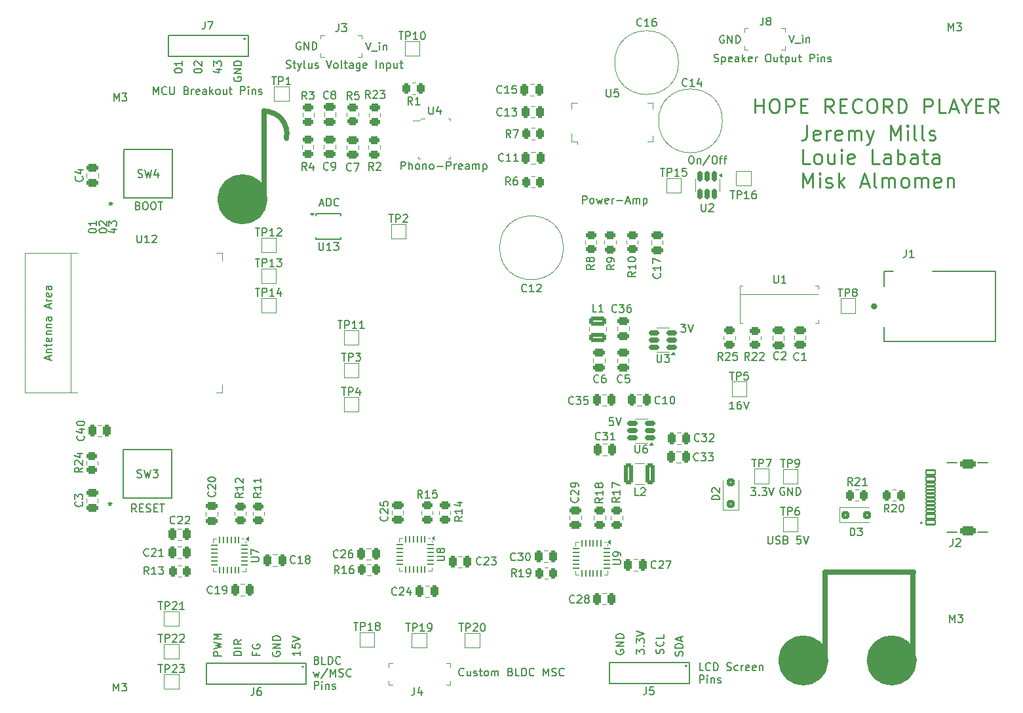
<source format=gto>
G04 #@! TF.GenerationSoftware,KiCad,Pcbnew,8.0.1*
G04 #@! TF.CreationDate,2024-11-07T20:40:50-08:00*
G04 #@! TF.ProjectId,hope_final_project,686f7065-5f66-4696-9e61-6c5f70726f6a,rev?*
G04 #@! TF.SameCoordinates,Original*
G04 #@! TF.FileFunction,Legend,Top*
G04 #@! TF.FilePolarity,Positive*
%FSLAX46Y46*%
G04 Gerber Fmt 4.6, Leading zero omitted, Abs format (unit mm)*
G04 Created by KiCad (PCBNEW 8.0.1) date 2024-11-07 20:40:50*
%MOMM*%
%LPD*%
G01*
G04 APERTURE LIST*
G04 Aperture macros list*
%AMRoundRect*
0 Rectangle with rounded corners*
0 $1 Rounding radius*
0 $2 $3 $4 $5 $6 $7 $8 $9 X,Y pos of 4 corners*
0 Add a 4 corners polygon primitive as box body*
4,1,4,$2,$3,$4,$5,$6,$7,$8,$9,$2,$3,0*
0 Add four circle primitives for the rounded corners*
1,1,$1+$1,$2,$3*
1,1,$1+$1,$4,$5*
1,1,$1+$1,$6,$7*
1,1,$1+$1,$8,$9*
0 Add four rect primitives between the rounded corners*
20,1,$1+$1,$2,$3,$4,$5,0*
20,1,$1+$1,$4,$5,$6,$7,0*
20,1,$1+$1,$6,$7,$8,$9,0*
20,1,$1+$1,$8,$9,$2,$3,0*%
G04 Aperture macros list end*
%ADD10C,0.635000*%
%ADD11C,3.257483*%
%ADD12C,0.150000*%
%ADD13C,0.254000*%
%ADD14C,0.120000*%
%ADD15C,0.100000*%
%ADD16C,0.152400*%
%ADD17C,0.127000*%
%ADD18C,0.400000*%
%ADD19C,0.200000*%
%ADD20RoundRect,0.250000X0.262500X0.450000X-0.262500X0.450000X-0.262500X-0.450000X0.262500X-0.450000X0*%
%ADD21RoundRect,0.250000X-0.450000X0.262500X-0.450000X-0.262500X0.450000X-0.262500X0.450000X0.262500X0*%
%ADD22R,1.500000X1.500000*%
%ADD23RoundRect,0.250000X0.450000X-0.262500X0.450000X0.262500X-0.450000X0.262500X-0.450000X-0.262500X0*%
%ADD24C,2.100000*%
%ADD25R,1.524000X0.762000*%
%ADD26RoundRect,0.250000X-0.250000X-0.475000X0.250000X-0.475000X0.250000X0.475000X-0.250000X0.475000X0*%
%ADD27RoundRect,0.250000X-0.262500X-0.450000X0.262500X-0.450000X0.262500X0.450000X-0.262500X0.450000X0*%
%ADD28RoundRect,0.250000X-0.300000X-0.300000X0.300000X-0.300000X0.300000X0.300000X-0.300000X0.300000X0*%
%ADD29RoundRect,0.250000X0.475000X-0.250000X0.475000X0.250000X-0.475000X0.250000X-0.475000X-0.250000X0*%
%ADD30C,1.524000*%
%ADD31RoundRect,0.250000X0.250000X0.475000X-0.250000X0.475000X-0.250000X-0.475000X0.250000X-0.475000X0*%
%ADD32RoundRect,0.250000X-0.475000X0.250000X-0.475000X-0.250000X0.475000X-0.250000X0.475000X0.250000X0*%
%ADD33C,1.600000*%
%ADD34RoundRect,0.062500X-0.062500X0.350000X-0.062500X-0.350000X0.062500X-0.350000X0.062500X0.350000X0*%
%ADD35RoundRect,0.062500X-0.350000X0.062500X-0.350000X-0.062500X0.350000X-0.062500X0.350000X0.062500X0*%
%ADD36R,2.700000X2.700000*%
%ADD37RoundRect,0.150000X0.512500X0.150000X-0.512500X0.150000X-0.512500X-0.150000X0.512500X-0.150000X0*%
%ADD38R,2.000000X2.000000*%
%ADD39C,2.000000*%
%ADD40R,1.890000X1.890000*%
%ADD41C,1.890000*%
%ADD42O,2.704000X5.204000*%
%ADD43O,2.454000X4.704000*%
%ADD44O,4.704000X2.454000*%
%ADD45C,1.854000*%
%ADD46RoundRect,0.150000X-0.150000X0.512500X-0.150000X-0.512500X0.150000X-0.512500X0.150000X0.512500X0*%
%ADD47R,2.000000X0.600000*%
%ADD48RoundRect,0.250000X-0.850000X0.375000X-0.850000X-0.375000X0.850000X-0.375000X0.850000X0.375000X0*%
%ADD49R,0.900000X1.500000*%
%ADD50R,1.500000X0.900000*%
%ADD51R,0.900000X0.900000*%
%ADD52R,1.100000X0.250000*%
%ADD53RoundRect,0.250000X0.300000X-0.300000X0.300000X0.300000X-0.300000X0.300000X-0.300000X-0.300000X0*%
%ADD54RoundRect,0.090000X0.575000X-0.300000X0.575000X0.300000X-0.575000X0.300000X-0.575000X-0.300000X0*%
%ADD55RoundRect,0.090000X0.575000X-0.150000X0.575000X0.150000X-0.575000X0.150000X-0.575000X-0.150000X0*%
%ADD56O,2.304000X1.204000*%
%ADD57RoundRect,0.301000X0.701000X-0.301000X0.701000X0.301000X-0.701000X0.301000X-0.701000X-0.301000X0*%
%ADD58RoundRect,0.250000X-0.375000X-1.075000X0.375000X-1.075000X0.375000X1.075000X-0.375000X1.075000X0*%
G04 APERTURE END LIST*
D10*
X194880000Y-136210000D02*
X194880000Y-124780000D01*
D11*
X193736258Y-136190000D02*
G75*
G02*
X190478776Y-136190000I-1628741J0D01*
G01*
X190478776Y-136190000D02*
G75*
G02*
X193736258Y-136190000I1628741J0D01*
G01*
X109858141Y-76606400D02*
G75*
G02*
X106600659Y-76606400I-1628741J0D01*
G01*
X106600659Y-76606400D02*
G75*
G02*
X109858141Y-76606400I1628741J0D01*
G01*
D10*
X111041547Y-65231525D02*
G75*
G02*
X113911248Y-68731404I19953J-2910075D01*
G01*
X111001883Y-76626400D02*
X111001883Y-65196400D01*
X194895000Y-124780000D02*
X183465000Y-124780000D01*
D11*
X182316258Y-136190000D02*
G75*
G02*
X179058776Y-136190000I-1628741J0D01*
G01*
X179058776Y-136190000D02*
G75*
G02*
X182316258Y-136190000I1628741J0D01*
G01*
D10*
X183460000Y-136210000D02*
X183460000Y-124780000D01*
D12*
X113889160Y-59642200D02*
X114032017Y-59689819D01*
X114032017Y-59689819D02*
X114270112Y-59689819D01*
X114270112Y-59689819D02*
X114365350Y-59642200D01*
X114365350Y-59642200D02*
X114412969Y-59594580D01*
X114412969Y-59594580D02*
X114460588Y-59499342D01*
X114460588Y-59499342D02*
X114460588Y-59404104D01*
X114460588Y-59404104D02*
X114412969Y-59308866D01*
X114412969Y-59308866D02*
X114365350Y-59261247D01*
X114365350Y-59261247D02*
X114270112Y-59213628D01*
X114270112Y-59213628D02*
X114079636Y-59166009D01*
X114079636Y-59166009D02*
X113984398Y-59118390D01*
X113984398Y-59118390D02*
X113936779Y-59070771D01*
X113936779Y-59070771D02*
X113889160Y-58975533D01*
X113889160Y-58975533D02*
X113889160Y-58880295D01*
X113889160Y-58880295D02*
X113936779Y-58785057D01*
X113936779Y-58785057D02*
X113984398Y-58737438D01*
X113984398Y-58737438D02*
X114079636Y-58689819D01*
X114079636Y-58689819D02*
X114317731Y-58689819D01*
X114317731Y-58689819D02*
X114460588Y-58737438D01*
X114746303Y-59023152D02*
X115127255Y-59023152D01*
X114889160Y-58689819D02*
X114889160Y-59546961D01*
X114889160Y-59546961D02*
X114936779Y-59642200D01*
X114936779Y-59642200D02*
X115032017Y-59689819D01*
X115032017Y-59689819D02*
X115127255Y-59689819D01*
X115365351Y-59023152D02*
X115603446Y-59689819D01*
X115841541Y-59023152D02*
X115603446Y-59689819D01*
X115603446Y-59689819D02*
X115508208Y-59927914D01*
X115508208Y-59927914D02*
X115460589Y-59975533D01*
X115460589Y-59975533D02*
X115365351Y-60023152D01*
X116365351Y-59689819D02*
X116270113Y-59642200D01*
X116270113Y-59642200D02*
X116222494Y-59546961D01*
X116222494Y-59546961D02*
X116222494Y-58689819D01*
X117174875Y-59023152D02*
X117174875Y-59689819D01*
X116746304Y-59023152D02*
X116746304Y-59546961D01*
X116746304Y-59546961D02*
X116793923Y-59642200D01*
X116793923Y-59642200D02*
X116889161Y-59689819D01*
X116889161Y-59689819D02*
X117032018Y-59689819D01*
X117032018Y-59689819D02*
X117127256Y-59642200D01*
X117127256Y-59642200D02*
X117174875Y-59594580D01*
X117603447Y-59642200D02*
X117698685Y-59689819D01*
X117698685Y-59689819D02*
X117889161Y-59689819D01*
X117889161Y-59689819D02*
X117984399Y-59642200D01*
X117984399Y-59642200D02*
X118032018Y-59546961D01*
X118032018Y-59546961D02*
X118032018Y-59499342D01*
X118032018Y-59499342D02*
X117984399Y-59404104D01*
X117984399Y-59404104D02*
X117889161Y-59356485D01*
X117889161Y-59356485D02*
X117746304Y-59356485D01*
X117746304Y-59356485D02*
X117651066Y-59308866D01*
X117651066Y-59308866D02*
X117603447Y-59213628D01*
X117603447Y-59213628D02*
X117603447Y-59166009D01*
X117603447Y-59166009D02*
X117651066Y-59070771D01*
X117651066Y-59070771D02*
X117746304Y-59023152D01*
X117746304Y-59023152D02*
X117889161Y-59023152D01*
X117889161Y-59023152D02*
X117984399Y-59070771D01*
X119079638Y-58689819D02*
X119412971Y-59689819D01*
X119412971Y-59689819D02*
X119746304Y-58689819D01*
X120222495Y-59689819D02*
X120127257Y-59642200D01*
X120127257Y-59642200D02*
X120079638Y-59594580D01*
X120079638Y-59594580D02*
X120032019Y-59499342D01*
X120032019Y-59499342D02*
X120032019Y-59213628D01*
X120032019Y-59213628D02*
X120079638Y-59118390D01*
X120079638Y-59118390D02*
X120127257Y-59070771D01*
X120127257Y-59070771D02*
X120222495Y-59023152D01*
X120222495Y-59023152D02*
X120365352Y-59023152D01*
X120365352Y-59023152D02*
X120460590Y-59070771D01*
X120460590Y-59070771D02*
X120508209Y-59118390D01*
X120508209Y-59118390D02*
X120555828Y-59213628D01*
X120555828Y-59213628D02*
X120555828Y-59499342D01*
X120555828Y-59499342D02*
X120508209Y-59594580D01*
X120508209Y-59594580D02*
X120460590Y-59642200D01*
X120460590Y-59642200D02*
X120365352Y-59689819D01*
X120365352Y-59689819D02*
X120222495Y-59689819D01*
X121127257Y-59689819D02*
X121032019Y-59642200D01*
X121032019Y-59642200D02*
X120984400Y-59546961D01*
X120984400Y-59546961D02*
X120984400Y-58689819D01*
X121365353Y-59023152D02*
X121746305Y-59023152D01*
X121508210Y-58689819D02*
X121508210Y-59546961D01*
X121508210Y-59546961D02*
X121555829Y-59642200D01*
X121555829Y-59642200D02*
X121651067Y-59689819D01*
X121651067Y-59689819D02*
X121746305Y-59689819D01*
X122508210Y-59689819D02*
X122508210Y-59166009D01*
X122508210Y-59166009D02*
X122460591Y-59070771D01*
X122460591Y-59070771D02*
X122365353Y-59023152D01*
X122365353Y-59023152D02*
X122174877Y-59023152D01*
X122174877Y-59023152D02*
X122079639Y-59070771D01*
X122508210Y-59642200D02*
X122412972Y-59689819D01*
X122412972Y-59689819D02*
X122174877Y-59689819D01*
X122174877Y-59689819D02*
X122079639Y-59642200D01*
X122079639Y-59642200D02*
X122032020Y-59546961D01*
X122032020Y-59546961D02*
X122032020Y-59451723D01*
X122032020Y-59451723D02*
X122079639Y-59356485D01*
X122079639Y-59356485D02*
X122174877Y-59308866D01*
X122174877Y-59308866D02*
X122412972Y-59308866D01*
X122412972Y-59308866D02*
X122508210Y-59261247D01*
X123412972Y-59023152D02*
X123412972Y-59832676D01*
X123412972Y-59832676D02*
X123365353Y-59927914D01*
X123365353Y-59927914D02*
X123317734Y-59975533D01*
X123317734Y-59975533D02*
X123222496Y-60023152D01*
X123222496Y-60023152D02*
X123079639Y-60023152D01*
X123079639Y-60023152D02*
X122984401Y-59975533D01*
X123412972Y-59642200D02*
X123317734Y-59689819D01*
X123317734Y-59689819D02*
X123127258Y-59689819D01*
X123127258Y-59689819D02*
X123032020Y-59642200D01*
X123032020Y-59642200D02*
X122984401Y-59594580D01*
X122984401Y-59594580D02*
X122936782Y-59499342D01*
X122936782Y-59499342D02*
X122936782Y-59213628D01*
X122936782Y-59213628D02*
X122984401Y-59118390D01*
X122984401Y-59118390D02*
X123032020Y-59070771D01*
X123032020Y-59070771D02*
X123127258Y-59023152D01*
X123127258Y-59023152D02*
X123317734Y-59023152D01*
X123317734Y-59023152D02*
X123412972Y-59070771D01*
X124270115Y-59642200D02*
X124174877Y-59689819D01*
X124174877Y-59689819D02*
X123984401Y-59689819D01*
X123984401Y-59689819D02*
X123889163Y-59642200D01*
X123889163Y-59642200D02*
X123841544Y-59546961D01*
X123841544Y-59546961D02*
X123841544Y-59166009D01*
X123841544Y-59166009D02*
X123889163Y-59070771D01*
X123889163Y-59070771D02*
X123984401Y-59023152D01*
X123984401Y-59023152D02*
X124174877Y-59023152D01*
X124174877Y-59023152D02*
X124270115Y-59070771D01*
X124270115Y-59070771D02*
X124317734Y-59166009D01*
X124317734Y-59166009D02*
X124317734Y-59261247D01*
X124317734Y-59261247D02*
X123841544Y-59356485D01*
X125508211Y-59689819D02*
X125508211Y-58689819D01*
X125984401Y-59023152D02*
X125984401Y-59689819D01*
X125984401Y-59118390D02*
X126032020Y-59070771D01*
X126032020Y-59070771D02*
X126127258Y-59023152D01*
X126127258Y-59023152D02*
X126270115Y-59023152D01*
X126270115Y-59023152D02*
X126365353Y-59070771D01*
X126365353Y-59070771D02*
X126412972Y-59166009D01*
X126412972Y-59166009D02*
X126412972Y-59689819D01*
X126889163Y-59023152D02*
X126889163Y-60023152D01*
X126889163Y-59070771D02*
X126984401Y-59023152D01*
X126984401Y-59023152D02*
X127174877Y-59023152D01*
X127174877Y-59023152D02*
X127270115Y-59070771D01*
X127270115Y-59070771D02*
X127317734Y-59118390D01*
X127317734Y-59118390D02*
X127365353Y-59213628D01*
X127365353Y-59213628D02*
X127365353Y-59499342D01*
X127365353Y-59499342D02*
X127317734Y-59594580D01*
X127317734Y-59594580D02*
X127270115Y-59642200D01*
X127270115Y-59642200D02*
X127174877Y-59689819D01*
X127174877Y-59689819D02*
X126984401Y-59689819D01*
X126984401Y-59689819D02*
X126889163Y-59642200D01*
X128222496Y-59023152D02*
X128222496Y-59689819D01*
X127793925Y-59023152D02*
X127793925Y-59546961D01*
X127793925Y-59546961D02*
X127841544Y-59642200D01*
X127841544Y-59642200D02*
X127936782Y-59689819D01*
X127936782Y-59689819D02*
X128079639Y-59689819D01*
X128079639Y-59689819D02*
X128174877Y-59642200D01*
X128174877Y-59642200D02*
X128222496Y-59594580D01*
X128555830Y-59023152D02*
X128936782Y-59023152D01*
X128698687Y-58689819D02*
X128698687Y-59546961D01*
X128698687Y-59546961D02*
X128746306Y-59642200D01*
X128746306Y-59642200D02*
X128841544Y-59689819D01*
X128841544Y-59689819D02*
X128936782Y-59689819D01*
X136812207Y-138094580D02*
X136764588Y-138142200D01*
X136764588Y-138142200D02*
X136621731Y-138189819D01*
X136621731Y-138189819D02*
X136526493Y-138189819D01*
X136526493Y-138189819D02*
X136383636Y-138142200D01*
X136383636Y-138142200D02*
X136288398Y-138046961D01*
X136288398Y-138046961D02*
X136240779Y-137951723D01*
X136240779Y-137951723D02*
X136193160Y-137761247D01*
X136193160Y-137761247D02*
X136193160Y-137618390D01*
X136193160Y-137618390D02*
X136240779Y-137427914D01*
X136240779Y-137427914D02*
X136288398Y-137332676D01*
X136288398Y-137332676D02*
X136383636Y-137237438D01*
X136383636Y-137237438D02*
X136526493Y-137189819D01*
X136526493Y-137189819D02*
X136621731Y-137189819D01*
X136621731Y-137189819D02*
X136764588Y-137237438D01*
X136764588Y-137237438D02*
X136812207Y-137285057D01*
X137669350Y-137523152D02*
X137669350Y-138189819D01*
X137240779Y-137523152D02*
X137240779Y-138046961D01*
X137240779Y-138046961D02*
X137288398Y-138142200D01*
X137288398Y-138142200D02*
X137383636Y-138189819D01*
X137383636Y-138189819D02*
X137526493Y-138189819D01*
X137526493Y-138189819D02*
X137621731Y-138142200D01*
X137621731Y-138142200D02*
X137669350Y-138094580D01*
X138097922Y-138142200D02*
X138193160Y-138189819D01*
X138193160Y-138189819D02*
X138383636Y-138189819D01*
X138383636Y-138189819D02*
X138478874Y-138142200D01*
X138478874Y-138142200D02*
X138526493Y-138046961D01*
X138526493Y-138046961D02*
X138526493Y-137999342D01*
X138526493Y-137999342D02*
X138478874Y-137904104D01*
X138478874Y-137904104D02*
X138383636Y-137856485D01*
X138383636Y-137856485D02*
X138240779Y-137856485D01*
X138240779Y-137856485D02*
X138145541Y-137808866D01*
X138145541Y-137808866D02*
X138097922Y-137713628D01*
X138097922Y-137713628D02*
X138097922Y-137666009D01*
X138097922Y-137666009D02*
X138145541Y-137570771D01*
X138145541Y-137570771D02*
X138240779Y-137523152D01*
X138240779Y-137523152D02*
X138383636Y-137523152D01*
X138383636Y-137523152D02*
X138478874Y-137570771D01*
X138812208Y-137523152D02*
X139193160Y-137523152D01*
X138955065Y-137189819D02*
X138955065Y-138046961D01*
X138955065Y-138046961D02*
X139002684Y-138142200D01*
X139002684Y-138142200D02*
X139097922Y-138189819D01*
X139097922Y-138189819D02*
X139193160Y-138189819D01*
X139669351Y-138189819D02*
X139574113Y-138142200D01*
X139574113Y-138142200D02*
X139526494Y-138094580D01*
X139526494Y-138094580D02*
X139478875Y-137999342D01*
X139478875Y-137999342D02*
X139478875Y-137713628D01*
X139478875Y-137713628D02*
X139526494Y-137618390D01*
X139526494Y-137618390D02*
X139574113Y-137570771D01*
X139574113Y-137570771D02*
X139669351Y-137523152D01*
X139669351Y-137523152D02*
X139812208Y-137523152D01*
X139812208Y-137523152D02*
X139907446Y-137570771D01*
X139907446Y-137570771D02*
X139955065Y-137618390D01*
X139955065Y-137618390D02*
X140002684Y-137713628D01*
X140002684Y-137713628D02*
X140002684Y-137999342D01*
X140002684Y-137999342D02*
X139955065Y-138094580D01*
X139955065Y-138094580D02*
X139907446Y-138142200D01*
X139907446Y-138142200D02*
X139812208Y-138189819D01*
X139812208Y-138189819D02*
X139669351Y-138189819D01*
X140431256Y-138189819D02*
X140431256Y-137523152D01*
X140431256Y-137618390D02*
X140478875Y-137570771D01*
X140478875Y-137570771D02*
X140574113Y-137523152D01*
X140574113Y-137523152D02*
X140716970Y-137523152D01*
X140716970Y-137523152D02*
X140812208Y-137570771D01*
X140812208Y-137570771D02*
X140859827Y-137666009D01*
X140859827Y-137666009D02*
X140859827Y-138189819D01*
X140859827Y-137666009D02*
X140907446Y-137570771D01*
X140907446Y-137570771D02*
X141002684Y-137523152D01*
X141002684Y-137523152D02*
X141145541Y-137523152D01*
X141145541Y-137523152D02*
X141240780Y-137570771D01*
X141240780Y-137570771D02*
X141288399Y-137666009D01*
X141288399Y-137666009D02*
X141288399Y-138189819D01*
X142859827Y-137666009D02*
X143002684Y-137713628D01*
X143002684Y-137713628D02*
X143050303Y-137761247D01*
X143050303Y-137761247D02*
X143097922Y-137856485D01*
X143097922Y-137856485D02*
X143097922Y-137999342D01*
X143097922Y-137999342D02*
X143050303Y-138094580D01*
X143050303Y-138094580D02*
X143002684Y-138142200D01*
X143002684Y-138142200D02*
X142907446Y-138189819D01*
X142907446Y-138189819D02*
X142526494Y-138189819D01*
X142526494Y-138189819D02*
X142526494Y-137189819D01*
X142526494Y-137189819D02*
X142859827Y-137189819D01*
X142859827Y-137189819D02*
X142955065Y-137237438D01*
X142955065Y-137237438D02*
X143002684Y-137285057D01*
X143002684Y-137285057D02*
X143050303Y-137380295D01*
X143050303Y-137380295D02*
X143050303Y-137475533D01*
X143050303Y-137475533D02*
X143002684Y-137570771D01*
X143002684Y-137570771D02*
X142955065Y-137618390D01*
X142955065Y-137618390D02*
X142859827Y-137666009D01*
X142859827Y-137666009D02*
X142526494Y-137666009D01*
X144002684Y-138189819D02*
X143526494Y-138189819D01*
X143526494Y-138189819D02*
X143526494Y-137189819D01*
X144336018Y-138189819D02*
X144336018Y-137189819D01*
X144336018Y-137189819D02*
X144574113Y-137189819D01*
X144574113Y-137189819D02*
X144716970Y-137237438D01*
X144716970Y-137237438D02*
X144812208Y-137332676D01*
X144812208Y-137332676D02*
X144859827Y-137427914D01*
X144859827Y-137427914D02*
X144907446Y-137618390D01*
X144907446Y-137618390D02*
X144907446Y-137761247D01*
X144907446Y-137761247D02*
X144859827Y-137951723D01*
X144859827Y-137951723D02*
X144812208Y-138046961D01*
X144812208Y-138046961D02*
X144716970Y-138142200D01*
X144716970Y-138142200D02*
X144574113Y-138189819D01*
X144574113Y-138189819D02*
X144336018Y-138189819D01*
X145907446Y-138094580D02*
X145859827Y-138142200D01*
X145859827Y-138142200D02*
X145716970Y-138189819D01*
X145716970Y-138189819D02*
X145621732Y-138189819D01*
X145621732Y-138189819D02*
X145478875Y-138142200D01*
X145478875Y-138142200D02*
X145383637Y-138046961D01*
X145383637Y-138046961D02*
X145336018Y-137951723D01*
X145336018Y-137951723D02*
X145288399Y-137761247D01*
X145288399Y-137761247D02*
X145288399Y-137618390D01*
X145288399Y-137618390D02*
X145336018Y-137427914D01*
X145336018Y-137427914D02*
X145383637Y-137332676D01*
X145383637Y-137332676D02*
X145478875Y-137237438D01*
X145478875Y-137237438D02*
X145621732Y-137189819D01*
X145621732Y-137189819D02*
X145716970Y-137189819D01*
X145716970Y-137189819D02*
X145859827Y-137237438D01*
X145859827Y-137237438D02*
X145907446Y-137285057D01*
X147097923Y-138189819D02*
X147097923Y-137189819D01*
X147097923Y-137189819D02*
X147431256Y-137904104D01*
X147431256Y-137904104D02*
X147764589Y-137189819D01*
X147764589Y-137189819D02*
X147764589Y-138189819D01*
X148193161Y-138142200D02*
X148336018Y-138189819D01*
X148336018Y-138189819D02*
X148574113Y-138189819D01*
X148574113Y-138189819D02*
X148669351Y-138142200D01*
X148669351Y-138142200D02*
X148716970Y-138094580D01*
X148716970Y-138094580D02*
X148764589Y-137999342D01*
X148764589Y-137999342D02*
X148764589Y-137904104D01*
X148764589Y-137904104D02*
X148716970Y-137808866D01*
X148716970Y-137808866D02*
X148669351Y-137761247D01*
X148669351Y-137761247D02*
X148574113Y-137713628D01*
X148574113Y-137713628D02*
X148383637Y-137666009D01*
X148383637Y-137666009D02*
X148288399Y-137618390D01*
X148288399Y-137618390D02*
X148240780Y-137570771D01*
X148240780Y-137570771D02*
X148193161Y-137475533D01*
X148193161Y-137475533D02*
X148193161Y-137380295D01*
X148193161Y-137380295D02*
X148240780Y-137285057D01*
X148240780Y-137285057D02*
X148288399Y-137237438D01*
X148288399Y-137237438D02*
X148383637Y-137189819D01*
X148383637Y-137189819D02*
X148621732Y-137189819D01*
X148621732Y-137189819D02*
X148764589Y-137237438D01*
X149764589Y-138094580D02*
X149716970Y-138142200D01*
X149716970Y-138142200D02*
X149574113Y-138189819D01*
X149574113Y-138189819D02*
X149478875Y-138189819D01*
X149478875Y-138189819D02*
X149336018Y-138142200D01*
X149336018Y-138142200D02*
X149240780Y-138046961D01*
X149240780Y-138046961D02*
X149193161Y-137951723D01*
X149193161Y-137951723D02*
X149145542Y-137761247D01*
X149145542Y-137761247D02*
X149145542Y-137618390D01*
X149145542Y-137618390D02*
X149193161Y-137427914D01*
X149193161Y-137427914D02*
X149240780Y-137332676D01*
X149240780Y-137332676D02*
X149336018Y-137237438D01*
X149336018Y-137237438D02*
X149478875Y-137189819D01*
X149478875Y-137189819D02*
X149574113Y-137189819D01*
X149574113Y-137189819D02*
X149716970Y-137237438D01*
X149716970Y-137237438D02*
X149764589Y-137285057D01*
X109989209Y-135180342D02*
X109989209Y-135513675D01*
X110513019Y-135513675D02*
X109513019Y-135513675D01*
X109513019Y-135513675D02*
X109513019Y-135037485D01*
X109560638Y-134132723D02*
X109513019Y-134227961D01*
X109513019Y-134227961D02*
X109513019Y-134370818D01*
X109513019Y-134370818D02*
X109560638Y-134513675D01*
X109560638Y-134513675D02*
X109655876Y-134608913D01*
X109655876Y-134608913D02*
X109751114Y-134656532D01*
X109751114Y-134656532D02*
X109941590Y-134704151D01*
X109941590Y-134704151D02*
X110084447Y-134704151D01*
X110084447Y-134704151D02*
X110274923Y-134656532D01*
X110274923Y-134656532D02*
X110370161Y-134608913D01*
X110370161Y-134608913D02*
X110465400Y-134513675D01*
X110465400Y-134513675D02*
X110513019Y-134370818D01*
X110513019Y-134370818D02*
X110513019Y-134275580D01*
X110513019Y-134275580D02*
X110465400Y-134132723D01*
X110465400Y-134132723D02*
X110417780Y-134085104D01*
X110417780Y-134085104D02*
X110084447Y-134085104D01*
X110084447Y-134085104D02*
X110084447Y-134275580D01*
X88334819Y-80723809D02*
X88334819Y-80628571D01*
X88334819Y-80628571D02*
X88382438Y-80533333D01*
X88382438Y-80533333D02*
X88430057Y-80485714D01*
X88430057Y-80485714D02*
X88525295Y-80438095D01*
X88525295Y-80438095D02*
X88715771Y-80390476D01*
X88715771Y-80390476D02*
X88953866Y-80390476D01*
X88953866Y-80390476D02*
X89144342Y-80438095D01*
X89144342Y-80438095D02*
X89239580Y-80485714D01*
X89239580Y-80485714D02*
X89287200Y-80533333D01*
X89287200Y-80533333D02*
X89334819Y-80628571D01*
X89334819Y-80628571D02*
X89334819Y-80723809D01*
X89334819Y-80723809D02*
X89287200Y-80819047D01*
X89287200Y-80819047D02*
X89239580Y-80866666D01*
X89239580Y-80866666D02*
X89144342Y-80914285D01*
X89144342Y-80914285D02*
X88953866Y-80961904D01*
X88953866Y-80961904D02*
X88715771Y-80961904D01*
X88715771Y-80961904D02*
X88525295Y-80914285D01*
X88525295Y-80914285D02*
X88430057Y-80866666D01*
X88430057Y-80866666D02*
X88382438Y-80819047D01*
X88382438Y-80819047D02*
X88334819Y-80723809D01*
X89334819Y-79438095D02*
X89334819Y-80009523D01*
X89334819Y-79723809D02*
X88334819Y-79723809D01*
X88334819Y-79723809D02*
X88477676Y-79819047D01*
X88477676Y-79819047D02*
X88572914Y-79914285D01*
X88572914Y-79914285D02*
X88620533Y-80009523D01*
X94507207Y-117014619D02*
X94173874Y-116538428D01*
X93935779Y-117014619D02*
X93935779Y-116014619D01*
X93935779Y-116014619D02*
X94316731Y-116014619D01*
X94316731Y-116014619D02*
X94411969Y-116062238D01*
X94411969Y-116062238D02*
X94459588Y-116109857D01*
X94459588Y-116109857D02*
X94507207Y-116205095D01*
X94507207Y-116205095D02*
X94507207Y-116347952D01*
X94507207Y-116347952D02*
X94459588Y-116443190D01*
X94459588Y-116443190D02*
X94411969Y-116490809D01*
X94411969Y-116490809D02*
X94316731Y-116538428D01*
X94316731Y-116538428D02*
X93935779Y-116538428D01*
X94935779Y-116490809D02*
X95269112Y-116490809D01*
X95411969Y-117014619D02*
X94935779Y-117014619D01*
X94935779Y-117014619D02*
X94935779Y-116014619D01*
X94935779Y-116014619D02*
X95411969Y-116014619D01*
X95792922Y-116967000D02*
X95935779Y-117014619D01*
X95935779Y-117014619D02*
X96173874Y-117014619D01*
X96173874Y-117014619D02*
X96269112Y-116967000D01*
X96269112Y-116967000D02*
X96316731Y-116919380D01*
X96316731Y-116919380D02*
X96364350Y-116824142D01*
X96364350Y-116824142D02*
X96364350Y-116728904D01*
X96364350Y-116728904D02*
X96316731Y-116633666D01*
X96316731Y-116633666D02*
X96269112Y-116586047D01*
X96269112Y-116586047D02*
X96173874Y-116538428D01*
X96173874Y-116538428D02*
X95983398Y-116490809D01*
X95983398Y-116490809D02*
X95888160Y-116443190D01*
X95888160Y-116443190D02*
X95840541Y-116395571D01*
X95840541Y-116395571D02*
X95792922Y-116300333D01*
X95792922Y-116300333D02*
X95792922Y-116205095D01*
X95792922Y-116205095D02*
X95840541Y-116109857D01*
X95840541Y-116109857D02*
X95888160Y-116062238D01*
X95888160Y-116062238D02*
X95983398Y-116014619D01*
X95983398Y-116014619D02*
X96221493Y-116014619D01*
X96221493Y-116014619D02*
X96364350Y-116062238D01*
X96792922Y-116490809D02*
X97126255Y-116490809D01*
X97269112Y-117014619D02*
X96792922Y-117014619D01*
X96792922Y-117014619D02*
X96792922Y-116014619D01*
X96792922Y-116014619D02*
X97269112Y-116014619D01*
X97554827Y-116014619D02*
X98126255Y-116014619D01*
X97840541Y-117014619D02*
X97840541Y-116014619D01*
X178238095Y-113882438D02*
X178142857Y-113834819D01*
X178142857Y-113834819D02*
X178000000Y-113834819D01*
X178000000Y-113834819D02*
X177857143Y-113882438D01*
X177857143Y-113882438D02*
X177761905Y-113977676D01*
X177761905Y-113977676D02*
X177714286Y-114072914D01*
X177714286Y-114072914D02*
X177666667Y-114263390D01*
X177666667Y-114263390D02*
X177666667Y-114406247D01*
X177666667Y-114406247D02*
X177714286Y-114596723D01*
X177714286Y-114596723D02*
X177761905Y-114691961D01*
X177761905Y-114691961D02*
X177857143Y-114787200D01*
X177857143Y-114787200D02*
X178000000Y-114834819D01*
X178000000Y-114834819D02*
X178095238Y-114834819D01*
X178095238Y-114834819D02*
X178238095Y-114787200D01*
X178238095Y-114787200D02*
X178285714Y-114739580D01*
X178285714Y-114739580D02*
X178285714Y-114406247D01*
X178285714Y-114406247D02*
X178095238Y-114406247D01*
X178714286Y-114834819D02*
X178714286Y-113834819D01*
X178714286Y-113834819D02*
X179285714Y-114834819D01*
X179285714Y-114834819D02*
X179285714Y-113834819D01*
X179761905Y-114834819D02*
X179761905Y-113834819D01*
X179761905Y-113834819D02*
X180000000Y-113834819D01*
X180000000Y-113834819D02*
X180142857Y-113882438D01*
X180142857Y-113882438D02*
X180238095Y-113977676D01*
X180238095Y-113977676D02*
X180285714Y-114072914D01*
X180285714Y-114072914D02*
X180333333Y-114263390D01*
X180333333Y-114263390D02*
X180333333Y-114406247D01*
X180333333Y-114406247D02*
X180285714Y-114596723D01*
X180285714Y-114596723D02*
X180238095Y-114691961D01*
X180238095Y-114691961D02*
X180142857Y-114787200D01*
X180142857Y-114787200D02*
X180000000Y-114834819D01*
X180000000Y-114834819D02*
X179761905Y-114834819D01*
X170450588Y-55497438D02*
X170355350Y-55449819D01*
X170355350Y-55449819D02*
X170212493Y-55449819D01*
X170212493Y-55449819D02*
X170069636Y-55497438D01*
X170069636Y-55497438D02*
X169974398Y-55592676D01*
X169974398Y-55592676D02*
X169926779Y-55687914D01*
X169926779Y-55687914D02*
X169879160Y-55878390D01*
X169879160Y-55878390D02*
X169879160Y-56021247D01*
X169879160Y-56021247D02*
X169926779Y-56211723D01*
X169926779Y-56211723D02*
X169974398Y-56306961D01*
X169974398Y-56306961D02*
X170069636Y-56402200D01*
X170069636Y-56402200D02*
X170212493Y-56449819D01*
X170212493Y-56449819D02*
X170307731Y-56449819D01*
X170307731Y-56449819D02*
X170450588Y-56402200D01*
X170450588Y-56402200D02*
X170498207Y-56354580D01*
X170498207Y-56354580D02*
X170498207Y-56021247D01*
X170498207Y-56021247D02*
X170307731Y-56021247D01*
X170926779Y-56449819D02*
X170926779Y-55449819D01*
X170926779Y-55449819D02*
X171498207Y-56449819D01*
X171498207Y-56449819D02*
X171498207Y-55449819D01*
X171974398Y-56449819D02*
X171974398Y-55449819D01*
X171974398Y-55449819D02*
X172212493Y-55449819D01*
X172212493Y-55449819D02*
X172355350Y-55497438D01*
X172355350Y-55497438D02*
X172450588Y-55592676D01*
X172450588Y-55592676D02*
X172498207Y-55687914D01*
X172498207Y-55687914D02*
X172545826Y-55878390D01*
X172545826Y-55878390D02*
X172545826Y-56021247D01*
X172545826Y-56021247D02*
X172498207Y-56211723D01*
X172498207Y-56211723D02*
X172450588Y-56306961D01*
X172450588Y-56306961D02*
X172355350Y-56402200D01*
X172355350Y-56402200D02*
X172212493Y-56449819D01*
X172212493Y-56449819D02*
X171974398Y-56449819D01*
X199446779Y-54829819D02*
X199446779Y-53829819D01*
X199446779Y-53829819D02*
X199780112Y-54544104D01*
X199780112Y-54544104D02*
X200113445Y-53829819D01*
X200113445Y-53829819D02*
X200113445Y-54829819D01*
X200494398Y-53829819D02*
X201113445Y-53829819D01*
X201113445Y-53829819D02*
X200780112Y-54210771D01*
X200780112Y-54210771D02*
X200922969Y-54210771D01*
X200922969Y-54210771D02*
X201018207Y-54258390D01*
X201018207Y-54258390D02*
X201065826Y-54306009D01*
X201065826Y-54306009D02*
X201113445Y-54401247D01*
X201113445Y-54401247D02*
X201113445Y-54639342D01*
X201113445Y-54639342D02*
X201065826Y-54734580D01*
X201065826Y-54734580D02*
X201018207Y-54782200D01*
X201018207Y-54782200D02*
X200922969Y-54829819D01*
X200922969Y-54829819D02*
X200637255Y-54829819D01*
X200637255Y-54829819D02*
X200542017Y-54782200D01*
X200542017Y-54782200D02*
X200494398Y-54734580D01*
X115643819Y-134985047D02*
X115643819Y-135556475D01*
X115643819Y-135270761D02*
X114643819Y-135270761D01*
X114643819Y-135270761D02*
X114786676Y-135365999D01*
X114786676Y-135365999D02*
X114881914Y-135461237D01*
X114881914Y-135461237D02*
X114929533Y-135556475D01*
X114643819Y-134080285D02*
X114643819Y-134556475D01*
X114643819Y-134556475D02*
X115120009Y-134604094D01*
X115120009Y-134604094D02*
X115072390Y-134556475D01*
X115072390Y-134556475D02*
X115024771Y-134461237D01*
X115024771Y-134461237D02*
X115024771Y-134223142D01*
X115024771Y-134223142D02*
X115072390Y-134127904D01*
X115072390Y-134127904D02*
X115120009Y-134080285D01*
X115120009Y-134080285D02*
X115215247Y-134032666D01*
X115215247Y-134032666D02*
X115453342Y-134032666D01*
X115453342Y-134032666D02*
X115548580Y-134080285D01*
X115548580Y-134080285D02*
X115596200Y-134127904D01*
X115596200Y-134127904D02*
X115643819Y-134223142D01*
X115643819Y-134223142D02*
X115643819Y-134461237D01*
X115643819Y-134461237D02*
X115596200Y-134556475D01*
X115596200Y-134556475D02*
X115548580Y-134604094D01*
X114643819Y-133746951D02*
X115643819Y-133413618D01*
X115643819Y-133413618D02*
X114643819Y-133080285D01*
D13*
X174440676Y-65439199D02*
X174440676Y-63661199D01*
X174440676Y-64507866D02*
X175529247Y-64507866D01*
X175529247Y-65439199D02*
X175529247Y-63661199D01*
X176799247Y-63661199D02*
X177162104Y-63661199D01*
X177162104Y-63661199D02*
X177343533Y-63745866D01*
X177343533Y-63745866D02*
X177524961Y-63915199D01*
X177524961Y-63915199D02*
X177615676Y-64253866D01*
X177615676Y-64253866D02*
X177615676Y-64846533D01*
X177615676Y-64846533D02*
X177524961Y-65185199D01*
X177524961Y-65185199D02*
X177343533Y-65354533D01*
X177343533Y-65354533D02*
X177162104Y-65439199D01*
X177162104Y-65439199D02*
X176799247Y-65439199D01*
X176799247Y-65439199D02*
X176617819Y-65354533D01*
X176617819Y-65354533D02*
X176436390Y-65185199D01*
X176436390Y-65185199D02*
X176345676Y-64846533D01*
X176345676Y-64846533D02*
X176345676Y-64253866D01*
X176345676Y-64253866D02*
X176436390Y-63915199D01*
X176436390Y-63915199D02*
X176617819Y-63745866D01*
X176617819Y-63745866D02*
X176799247Y-63661199D01*
X178432104Y-65439199D02*
X178432104Y-63661199D01*
X178432104Y-63661199D02*
X179157818Y-63661199D01*
X179157818Y-63661199D02*
X179339247Y-63745866D01*
X179339247Y-63745866D02*
X179429961Y-63830533D01*
X179429961Y-63830533D02*
X179520675Y-63999866D01*
X179520675Y-63999866D02*
X179520675Y-64253866D01*
X179520675Y-64253866D02*
X179429961Y-64423199D01*
X179429961Y-64423199D02*
X179339247Y-64507866D01*
X179339247Y-64507866D02*
X179157818Y-64592533D01*
X179157818Y-64592533D02*
X178432104Y-64592533D01*
X180337104Y-64507866D02*
X180972104Y-64507866D01*
X181244247Y-65439199D02*
X180337104Y-65439199D01*
X180337104Y-65439199D02*
X180337104Y-63661199D01*
X180337104Y-63661199D02*
X181244247Y-63661199D01*
X184600675Y-65439199D02*
X183965675Y-64592533D01*
X183512104Y-65439199D02*
X183512104Y-63661199D01*
X183512104Y-63661199D02*
X184237818Y-63661199D01*
X184237818Y-63661199D02*
X184419247Y-63745866D01*
X184419247Y-63745866D02*
X184509961Y-63830533D01*
X184509961Y-63830533D02*
X184600675Y-63999866D01*
X184600675Y-63999866D02*
X184600675Y-64253866D01*
X184600675Y-64253866D02*
X184509961Y-64423199D01*
X184509961Y-64423199D02*
X184419247Y-64507866D01*
X184419247Y-64507866D02*
X184237818Y-64592533D01*
X184237818Y-64592533D02*
X183512104Y-64592533D01*
X185417104Y-64507866D02*
X186052104Y-64507866D01*
X186324247Y-65439199D02*
X185417104Y-65439199D01*
X185417104Y-65439199D02*
X185417104Y-63661199D01*
X185417104Y-63661199D02*
X186324247Y-63661199D01*
X188229246Y-65269866D02*
X188138532Y-65354533D01*
X188138532Y-65354533D02*
X187866389Y-65439199D01*
X187866389Y-65439199D02*
X187684961Y-65439199D01*
X187684961Y-65439199D02*
X187412818Y-65354533D01*
X187412818Y-65354533D02*
X187231389Y-65185199D01*
X187231389Y-65185199D02*
X187140675Y-65015866D01*
X187140675Y-65015866D02*
X187049961Y-64677199D01*
X187049961Y-64677199D02*
X187049961Y-64423199D01*
X187049961Y-64423199D02*
X187140675Y-64084533D01*
X187140675Y-64084533D02*
X187231389Y-63915199D01*
X187231389Y-63915199D02*
X187412818Y-63745866D01*
X187412818Y-63745866D02*
X187684961Y-63661199D01*
X187684961Y-63661199D02*
X187866389Y-63661199D01*
X187866389Y-63661199D02*
X188138532Y-63745866D01*
X188138532Y-63745866D02*
X188229246Y-63830533D01*
X189408532Y-63661199D02*
X189771389Y-63661199D01*
X189771389Y-63661199D02*
X189952818Y-63745866D01*
X189952818Y-63745866D02*
X190134246Y-63915199D01*
X190134246Y-63915199D02*
X190224961Y-64253866D01*
X190224961Y-64253866D02*
X190224961Y-64846533D01*
X190224961Y-64846533D02*
X190134246Y-65185199D01*
X190134246Y-65185199D02*
X189952818Y-65354533D01*
X189952818Y-65354533D02*
X189771389Y-65439199D01*
X189771389Y-65439199D02*
X189408532Y-65439199D01*
X189408532Y-65439199D02*
X189227104Y-65354533D01*
X189227104Y-65354533D02*
X189045675Y-65185199D01*
X189045675Y-65185199D02*
X188954961Y-64846533D01*
X188954961Y-64846533D02*
X188954961Y-64253866D01*
X188954961Y-64253866D02*
X189045675Y-63915199D01*
X189045675Y-63915199D02*
X189227104Y-63745866D01*
X189227104Y-63745866D02*
X189408532Y-63661199D01*
X192129960Y-65439199D02*
X191494960Y-64592533D01*
X191041389Y-65439199D02*
X191041389Y-63661199D01*
X191041389Y-63661199D02*
X191767103Y-63661199D01*
X191767103Y-63661199D02*
X191948532Y-63745866D01*
X191948532Y-63745866D02*
X192039246Y-63830533D01*
X192039246Y-63830533D02*
X192129960Y-63999866D01*
X192129960Y-63999866D02*
X192129960Y-64253866D01*
X192129960Y-64253866D02*
X192039246Y-64423199D01*
X192039246Y-64423199D02*
X191948532Y-64507866D01*
X191948532Y-64507866D02*
X191767103Y-64592533D01*
X191767103Y-64592533D02*
X191041389Y-64592533D01*
X192946389Y-65439199D02*
X192946389Y-63661199D01*
X192946389Y-63661199D02*
X193399960Y-63661199D01*
X193399960Y-63661199D02*
X193672103Y-63745866D01*
X193672103Y-63745866D02*
X193853532Y-63915199D01*
X193853532Y-63915199D02*
X193944246Y-64084533D01*
X193944246Y-64084533D02*
X194034960Y-64423199D01*
X194034960Y-64423199D02*
X194034960Y-64677199D01*
X194034960Y-64677199D02*
X193944246Y-65015866D01*
X193944246Y-65015866D02*
X193853532Y-65185199D01*
X193853532Y-65185199D02*
X193672103Y-65354533D01*
X193672103Y-65354533D02*
X193399960Y-65439199D01*
X193399960Y-65439199D02*
X192946389Y-65439199D01*
X196302818Y-65439199D02*
X196302818Y-63661199D01*
X196302818Y-63661199D02*
X197028532Y-63661199D01*
X197028532Y-63661199D02*
X197209961Y-63745866D01*
X197209961Y-63745866D02*
X197300675Y-63830533D01*
X197300675Y-63830533D02*
X197391389Y-63999866D01*
X197391389Y-63999866D02*
X197391389Y-64253866D01*
X197391389Y-64253866D02*
X197300675Y-64423199D01*
X197300675Y-64423199D02*
X197209961Y-64507866D01*
X197209961Y-64507866D02*
X197028532Y-64592533D01*
X197028532Y-64592533D02*
X196302818Y-64592533D01*
X199114961Y-65439199D02*
X198207818Y-65439199D01*
X198207818Y-65439199D02*
X198207818Y-63661199D01*
X199659247Y-64931199D02*
X200566390Y-64931199D01*
X199477818Y-65439199D02*
X200112818Y-63661199D01*
X200112818Y-63661199D02*
X200747818Y-65439199D01*
X201745675Y-64592533D02*
X201745675Y-65439199D01*
X201110675Y-63661199D02*
X201745675Y-64592533D01*
X201745675Y-64592533D02*
X202380675Y-63661199D01*
X203015675Y-64507866D02*
X203650675Y-64507866D01*
X203922818Y-65439199D02*
X203015675Y-65439199D01*
X203015675Y-65439199D02*
X203015675Y-63661199D01*
X203015675Y-63661199D02*
X203922818Y-63661199D01*
X205827817Y-65439199D02*
X205192817Y-64592533D01*
X204739246Y-65439199D02*
X204739246Y-63661199D01*
X204739246Y-63661199D02*
X205464960Y-63661199D01*
X205464960Y-63661199D02*
X205646389Y-63745866D01*
X205646389Y-63745866D02*
X205737103Y-63830533D01*
X205737103Y-63830533D02*
X205827817Y-63999866D01*
X205827817Y-63999866D02*
X205827817Y-64253866D01*
X205827817Y-64253866D02*
X205737103Y-64423199D01*
X205737103Y-64423199D02*
X205646389Y-64507866D01*
X205646389Y-64507866D02*
X205464960Y-64592533D01*
X205464960Y-64592533D02*
X204739246Y-64592533D01*
D12*
X104842552Y-59823314D02*
X105509219Y-59823314D01*
X104461600Y-60061409D02*
X105175885Y-60299504D01*
X105175885Y-60299504D02*
X105175885Y-59680457D01*
X104509219Y-59394742D02*
X104509219Y-58775695D01*
X104509219Y-58775695D02*
X104890171Y-59109028D01*
X104890171Y-59109028D02*
X104890171Y-58966171D01*
X104890171Y-58966171D02*
X104937790Y-58870933D01*
X104937790Y-58870933D02*
X104985409Y-58823314D01*
X104985409Y-58823314D02*
X105080647Y-58775695D01*
X105080647Y-58775695D02*
X105318742Y-58775695D01*
X105318742Y-58775695D02*
X105413980Y-58823314D01*
X105413980Y-58823314D02*
X105461600Y-58870933D01*
X105461600Y-58870933D02*
X105509219Y-58966171D01*
X105509219Y-58966171D02*
X105509219Y-59251885D01*
X105509219Y-59251885D02*
X105461600Y-59347123D01*
X105461600Y-59347123D02*
X105413980Y-59394742D01*
X91288152Y-80475714D02*
X91954819Y-80475714D01*
X90907200Y-80713809D02*
X91621485Y-80951904D01*
X91621485Y-80951904D02*
X91621485Y-80332857D01*
X90954819Y-80047142D02*
X90954819Y-79428095D01*
X90954819Y-79428095D02*
X91335771Y-79761428D01*
X91335771Y-79761428D02*
X91335771Y-79618571D01*
X91335771Y-79618571D02*
X91383390Y-79523333D01*
X91383390Y-79523333D02*
X91431009Y-79475714D01*
X91431009Y-79475714D02*
X91526247Y-79428095D01*
X91526247Y-79428095D02*
X91764342Y-79428095D01*
X91764342Y-79428095D02*
X91859580Y-79475714D01*
X91859580Y-79475714D02*
X91907200Y-79523333D01*
X91907200Y-79523333D02*
X91954819Y-79618571D01*
X91954819Y-79618571D02*
X91954819Y-79904285D01*
X91954819Y-79904285D02*
X91907200Y-79999523D01*
X91907200Y-79999523D02*
X91859580Y-80047142D01*
X169159160Y-58812200D02*
X169302017Y-58859819D01*
X169302017Y-58859819D02*
X169540112Y-58859819D01*
X169540112Y-58859819D02*
X169635350Y-58812200D01*
X169635350Y-58812200D02*
X169682969Y-58764580D01*
X169682969Y-58764580D02*
X169730588Y-58669342D01*
X169730588Y-58669342D02*
X169730588Y-58574104D01*
X169730588Y-58574104D02*
X169682969Y-58478866D01*
X169682969Y-58478866D02*
X169635350Y-58431247D01*
X169635350Y-58431247D02*
X169540112Y-58383628D01*
X169540112Y-58383628D02*
X169349636Y-58336009D01*
X169349636Y-58336009D02*
X169254398Y-58288390D01*
X169254398Y-58288390D02*
X169206779Y-58240771D01*
X169206779Y-58240771D02*
X169159160Y-58145533D01*
X169159160Y-58145533D02*
X169159160Y-58050295D01*
X169159160Y-58050295D02*
X169206779Y-57955057D01*
X169206779Y-57955057D02*
X169254398Y-57907438D01*
X169254398Y-57907438D02*
X169349636Y-57859819D01*
X169349636Y-57859819D02*
X169587731Y-57859819D01*
X169587731Y-57859819D02*
X169730588Y-57907438D01*
X170159160Y-58193152D02*
X170159160Y-59193152D01*
X170159160Y-58240771D02*
X170254398Y-58193152D01*
X170254398Y-58193152D02*
X170444874Y-58193152D01*
X170444874Y-58193152D02*
X170540112Y-58240771D01*
X170540112Y-58240771D02*
X170587731Y-58288390D01*
X170587731Y-58288390D02*
X170635350Y-58383628D01*
X170635350Y-58383628D02*
X170635350Y-58669342D01*
X170635350Y-58669342D02*
X170587731Y-58764580D01*
X170587731Y-58764580D02*
X170540112Y-58812200D01*
X170540112Y-58812200D02*
X170444874Y-58859819D01*
X170444874Y-58859819D02*
X170254398Y-58859819D01*
X170254398Y-58859819D02*
X170159160Y-58812200D01*
X171444874Y-58812200D02*
X171349636Y-58859819D01*
X171349636Y-58859819D02*
X171159160Y-58859819D01*
X171159160Y-58859819D02*
X171063922Y-58812200D01*
X171063922Y-58812200D02*
X171016303Y-58716961D01*
X171016303Y-58716961D02*
X171016303Y-58336009D01*
X171016303Y-58336009D02*
X171063922Y-58240771D01*
X171063922Y-58240771D02*
X171159160Y-58193152D01*
X171159160Y-58193152D02*
X171349636Y-58193152D01*
X171349636Y-58193152D02*
X171444874Y-58240771D01*
X171444874Y-58240771D02*
X171492493Y-58336009D01*
X171492493Y-58336009D02*
X171492493Y-58431247D01*
X171492493Y-58431247D02*
X171016303Y-58526485D01*
X172349636Y-58859819D02*
X172349636Y-58336009D01*
X172349636Y-58336009D02*
X172302017Y-58240771D01*
X172302017Y-58240771D02*
X172206779Y-58193152D01*
X172206779Y-58193152D02*
X172016303Y-58193152D01*
X172016303Y-58193152D02*
X171921065Y-58240771D01*
X172349636Y-58812200D02*
X172254398Y-58859819D01*
X172254398Y-58859819D02*
X172016303Y-58859819D01*
X172016303Y-58859819D02*
X171921065Y-58812200D01*
X171921065Y-58812200D02*
X171873446Y-58716961D01*
X171873446Y-58716961D02*
X171873446Y-58621723D01*
X171873446Y-58621723D02*
X171921065Y-58526485D01*
X171921065Y-58526485D02*
X172016303Y-58478866D01*
X172016303Y-58478866D02*
X172254398Y-58478866D01*
X172254398Y-58478866D02*
X172349636Y-58431247D01*
X172825827Y-58859819D02*
X172825827Y-57859819D01*
X172921065Y-58478866D02*
X173206779Y-58859819D01*
X173206779Y-58193152D02*
X172825827Y-58574104D01*
X174016303Y-58812200D02*
X173921065Y-58859819D01*
X173921065Y-58859819D02*
X173730589Y-58859819D01*
X173730589Y-58859819D02*
X173635351Y-58812200D01*
X173635351Y-58812200D02*
X173587732Y-58716961D01*
X173587732Y-58716961D02*
X173587732Y-58336009D01*
X173587732Y-58336009D02*
X173635351Y-58240771D01*
X173635351Y-58240771D02*
X173730589Y-58193152D01*
X173730589Y-58193152D02*
X173921065Y-58193152D01*
X173921065Y-58193152D02*
X174016303Y-58240771D01*
X174016303Y-58240771D02*
X174063922Y-58336009D01*
X174063922Y-58336009D02*
X174063922Y-58431247D01*
X174063922Y-58431247D02*
X173587732Y-58526485D01*
X174492494Y-58859819D02*
X174492494Y-58193152D01*
X174492494Y-58383628D02*
X174540113Y-58288390D01*
X174540113Y-58288390D02*
X174587732Y-58240771D01*
X174587732Y-58240771D02*
X174682970Y-58193152D01*
X174682970Y-58193152D02*
X174778208Y-58193152D01*
X176063923Y-57859819D02*
X176254399Y-57859819D01*
X176254399Y-57859819D02*
X176349637Y-57907438D01*
X176349637Y-57907438D02*
X176444875Y-58002676D01*
X176444875Y-58002676D02*
X176492494Y-58193152D01*
X176492494Y-58193152D02*
X176492494Y-58526485D01*
X176492494Y-58526485D02*
X176444875Y-58716961D01*
X176444875Y-58716961D02*
X176349637Y-58812200D01*
X176349637Y-58812200D02*
X176254399Y-58859819D01*
X176254399Y-58859819D02*
X176063923Y-58859819D01*
X176063923Y-58859819D02*
X175968685Y-58812200D01*
X175968685Y-58812200D02*
X175873447Y-58716961D01*
X175873447Y-58716961D02*
X175825828Y-58526485D01*
X175825828Y-58526485D02*
X175825828Y-58193152D01*
X175825828Y-58193152D02*
X175873447Y-58002676D01*
X175873447Y-58002676D02*
X175968685Y-57907438D01*
X175968685Y-57907438D02*
X176063923Y-57859819D01*
X177349637Y-58193152D02*
X177349637Y-58859819D01*
X176921066Y-58193152D02*
X176921066Y-58716961D01*
X176921066Y-58716961D02*
X176968685Y-58812200D01*
X176968685Y-58812200D02*
X177063923Y-58859819D01*
X177063923Y-58859819D02*
X177206780Y-58859819D01*
X177206780Y-58859819D02*
X177302018Y-58812200D01*
X177302018Y-58812200D02*
X177349637Y-58764580D01*
X177682971Y-58193152D02*
X178063923Y-58193152D01*
X177825828Y-57859819D02*
X177825828Y-58716961D01*
X177825828Y-58716961D02*
X177873447Y-58812200D01*
X177873447Y-58812200D02*
X177968685Y-58859819D01*
X177968685Y-58859819D02*
X178063923Y-58859819D01*
X178397257Y-58193152D02*
X178397257Y-59193152D01*
X178397257Y-58240771D02*
X178492495Y-58193152D01*
X178492495Y-58193152D02*
X178682971Y-58193152D01*
X178682971Y-58193152D02*
X178778209Y-58240771D01*
X178778209Y-58240771D02*
X178825828Y-58288390D01*
X178825828Y-58288390D02*
X178873447Y-58383628D01*
X178873447Y-58383628D02*
X178873447Y-58669342D01*
X178873447Y-58669342D02*
X178825828Y-58764580D01*
X178825828Y-58764580D02*
X178778209Y-58812200D01*
X178778209Y-58812200D02*
X178682971Y-58859819D01*
X178682971Y-58859819D02*
X178492495Y-58859819D01*
X178492495Y-58859819D02*
X178397257Y-58812200D01*
X179730590Y-58193152D02*
X179730590Y-58859819D01*
X179302019Y-58193152D02*
X179302019Y-58716961D01*
X179302019Y-58716961D02*
X179349638Y-58812200D01*
X179349638Y-58812200D02*
X179444876Y-58859819D01*
X179444876Y-58859819D02*
X179587733Y-58859819D01*
X179587733Y-58859819D02*
X179682971Y-58812200D01*
X179682971Y-58812200D02*
X179730590Y-58764580D01*
X180063924Y-58193152D02*
X180444876Y-58193152D01*
X180206781Y-57859819D02*
X180206781Y-58716961D01*
X180206781Y-58716961D02*
X180254400Y-58812200D01*
X180254400Y-58812200D02*
X180349638Y-58859819D01*
X180349638Y-58859819D02*
X180444876Y-58859819D01*
X181540115Y-58859819D02*
X181540115Y-57859819D01*
X181540115Y-57859819D02*
X181921067Y-57859819D01*
X181921067Y-57859819D02*
X182016305Y-57907438D01*
X182016305Y-57907438D02*
X182063924Y-57955057D01*
X182063924Y-57955057D02*
X182111543Y-58050295D01*
X182111543Y-58050295D02*
X182111543Y-58193152D01*
X182111543Y-58193152D02*
X182063924Y-58288390D01*
X182063924Y-58288390D02*
X182016305Y-58336009D01*
X182016305Y-58336009D02*
X181921067Y-58383628D01*
X181921067Y-58383628D02*
X181540115Y-58383628D01*
X182540115Y-58859819D02*
X182540115Y-58193152D01*
X182540115Y-57859819D02*
X182492496Y-57907438D01*
X182492496Y-57907438D02*
X182540115Y-57955057D01*
X182540115Y-57955057D02*
X182587734Y-57907438D01*
X182587734Y-57907438D02*
X182540115Y-57859819D01*
X182540115Y-57859819D02*
X182540115Y-57955057D01*
X183016305Y-58193152D02*
X183016305Y-58859819D01*
X183016305Y-58288390D02*
X183063924Y-58240771D01*
X183063924Y-58240771D02*
X183159162Y-58193152D01*
X183159162Y-58193152D02*
X183302019Y-58193152D01*
X183302019Y-58193152D02*
X183397257Y-58240771D01*
X183397257Y-58240771D02*
X183444876Y-58336009D01*
X183444876Y-58336009D02*
X183444876Y-58859819D01*
X183873448Y-58812200D02*
X183968686Y-58859819D01*
X183968686Y-58859819D02*
X184159162Y-58859819D01*
X184159162Y-58859819D02*
X184254400Y-58812200D01*
X184254400Y-58812200D02*
X184302019Y-58716961D01*
X184302019Y-58716961D02*
X184302019Y-58669342D01*
X184302019Y-58669342D02*
X184254400Y-58574104D01*
X184254400Y-58574104D02*
X184159162Y-58526485D01*
X184159162Y-58526485D02*
X184016305Y-58526485D01*
X184016305Y-58526485D02*
X183921067Y-58478866D01*
X183921067Y-58478866D02*
X183873448Y-58383628D01*
X183873448Y-58383628D02*
X183873448Y-58336009D01*
X183873448Y-58336009D02*
X183921067Y-58240771D01*
X183921067Y-58240771D02*
X184016305Y-58193152D01*
X184016305Y-58193152D02*
X184159162Y-58193152D01*
X184159162Y-58193152D02*
X184254400Y-58240771D01*
X94726312Y-77425609D02*
X94869169Y-77473228D01*
X94869169Y-77473228D02*
X94916788Y-77520847D01*
X94916788Y-77520847D02*
X94964407Y-77616085D01*
X94964407Y-77616085D02*
X94964407Y-77758942D01*
X94964407Y-77758942D02*
X94916788Y-77854180D01*
X94916788Y-77854180D02*
X94869169Y-77901800D01*
X94869169Y-77901800D02*
X94773931Y-77949419D01*
X94773931Y-77949419D02*
X94392979Y-77949419D01*
X94392979Y-77949419D02*
X94392979Y-76949419D01*
X94392979Y-76949419D02*
X94726312Y-76949419D01*
X94726312Y-76949419D02*
X94821550Y-76997038D01*
X94821550Y-76997038D02*
X94869169Y-77044657D01*
X94869169Y-77044657D02*
X94916788Y-77139895D01*
X94916788Y-77139895D02*
X94916788Y-77235133D01*
X94916788Y-77235133D02*
X94869169Y-77330371D01*
X94869169Y-77330371D02*
X94821550Y-77377990D01*
X94821550Y-77377990D02*
X94726312Y-77425609D01*
X94726312Y-77425609D02*
X94392979Y-77425609D01*
X95583455Y-76949419D02*
X95773931Y-76949419D01*
X95773931Y-76949419D02*
X95869169Y-76997038D01*
X95869169Y-76997038D02*
X95964407Y-77092276D01*
X95964407Y-77092276D02*
X96012026Y-77282752D01*
X96012026Y-77282752D02*
X96012026Y-77616085D01*
X96012026Y-77616085D02*
X95964407Y-77806561D01*
X95964407Y-77806561D02*
X95869169Y-77901800D01*
X95869169Y-77901800D02*
X95773931Y-77949419D01*
X95773931Y-77949419D02*
X95583455Y-77949419D01*
X95583455Y-77949419D02*
X95488217Y-77901800D01*
X95488217Y-77901800D02*
X95392979Y-77806561D01*
X95392979Y-77806561D02*
X95345360Y-77616085D01*
X95345360Y-77616085D02*
X95345360Y-77282752D01*
X95345360Y-77282752D02*
X95392979Y-77092276D01*
X95392979Y-77092276D02*
X95488217Y-76997038D01*
X95488217Y-76997038D02*
X95583455Y-76949419D01*
X96631074Y-76949419D02*
X96821550Y-76949419D01*
X96821550Y-76949419D02*
X96916788Y-76997038D01*
X96916788Y-76997038D02*
X97012026Y-77092276D01*
X97012026Y-77092276D02*
X97059645Y-77282752D01*
X97059645Y-77282752D02*
X97059645Y-77616085D01*
X97059645Y-77616085D02*
X97012026Y-77806561D01*
X97012026Y-77806561D02*
X96916788Y-77901800D01*
X96916788Y-77901800D02*
X96821550Y-77949419D01*
X96821550Y-77949419D02*
X96631074Y-77949419D01*
X96631074Y-77949419D02*
X96535836Y-77901800D01*
X96535836Y-77901800D02*
X96440598Y-77806561D01*
X96440598Y-77806561D02*
X96392979Y-77616085D01*
X96392979Y-77616085D02*
X96392979Y-77282752D01*
X96392979Y-77282752D02*
X96440598Y-77092276D01*
X96440598Y-77092276D02*
X96535836Y-76997038D01*
X96535836Y-76997038D02*
X96631074Y-76949419D01*
X97345360Y-76949419D02*
X97916788Y-76949419D01*
X97631074Y-77949419D02*
X97631074Y-76949419D01*
X124163922Y-56339819D02*
X124497255Y-57339819D01*
X124497255Y-57339819D02*
X124830588Y-56339819D01*
X124925827Y-57435057D02*
X125687731Y-57435057D01*
X125925827Y-57339819D02*
X125925827Y-56673152D01*
X125925827Y-56339819D02*
X125878208Y-56387438D01*
X125878208Y-56387438D02*
X125925827Y-56435057D01*
X125925827Y-56435057D02*
X125973446Y-56387438D01*
X125973446Y-56387438D02*
X125925827Y-56339819D01*
X125925827Y-56339819D02*
X125925827Y-56435057D01*
X126402017Y-56673152D02*
X126402017Y-57339819D01*
X126402017Y-56768390D02*
X126449636Y-56720771D01*
X126449636Y-56720771D02*
X126544874Y-56673152D01*
X126544874Y-56673152D02*
X126687731Y-56673152D01*
X126687731Y-56673152D02*
X126782969Y-56720771D01*
X126782969Y-56720771D02*
X126830588Y-56816009D01*
X126830588Y-56816009D02*
X126830588Y-57339819D01*
X115730588Y-56327438D02*
X115635350Y-56279819D01*
X115635350Y-56279819D02*
X115492493Y-56279819D01*
X115492493Y-56279819D02*
X115349636Y-56327438D01*
X115349636Y-56327438D02*
X115254398Y-56422676D01*
X115254398Y-56422676D02*
X115206779Y-56517914D01*
X115206779Y-56517914D02*
X115159160Y-56708390D01*
X115159160Y-56708390D02*
X115159160Y-56851247D01*
X115159160Y-56851247D02*
X115206779Y-57041723D01*
X115206779Y-57041723D02*
X115254398Y-57136961D01*
X115254398Y-57136961D02*
X115349636Y-57232200D01*
X115349636Y-57232200D02*
X115492493Y-57279819D01*
X115492493Y-57279819D02*
X115587731Y-57279819D01*
X115587731Y-57279819D02*
X115730588Y-57232200D01*
X115730588Y-57232200D02*
X115778207Y-57184580D01*
X115778207Y-57184580D02*
X115778207Y-56851247D01*
X115778207Y-56851247D02*
X115587731Y-56851247D01*
X116206779Y-57279819D02*
X116206779Y-56279819D01*
X116206779Y-56279819D02*
X116778207Y-57279819D01*
X116778207Y-57279819D02*
X116778207Y-56279819D01*
X117254398Y-57279819D02*
X117254398Y-56279819D01*
X117254398Y-56279819D02*
X117492493Y-56279819D01*
X117492493Y-56279819D02*
X117635350Y-56327438D01*
X117635350Y-56327438D02*
X117730588Y-56422676D01*
X117730588Y-56422676D02*
X117778207Y-56517914D01*
X117778207Y-56517914D02*
X117825826Y-56708390D01*
X117825826Y-56708390D02*
X117825826Y-56851247D01*
X117825826Y-56851247D02*
X117778207Y-57041723D01*
X117778207Y-57041723D02*
X117730588Y-57136961D01*
X117730588Y-57136961D02*
X117635350Y-57232200D01*
X117635350Y-57232200D02*
X117492493Y-57279819D01*
X117492493Y-57279819D02*
X117254398Y-57279819D01*
X167767169Y-137502675D02*
X167290979Y-137502675D01*
X167290979Y-137502675D02*
X167290979Y-136502675D01*
X168671931Y-137407436D02*
X168624312Y-137455056D01*
X168624312Y-137455056D02*
X168481455Y-137502675D01*
X168481455Y-137502675D02*
X168386217Y-137502675D01*
X168386217Y-137502675D02*
X168243360Y-137455056D01*
X168243360Y-137455056D02*
X168148122Y-137359817D01*
X168148122Y-137359817D02*
X168100503Y-137264579D01*
X168100503Y-137264579D02*
X168052884Y-137074103D01*
X168052884Y-137074103D02*
X168052884Y-136931246D01*
X168052884Y-136931246D02*
X168100503Y-136740770D01*
X168100503Y-136740770D02*
X168148122Y-136645532D01*
X168148122Y-136645532D02*
X168243360Y-136550294D01*
X168243360Y-136550294D02*
X168386217Y-136502675D01*
X168386217Y-136502675D02*
X168481455Y-136502675D01*
X168481455Y-136502675D02*
X168624312Y-136550294D01*
X168624312Y-136550294D02*
X168671931Y-136597913D01*
X169100503Y-137502675D02*
X169100503Y-136502675D01*
X169100503Y-136502675D02*
X169338598Y-136502675D01*
X169338598Y-136502675D02*
X169481455Y-136550294D01*
X169481455Y-136550294D02*
X169576693Y-136645532D01*
X169576693Y-136645532D02*
X169624312Y-136740770D01*
X169624312Y-136740770D02*
X169671931Y-136931246D01*
X169671931Y-136931246D02*
X169671931Y-137074103D01*
X169671931Y-137074103D02*
X169624312Y-137264579D01*
X169624312Y-137264579D02*
X169576693Y-137359817D01*
X169576693Y-137359817D02*
X169481455Y-137455056D01*
X169481455Y-137455056D02*
X169338598Y-137502675D01*
X169338598Y-137502675D02*
X169100503Y-137502675D01*
X170814789Y-137455056D02*
X170957646Y-137502675D01*
X170957646Y-137502675D02*
X171195741Y-137502675D01*
X171195741Y-137502675D02*
X171290979Y-137455056D01*
X171290979Y-137455056D02*
X171338598Y-137407436D01*
X171338598Y-137407436D02*
X171386217Y-137312198D01*
X171386217Y-137312198D02*
X171386217Y-137216960D01*
X171386217Y-137216960D02*
X171338598Y-137121722D01*
X171338598Y-137121722D02*
X171290979Y-137074103D01*
X171290979Y-137074103D02*
X171195741Y-137026484D01*
X171195741Y-137026484D02*
X171005265Y-136978865D01*
X171005265Y-136978865D02*
X170910027Y-136931246D01*
X170910027Y-136931246D02*
X170862408Y-136883627D01*
X170862408Y-136883627D02*
X170814789Y-136788389D01*
X170814789Y-136788389D02*
X170814789Y-136693151D01*
X170814789Y-136693151D02*
X170862408Y-136597913D01*
X170862408Y-136597913D02*
X170910027Y-136550294D01*
X170910027Y-136550294D02*
X171005265Y-136502675D01*
X171005265Y-136502675D02*
X171243360Y-136502675D01*
X171243360Y-136502675D02*
X171386217Y-136550294D01*
X172243360Y-137455056D02*
X172148122Y-137502675D01*
X172148122Y-137502675D02*
X171957646Y-137502675D01*
X171957646Y-137502675D02*
X171862408Y-137455056D01*
X171862408Y-137455056D02*
X171814789Y-137407436D01*
X171814789Y-137407436D02*
X171767170Y-137312198D01*
X171767170Y-137312198D02*
X171767170Y-137026484D01*
X171767170Y-137026484D02*
X171814789Y-136931246D01*
X171814789Y-136931246D02*
X171862408Y-136883627D01*
X171862408Y-136883627D02*
X171957646Y-136836008D01*
X171957646Y-136836008D02*
X172148122Y-136836008D01*
X172148122Y-136836008D02*
X172243360Y-136883627D01*
X172671932Y-137502675D02*
X172671932Y-136836008D01*
X172671932Y-137026484D02*
X172719551Y-136931246D01*
X172719551Y-136931246D02*
X172767170Y-136883627D01*
X172767170Y-136883627D02*
X172862408Y-136836008D01*
X172862408Y-136836008D02*
X172957646Y-136836008D01*
X173671932Y-137455056D02*
X173576694Y-137502675D01*
X173576694Y-137502675D02*
X173386218Y-137502675D01*
X173386218Y-137502675D02*
X173290980Y-137455056D01*
X173290980Y-137455056D02*
X173243361Y-137359817D01*
X173243361Y-137359817D02*
X173243361Y-136978865D01*
X173243361Y-136978865D02*
X173290980Y-136883627D01*
X173290980Y-136883627D02*
X173386218Y-136836008D01*
X173386218Y-136836008D02*
X173576694Y-136836008D01*
X173576694Y-136836008D02*
X173671932Y-136883627D01*
X173671932Y-136883627D02*
X173719551Y-136978865D01*
X173719551Y-136978865D02*
X173719551Y-137074103D01*
X173719551Y-137074103D02*
X173243361Y-137169341D01*
X174529075Y-137455056D02*
X174433837Y-137502675D01*
X174433837Y-137502675D02*
X174243361Y-137502675D01*
X174243361Y-137502675D02*
X174148123Y-137455056D01*
X174148123Y-137455056D02*
X174100504Y-137359817D01*
X174100504Y-137359817D02*
X174100504Y-136978865D01*
X174100504Y-136978865D02*
X174148123Y-136883627D01*
X174148123Y-136883627D02*
X174243361Y-136836008D01*
X174243361Y-136836008D02*
X174433837Y-136836008D01*
X174433837Y-136836008D02*
X174529075Y-136883627D01*
X174529075Y-136883627D02*
X174576694Y-136978865D01*
X174576694Y-136978865D02*
X174576694Y-137074103D01*
X174576694Y-137074103D02*
X174100504Y-137169341D01*
X175005266Y-136836008D02*
X175005266Y-137502675D01*
X175005266Y-136931246D02*
X175052885Y-136883627D01*
X175052885Y-136883627D02*
X175148123Y-136836008D01*
X175148123Y-136836008D02*
X175290980Y-136836008D01*
X175290980Y-136836008D02*
X175386218Y-136883627D01*
X175386218Y-136883627D02*
X175433837Y-136978865D01*
X175433837Y-136978865D02*
X175433837Y-137502675D01*
X167290979Y-139112619D02*
X167290979Y-138112619D01*
X167290979Y-138112619D02*
X167671931Y-138112619D01*
X167671931Y-138112619D02*
X167767169Y-138160238D01*
X167767169Y-138160238D02*
X167814788Y-138207857D01*
X167814788Y-138207857D02*
X167862407Y-138303095D01*
X167862407Y-138303095D02*
X167862407Y-138445952D01*
X167862407Y-138445952D02*
X167814788Y-138541190D01*
X167814788Y-138541190D02*
X167767169Y-138588809D01*
X167767169Y-138588809D02*
X167671931Y-138636428D01*
X167671931Y-138636428D02*
X167290979Y-138636428D01*
X168290979Y-139112619D02*
X168290979Y-138445952D01*
X168290979Y-138112619D02*
X168243360Y-138160238D01*
X168243360Y-138160238D02*
X168290979Y-138207857D01*
X168290979Y-138207857D02*
X168338598Y-138160238D01*
X168338598Y-138160238D02*
X168290979Y-138112619D01*
X168290979Y-138112619D02*
X168290979Y-138207857D01*
X168767169Y-138445952D02*
X168767169Y-139112619D01*
X168767169Y-138541190D02*
X168814788Y-138493571D01*
X168814788Y-138493571D02*
X168910026Y-138445952D01*
X168910026Y-138445952D02*
X169052883Y-138445952D01*
X169052883Y-138445952D02*
X169148121Y-138493571D01*
X169148121Y-138493571D02*
X169195740Y-138588809D01*
X169195740Y-138588809D02*
X169195740Y-139112619D01*
X169624312Y-139065000D02*
X169719550Y-139112619D01*
X169719550Y-139112619D02*
X169910026Y-139112619D01*
X169910026Y-139112619D02*
X170005264Y-139065000D01*
X170005264Y-139065000D02*
X170052883Y-138969761D01*
X170052883Y-138969761D02*
X170052883Y-138922142D01*
X170052883Y-138922142D02*
X170005264Y-138826904D01*
X170005264Y-138826904D02*
X169910026Y-138779285D01*
X169910026Y-138779285D02*
X169767169Y-138779285D01*
X169767169Y-138779285D02*
X169671931Y-138731666D01*
X169671931Y-138731666D02*
X169624312Y-138636428D01*
X169624312Y-138636428D02*
X169624312Y-138588809D01*
X169624312Y-138588809D02*
X169671931Y-138493571D01*
X169671931Y-138493571D02*
X169767169Y-138445952D01*
X169767169Y-138445952D02*
X169910026Y-138445952D01*
X169910026Y-138445952D02*
X170005264Y-138493571D01*
X107147638Y-60832904D02*
X107100019Y-60928142D01*
X107100019Y-60928142D02*
X107100019Y-61070999D01*
X107100019Y-61070999D02*
X107147638Y-61213856D01*
X107147638Y-61213856D02*
X107242876Y-61309094D01*
X107242876Y-61309094D02*
X107338114Y-61356713D01*
X107338114Y-61356713D02*
X107528590Y-61404332D01*
X107528590Y-61404332D02*
X107671447Y-61404332D01*
X107671447Y-61404332D02*
X107861923Y-61356713D01*
X107861923Y-61356713D02*
X107957161Y-61309094D01*
X107957161Y-61309094D02*
X108052400Y-61213856D01*
X108052400Y-61213856D02*
X108100019Y-61070999D01*
X108100019Y-61070999D02*
X108100019Y-60975761D01*
X108100019Y-60975761D02*
X108052400Y-60832904D01*
X108052400Y-60832904D02*
X108004780Y-60785285D01*
X108004780Y-60785285D02*
X107671447Y-60785285D01*
X107671447Y-60785285D02*
X107671447Y-60975761D01*
X108100019Y-60356713D02*
X107100019Y-60356713D01*
X107100019Y-60356713D02*
X108100019Y-59785285D01*
X108100019Y-59785285D02*
X107100019Y-59785285D01*
X108100019Y-59309094D02*
X107100019Y-59309094D01*
X107100019Y-59309094D02*
X107100019Y-59070999D01*
X107100019Y-59070999D02*
X107147638Y-58928142D01*
X107147638Y-58928142D02*
X107242876Y-58832904D01*
X107242876Y-58832904D02*
X107338114Y-58785285D01*
X107338114Y-58785285D02*
X107528590Y-58737666D01*
X107528590Y-58737666D02*
X107671447Y-58737666D01*
X107671447Y-58737666D02*
X107861923Y-58785285D01*
X107861923Y-58785285D02*
X107957161Y-58832904D01*
X107957161Y-58832904D02*
X108052400Y-58928142D01*
X108052400Y-58928142D02*
X108100019Y-59070999D01*
X108100019Y-59070999D02*
X108100019Y-59309094D01*
X128736779Y-72739819D02*
X128736779Y-71739819D01*
X128736779Y-71739819D02*
X129117731Y-71739819D01*
X129117731Y-71739819D02*
X129212969Y-71787438D01*
X129212969Y-71787438D02*
X129260588Y-71835057D01*
X129260588Y-71835057D02*
X129308207Y-71930295D01*
X129308207Y-71930295D02*
X129308207Y-72073152D01*
X129308207Y-72073152D02*
X129260588Y-72168390D01*
X129260588Y-72168390D02*
X129212969Y-72216009D01*
X129212969Y-72216009D02*
X129117731Y-72263628D01*
X129117731Y-72263628D02*
X128736779Y-72263628D01*
X129736779Y-72739819D02*
X129736779Y-71739819D01*
X130165350Y-72739819D02*
X130165350Y-72216009D01*
X130165350Y-72216009D02*
X130117731Y-72120771D01*
X130117731Y-72120771D02*
X130022493Y-72073152D01*
X130022493Y-72073152D02*
X129879636Y-72073152D01*
X129879636Y-72073152D02*
X129784398Y-72120771D01*
X129784398Y-72120771D02*
X129736779Y-72168390D01*
X130784398Y-72739819D02*
X130689160Y-72692200D01*
X130689160Y-72692200D02*
X130641541Y-72644580D01*
X130641541Y-72644580D02*
X130593922Y-72549342D01*
X130593922Y-72549342D02*
X130593922Y-72263628D01*
X130593922Y-72263628D02*
X130641541Y-72168390D01*
X130641541Y-72168390D02*
X130689160Y-72120771D01*
X130689160Y-72120771D02*
X130784398Y-72073152D01*
X130784398Y-72073152D02*
X130927255Y-72073152D01*
X130927255Y-72073152D02*
X131022493Y-72120771D01*
X131022493Y-72120771D02*
X131070112Y-72168390D01*
X131070112Y-72168390D02*
X131117731Y-72263628D01*
X131117731Y-72263628D02*
X131117731Y-72549342D01*
X131117731Y-72549342D02*
X131070112Y-72644580D01*
X131070112Y-72644580D02*
X131022493Y-72692200D01*
X131022493Y-72692200D02*
X130927255Y-72739819D01*
X130927255Y-72739819D02*
X130784398Y-72739819D01*
X131546303Y-72073152D02*
X131546303Y-72739819D01*
X131546303Y-72168390D02*
X131593922Y-72120771D01*
X131593922Y-72120771D02*
X131689160Y-72073152D01*
X131689160Y-72073152D02*
X131832017Y-72073152D01*
X131832017Y-72073152D02*
X131927255Y-72120771D01*
X131927255Y-72120771D02*
X131974874Y-72216009D01*
X131974874Y-72216009D02*
X131974874Y-72739819D01*
X132593922Y-72739819D02*
X132498684Y-72692200D01*
X132498684Y-72692200D02*
X132451065Y-72644580D01*
X132451065Y-72644580D02*
X132403446Y-72549342D01*
X132403446Y-72549342D02*
X132403446Y-72263628D01*
X132403446Y-72263628D02*
X132451065Y-72168390D01*
X132451065Y-72168390D02*
X132498684Y-72120771D01*
X132498684Y-72120771D02*
X132593922Y-72073152D01*
X132593922Y-72073152D02*
X132736779Y-72073152D01*
X132736779Y-72073152D02*
X132832017Y-72120771D01*
X132832017Y-72120771D02*
X132879636Y-72168390D01*
X132879636Y-72168390D02*
X132927255Y-72263628D01*
X132927255Y-72263628D02*
X132927255Y-72549342D01*
X132927255Y-72549342D02*
X132879636Y-72644580D01*
X132879636Y-72644580D02*
X132832017Y-72692200D01*
X132832017Y-72692200D02*
X132736779Y-72739819D01*
X132736779Y-72739819D02*
X132593922Y-72739819D01*
X133355827Y-72358866D02*
X134117732Y-72358866D01*
X134593922Y-72739819D02*
X134593922Y-71739819D01*
X134593922Y-71739819D02*
X134974874Y-71739819D01*
X134974874Y-71739819D02*
X135070112Y-71787438D01*
X135070112Y-71787438D02*
X135117731Y-71835057D01*
X135117731Y-71835057D02*
X135165350Y-71930295D01*
X135165350Y-71930295D02*
X135165350Y-72073152D01*
X135165350Y-72073152D02*
X135117731Y-72168390D01*
X135117731Y-72168390D02*
X135070112Y-72216009D01*
X135070112Y-72216009D02*
X134974874Y-72263628D01*
X134974874Y-72263628D02*
X134593922Y-72263628D01*
X135593922Y-72739819D02*
X135593922Y-72073152D01*
X135593922Y-72263628D02*
X135641541Y-72168390D01*
X135641541Y-72168390D02*
X135689160Y-72120771D01*
X135689160Y-72120771D02*
X135784398Y-72073152D01*
X135784398Y-72073152D02*
X135879636Y-72073152D01*
X136593922Y-72692200D02*
X136498684Y-72739819D01*
X136498684Y-72739819D02*
X136308208Y-72739819D01*
X136308208Y-72739819D02*
X136212970Y-72692200D01*
X136212970Y-72692200D02*
X136165351Y-72596961D01*
X136165351Y-72596961D02*
X136165351Y-72216009D01*
X136165351Y-72216009D02*
X136212970Y-72120771D01*
X136212970Y-72120771D02*
X136308208Y-72073152D01*
X136308208Y-72073152D02*
X136498684Y-72073152D01*
X136498684Y-72073152D02*
X136593922Y-72120771D01*
X136593922Y-72120771D02*
X136641541Y-72216009D01*
X136641541Y-72216009D02*
X136641541Y-72311247D01*
X136641541Y-72311247D02*
X136165351Y-72406485D01*
X137498684Y-72739819D02*
X137498684Y-72216009D01*
X137498684Y-72216009D02*
X137451065Y-72120771D01*
X137451065Y-72120771D02*
X137355827Y-72073152D01*
X137355827Y-72073152D02*
X137165351Y-72073152D01*
X137165351Y-72073152D02*
X137070113Y-72120771D01*
X137498684Y-72692200D02*
X137403446Y-72739819D01*
X137403446Y-72739819D02*
X137165351Y-72739819D01*
X137165351Y-72739819D02*
X137070113Y-72692200D01*
X137070113Y-72692200D02*
X137022494Y-72596961D01*
X137022494Y-72596961D02*
X137022494Y-72501723D01*
X137022494Y-72501723D02*
X137070113Y-72406485D01*
X137070113Y-72406485D02*
X137165351Y-72358866D01*
X137165351Y-72358866D02*
X137403446Y-72358866D01*
X137403446Y-72358866D02*
X137498684Y-72311247D01*
X137974875Y-72739819D02*
X137974875Y-72073152D01*
X137974875Y-72168390D02*
X138022494Y-72120771D01*
X138022494Y-72120771D02*
X138117732Y-72073152D01*
X138117732Y-72073152D02*
X138260589Y-72073152D01*
X138260589Y-72073152D02*
X138355827Y-72120771D01*
X138355827Y-72120771D02*
X138403446Y-72216009D01*
X138403446Y-72216009D02*
X138403446Y-72739819D01*
X138403446Y-72216009D02*
X138451065Y-72120771D01*
X138451065Y-72120771D02*
X138546303Y-72073152D01*
X138546303Y-72073152D02*
X138689160Y-72073152D01*
X138689160Y-72073152D02*
X138784399Y-72120771D01*
X138784399Y-72120771D02*
X138832018Y-72216009D01*
X138832018Y-72216009D02*
X138832018Y-72739819D01*
X139308208Y-72073152D02*
X139308208Y-73073152D01*
X139308208Y-72120771D02*
X139403446Y-72073152D01*
X139403446Y-72073152D02*
X139593922Y-72073152D01*
X139593922Y-72073152D02*
X139689160Y-72120771D01*
X139689160Y-72120771D02*
X139736779Y-72168390D01*
X139736779Y-72168390D02*
X139784398Y-72263628D01*
X139784398Y-72263628D02*
X139784398Y-72549342D01*
X139784398Y-72549342D02*
X139736779Y-72644580D01*
X139736779Y-72644580D02*
X139689160Y-72692200D01*
X139689160Y-72692200D02*
X139593922Y-72739819D01*
X139593922Y-72739819D02*
X139403446Y-72739819D01*
X139403446Y-72739819D02*
X139308208Y-72692200D01*
X91616779Y-63929819D02*
X91616779Y-62929819D01*
X91616779Y-62929819D02*
X91950112Y-63644104D01*
X91950112Y-63644104D02*
X92283445Y-62929819D01*
X92283445Y-62929819D02*
X92283445Y-63929819D01*
X92664398Y-62929819D02*
X93283445Y-62929819D01*
X93283445Y-62929819D02*
X92950112Y-63310771D01*
X92950112Y-63310771D02*
X93092969Y-63310771D01*
X93092969Y-63310771D02*
X93188207Y-63358390D01*
X93188207Y-63358390D02*
X93235826Y-63406009D01*
X93235826Y-63406009D02*
X93283445Y-63501247D01*
X93283445Y-63501247D02*
X93283445Y-63739342D01*
X93283445Y-63739342D02*
X93235826Y-63834580D01*
X93235826Y-63834580D02*
X93188207Y-63882200D01*
X93188207Y-63882200D02*
X93092969Y-63929819D01*
X93092969Y-63929819D02*
X92807255Y-63929819D01*
X92807255Y-63929819D02*
X92712017Y-63882200D01*
X92712017Y-63882200D02*
X92664398Y-63834580D01*
X89694819Y-80703809D02*
X89694819Y-80608571D01*
X89694819Y-80608571D02*
X89742438Y-80513333D01*
X89742438Y-80513333D02*
X89790057Y-80465714D01*
X89790057Y-80465714D02*
X89885295Y-80418095D01*
X89885295Y-80418095D02*
X90075771Y-80370476D01*
X90075771Y-80370476D02*
X90313866Y-80370476D01*
X90313866Y-80370476D02*
X90504342Y-80418095D01*
X90504342Y-80418095D02*
X90599580Y-80465714D01*
X90599580Y-80465714D02*
X90647200Y-80513333D01*
X90647200Y-80513333D02*
X90694819Y-80608571D01*
X90694819Y-80608571D02*
X90694819Y-80703809D01*
X90694819Y-80703809D02*
X90647200Y-80799047D01*
X90647200Y-80799047D02*
X90599580Y-80846666D01*
X90599580Y-80846666D02*
X90504342Y-80894285D01*
X90504342Y-80894285D02*
X90313866Y-80941904D01*
X90313866Y-80941904D02*
X90075771Y-80941904D01*
X90075771Y-80941904D02*
X89885295Y-80894285D01*
X89885295Y-80894285D02*
X89790057Y-80846666D01*
X89790057Y-80846666D02*
X89742438Y-80799047D01*
X89742438Y-80799047D02*
X89694819Y-80703809D01*
X89790057Y-79989523D02*
X89742438Y-79941904D01*
X89742438Y-79941904D02*
X89694819Y-79846666D01*
X89694819Y-79846666D02*
X89694819Y-79608571D01*
X89694819Y-79608571D02*
X89742438Y-79513333D01*
X89742438Y-79513333D02*
X89790057Y-79465714D01*
X89790057Y-79465714D02*
X89885295Y-79418095D01*
X89885295Y-79418095D02*
X89980533Y-79418095D01*
X89980533Y-79418095D02*
X90123390Y-79465714D01*
X90123390Y-79465714D02*
X90694819Y-80037142D01*
X90694819Y-80037142D02*
X90694819Y-79418095D01*
X117840312Y-136156321D02*
X117983169Y-136203940D01*
X117983169Y-136203940D02*
X118030788Y-136251559D01*
X118030788Y-136251559D02*
X118078407Y-136346797D01*
X118078407Y-136346797D02*
X118078407Y-136489654D01*
X118078407Y-136489654D02*
X118030788Y-136584892D01*
X118030788Y-136584892D02*
X117983169Y-136632512D01*
X117983169Y-136632512D02*
X117887931Y-136680131D01*
X117887931Y-136680131D02*
X117506979Y-136680131D01*
X117506979Y-136680131D02*
X117506979Y-135680131D01*
X117506979Y-135680131D02*
X117840312Y-135680131D01*
X117840312Y-135680131D02*
X117935550Y-135727750D01*
X117935550Y-135727750D02*
X117983169Y-135775369D01*
X117983169Y-135775369D02*
X118030788Y-135870607D01*
X118030788Y-135870607D02*
X118030788Y-135965845D01*
X118030788Y-135965845D02*
X117983169Y-136061083D01*
X117983169Y-136061083D02*
X117935550Y-136108702D01*
X117935550Y-136108702D02*
X117840312Y-136156321D01*
X117840312Y-136156321D02*
X117506979Y-136156321D01*
X118983169Y-136680131D02*
X118506979Y-136680131D01*
X118506979Y-136680131D02*
X118506979Y-135680131D01*
X119316503Y-136680131D02*
X119316503Y-135680131D01*
X119316503Y-135680131D02*
X119554598Y-135680131D01*
X119554598Y-135680131D02*
X119697455Y-135727750D01*
X119697455Y-135727750D02*
X119792693Y-135822988D01*
X119792693Y-135822988D02*
X119840312Y-135918226D01*
X119840312Y-135918226D02*
X119887931Y-136108702D01*
X119887931Y-136108702D02*
X119887931Y-136251559D01*
X119887931Y-136251559D02*
X119840312Y-136442035D01*
X119840312Y-136442035D02*
X119792693Y-136537273D01*
X119792693Y-136537273D02*
X119697455Y-136632512D01*
X119697455Y-136632512D02*
X119554598Y-136680131D01*
X119554598Y-136680131D02*
X119316503Y-136680131D01*
X120887931Y-136584892D02*
X120840312Y-136632512D01*
X120840312Y-136632512D02*
X120697455Y-136680131D01*
X120697455Y-136680131D02*
X120602217Y-136680131D01*
X120602217Y-136680131D02*
X120459360Y-136632512D01*
X120459360Y-136632512D02*
X120364122Y-136537273D01*
X120364122Y-136537273D02*
X120316503Y-136442035D01*
X120316503Y-136442035D02*
X120268884Y-136251559D01*
X120268884Y-136251559D02*
X120268884Y-136108702D01*
X120268884Y-136108702D02*
X120316503Y-135918226D01*
X120316503Y-135918226D02*
X120364122Y-135822988D01*
X120364122Y-135822988D02*
X120459360Y-135727750D01*
X120459360Y-135727750D02*
X120602217Y-135680131D01*
X120602217Y-135680131D02*
X120697455Y-135680131D01*
X120697455Y-135680131D02*
X120840312Y-135727750D01*
X120840312Y-135727750D02*
X120887931Y-135775369D01*
X117411741Y-137623408D02*
X117602217Y-138290075D01*
X117602217Y-138290075D02*
X117792693Y-137813884D01*
X117792693Y-137813884D02*
X117983169Y-138290075D01*
X117983169Y-138290075D02*
X118173645Y-137623408D01*
X119268883Y-137242456D02*
X118411741Y-138528170D01*
X119602217Y-138290075D02*
X119602217Y-137290075D01*
X119602217Y-137290075D02*
X119935550Y-138004360D01*
X119935550Y-138004360D02*
X120268883Y-137290075D01*
X120268883Y-137290075D02*
X120268883Y-138290075D01*
X120697455Y-138242456D02*
X120840312Y-138290075D01*
X120840312Y-138290075D02*
X121078407Y-138290075D01*
X121078407Y-138290075D02*
X121173645Y-138242456D01*
X121173645Y-138242456D02*
X121221264Y-138194836D01*
X121221264Y-138194836D02*
X121268883Y-138099598D01*
X121268883Y-138099598D02*
X121268883Y-138004360D01*
X121268883Y-138004360D02*
X121221264Y-137909122D01*
X121221264Y-137909122D02*
X121173645Y-137861503D01*
X121173645Y-137861503D02*
X121078407Y-137813884D01*
X121078407Y-137813884D02*
X120887931Y-137766265D01*
X120887931Y-137766265D02*
X120792693Y-137718646D01*
X120792693Y-137718646D02*
X120745074Y-137671027D01*
X120745074Y-137671027D02*
X120697455Y-137575789D01*
X120697455Y-137575789D02*
X120697455Y-137480551D01*
X120697455Y-137480551D02*
X120745074Y-137385313D01*
X120745074Y-137385313D02*
X120792693Y-137337694D01*
X120792693Y-137337694D02*
X120887931Y-137290075D01*
X120887931Y-137290075D02*
X121126026Y-137290075D01*
X121126026Y-137290075D02*
X121268883Y-137337694D01*
X122268883Y-138194836D02*
X122221264Y-138242456D01*
X122221264Y-138242456D02*
X122078407Y-138290075D01*
X122078407Y-138290075D02*
X121983169Y-138290075D01*
X121983169Y-138290075D02*
X121840312Y-138242456D01*
X121840312Y-138242456D02*
X121745074Y-138147217D01*
X121745074Y-138147217D02*
X121697455Y-138051979D01*
X121697455Y-138051979D02*
X121649836Y-137861503D01*
X121649836Y-137861503D02*
X121649836Y-137718646D01*
X121649836Y-137718646D02*
X121697455Y-137528170D01*
X121697455Y-137528170D02*
X121745074Y-137432932D01*
X121745074Y-137432932D02*
X121840312Y-137337694D01*
X121840312Y-137337694D02*
X121983169Y-137290075D01*
X121983169Y-137290075D02*
X122078407Y-137290075D01*
X122078407Y-137290075D02*
X122221264Y-137337694D01*
X122221264Y-137337694D02*
X122268883Y-137385313D01*
X117506979Y-139900019D02*
X117506979Y-138900019D01*
X117506979Y-138900019D02*
X117887931Y-138900019D01*
X117887931Y-138900019D02*
X117983169Y-138947638D01*
X117983169Y-138947638D02*
X118030788Y-138995257D01*
X118030788Y-138995257D02*
X118078407Y-139090495D01*
X118078407Y-139090495D02*
X118078407Y-139233352D01*
X118078407Y-139233352D02*
X118030788Y-139328590D01*
X118030788Y-139328590D02*
X117983169Y-139376209D01*
X117983169Y-139376209D02*
X117887931Y-139423828D01*
X117887931Y-139423828D02*
X117506979Y-139423828D01*
X118506979Y-139900019D02*
X118506979Y-139233352D01*
X118506979Y-138900019D02*
X118459360Y-138947638D01*
X118459360Y-138947638D02*
X118506979Y-138995257D01*
X118506979Y-138995257D02*
X118554598Y-138947638D01*
X118554598Y-138947638D02*
X118506979Y-138900019D01*
X118506979Y-138900019D02*
X118506979Y-138995257D01*
X118983169Y-139233352D02*
X118983169Y-139900019D01*
X118983169Y-139328590D02*
X119030788Y-139280971D01*
X119030788Y-139280971D02*
X119126026Y-139233352D01*
X119126026Y-139233352D02*
X119268883Y-139233352D01*
X119268883Y-139233352D02*
X119364121Y-139280971D01*
X119364121Y-139280971D02*
X119411740Y-139376209D01*
X119411740Y-139376209D02*
X119411740Y-139900019D01*
X119840312Y-139852400D02*
X119935550Y-139900019D01*
X119935550Y-139900019D02*
X120126026Y-139900019D01*
X120126026Y-139900019D02*
X120221264Y-139852400D01*
X120221264Y-139852400D02*
X120268883Y-139757161D01*
X120268883Y-139757161D02*
X120268883Y-139709542D01*
X120268883Y-139709542D02*
X120221264Y-139614304D01*
X120221264Y-139614304D02*
X120126026Y-139566685D01*
X120126026Y-139566685D02*
X119983169Y-139566685D01*
X119983169Y-139566685D02*
X119887931Y-139519066D01*
X119887931Y-139519066D02*
X119840312Y-139423828D01*
X119840312Y-139423828D02*
X119840312Y-139376209D01*
X119840312Y-139376209D02*
X119887931Y-139280971D01*
X119887931Y-139280971D02*
X119983169Y-139233352D01*
X119983169Y-139233352D02*
X120126026Y-139233352D01*
X120126026Y-139233352D02*
X120221264Y-139280971D01*
X166135255Y-71005819D02*
X166325731Y-71005819D01*
X166325731Y-71005819D02*
X166420969Y-71053438D01*
X166420969Y-71053438D02*
X166516207Y-71148676D01*
X166516207Y-71148676D02*
X166563826Y-71339152D01*
X166563826Y-71339152D02*
X166563826Y-71672485D01*
X166563826Y-71672485D02*
X166516207Y-71862961D01*
X166516207Y-71862961D02*
X166420969Y-71958200D01*
X166420969Y-71958200D02*
X166325731Y-72005819D01*
X166325731Y-72005819D02*
X166135255Y-72005819D01*
X166135255Y-72005819D02*
X166040017Y-71958200D01*
X166040017Y-71958200D02*
X165944779Y-71862961D01*
X165944779Y-71862961D02*
X165897160Y-71672485D01*
X165897160Y-71672485D02*
X165897160Y-71339152D01*
X165897160Y-71339152D02*
X165944779Y-71148676D01*
X165944779Y-71148676D02*
X166040017Y-71053438D01*
X166040017Y-71053438D02*
X166135255Y-71005819D01*
X166992398Y-71339152D02*
X166992398Y-72005819D01*
X166992398Y-71434390D02*
X167040017Y-71386771D01*
X167040017Y-71386771D02*
X167135255Y-71339152D01*
X167135255Y-71339152D02*
X167278112Y-71339152D01*
X167278112Y-71339152D02*
X167373350Y-71386771D01*
X167373350Y-71386771D02*
X167420969Y-71482009D01*
X167420969Y-71482009D02*
X167420969Y-72005819D01*
X168611445Y-70958200D02*
X167754303Y-72243914D01*
X169135255Y-71005819D02*
X169325731Y-71005819D01*
X169325731Y-71005819D02*
X169420969Y-71053438D01*
X169420969Y-71053438D02*
X169516207Y-71148676D01*
X169516207Y-71148676D02*
X169563826Y-71339152D01*
X169563826Y-71339152D02*
X169563826Y-71672485D01*
X169563826Y-71672485D02*
X169516207Y-71862961D01*
X169516207Y-71862961D02*
X169420969Y-71958200D01*
X169420969Y-71958200D02*
X169325731Y-72005819D01*
X169325731Y-72005819D02*
X169135255Y-72005819D01*
X169135255Y-72005819D02*
X169040017Y-71958200D01*
X169040017Y-71958200D02*
X168944779Y-71862961D01*
X168944779Y-71862961D02*
X168897160Y-71672485D01*
X168897160Y-71672485D02*
X168897160Y-71339152D01*
X168897160Y-71339152D02*
X168944779Y-71148676D01*
X168944779Y-71148676D02*
X169040017Y-71053438D01*
X169040017Y-71053438D02*
X169135255Y-71005819D01*
X169849541Y-71339152D02*
X170230493Y-71339152D01*
X169992398Y-72005819D02*
X169992398Y-71148676D01*
X169992398Y-71148676D02*
X170040017Y-71053438D01*
X170040017Y-71053438D02*
X170135255Y-71005819D01*
X170135255Y-71005819D02*
X170230493Y-71005819D01*
X170420970Y-71339152D02*
X170801922Y-71339152D01*
X170563827Y-72005819D02*
X170563827Y-71148676D01*
X170563827Y-71148676D02*
X170611446Y-71053438D01*
X170611446Y-71053438D02*
X170706684Y-71005819D01*
X170706684Y-71005819D02*
X170801922Y-71005819D01*
X162611600Y-135302475D02*
X162659219Y-135159618D01*
X162659219Y-135159618D02*
X162659219Y-134921523D01*
X162659219Y-134921523D02*
X162611600Y-134826285D01*
X162611600Y-134826285D02*
X162563980Y-134778666D01*
X162563980Y-134778666D02*
X162468742Y-134731047D01*
X162468742Y-134731047D02*
X162373504Y-134731047D01*
X162373504Y-134731047D02*
X162278266Y-134778666D01*
X162278266Y-134778666D02*
X162230647Y-134826285D01*
X162230647Y-134826285D02*
X162183028Y-134921523D01*
X162183028Y-134921523D02*
X162135409Y-135111999D01*
X162135409Y-135111999D02*
X162087790Y-135207237D01*
X162087790Y-135207237D02*
X162040171Y-135254856D01*
X162040171Y-135254856D02*
X161944933Y-135302475D01*
X161944933Y-135302475D02*
X161849695Y-135302475D01*
X161849695Y-135302475D02*
X161754457Y-135254856D01*
X161754457Y-135254856D02*
X161706838Y-135207237D01*
X161706838Y-135207237D02*
X161659219Y-135111999D01*
X161659219Y-135111999D02*
X161659219Y-134873904D01*
X161659219Y-134873904D02*
X161706838Y-134731047D01*
X162563980Y-133731047D02*
X162611600Y-133778666D01*
X162611600Y-133778666D02*
X162659219Y-133921523D01*
X162659219Y-133921523D02*
X162659219Y-134016761D01*
X162659219Y-134016761D02*
X162611600Y-134159618D01*
X162611600Y-134159618D02*
X162516361Y-134254856D01*
X162516361Y-134254856D02*
X162421123Y-134302475D01*
X162421123Y-134302475D02*
X162230647Y-134350094D01*
X162230647Y-134350094D02*
X162087790Y-134350094D01*
X162087790Y-134350094D02*
X161897314Y-134302475D01*
X161897314Y-134302475D02*
X161802076Y-134254856D01*
X161802076Y-134254856D02*
X161706838Y-134159618D01*
X161706838Y-134159618D02*
X161659219Y-134016761D01*
X161659219Y-134016761D02*
X161659219Y-133921523D01*
X161659219Y-133921523D02*
X161706838Y-133778666D01*
X161706838Y-133778666D02*
X161754457Y-133731047D01*
X162659219Y-132826285D02*
X162659219Y-133302475D01*
X162659219Y-133302475D02*
X161659219Y-133302475D01*
X118195960Y-77206504D02*
X118672150Y-77206504D01*
X118100722Y-77492219D02*
X118434055Y-76492219D01*
X118434055Y-76492219D02*
X118767388Y-77492219D01*
X119100722Y-77492219D02*
X119100722Y-76492219D01*
X119100722Y-76492219D02*
X119338817Y-76492219D01*
X119338817Y-76492219D02*
X119481674Y-76539838D01*
X119481674Y-76539838D02*
X119576912Y-76635076D01*
X119576912Y-76635076D02*
X119624531Y-76730314D01*
X119624531Y-76730314D02*
X119672150Y-76920790D01*
X119672150Y-76920790D02*
X119672150Y-77063647D01*
X119672150Y-77063647D02*
X119624531Y-77254123D01*
X119624531Y-77254123D02*
X119576912Y-77349361D01*
X119576912Y-77349361D02*
X119481674Y-77444600D01*
X119481674Y-77444600D02*
X119338817Y-77492219D01*
X119338817Y-77492219D02*
X119100722Y-77492219D01*
X120672150Y-77396980D02*
X120624531Y-77444600D01*
X120624531Y-77444600D02*
X120481674Y-77492219D01*
X120481674Y-77492219D02*
X120386436Y-77492219D01*
X120386436Y-77492219D02*
X120243579Y-77444600D01*
X120243579Y-77444600D02*
X120148341Y-77349361D01*
X120148341Y-77349361D02*
X120100722Y-77254123D01*
X120100722Y-77254123D02*
X120053103Y-77063647D01*
X120053103Y-77063647D02*
X120053103Y-76920790D01*
X120053103Y-76920790D02*
X120100722Y-76730314D01*
X120100722Y-76730314D02*
X120148341Y-76635076D01*
X120148341Y-76635076D02*
X120243579Y-76539838D01*
X120243579Y-76539838D02*
X120386436Y-76492219D01*
X120386436Y-76492219D02*
X120481674Y-76492219D01*
X120481674Y-76492219D02*
X120624531Y-76539838D01*
X120624531Y-76539838D02*
X120672150Y-76587457D01*
X164871541Y-92769819D02*
X165490588Y-92769819D01*
X165490588Y-92769819D02*
X165157255Y-93150771D01*
X165157255Y-93150771D02*
X165300112Y-93150771D01*
X165300112Y-93150771D02*
X165395350Y-93198390D01*
X165395350Y-93198390D02*
X165442969Y-93246009D01*
X165442969Y-93246009D02*
X165490588Y-93341247D01*
X165490588Y-93341247D02*
X165490588Y-93579342D01*
X165490588Y-93579342D02*
X165442969Y-93674580D01*
X165442969Y-93674580D02*
X165395350Y-93722200D01*
X165395350Y-93722200D02*
X165300112Y-93769819D01*
X165300112Y-93769819D02*
X165014398Y-93769819D01*
X165014398Y-93769819D02*
X164919160Y-93722200D01*
X164919160Y-93722200D02*
X164871541Y-93674580D01*
X165776303Y-92769819D02*
X166109636Y-93769819D01*
X166109636Y-93769819D02*
X166442969Y-92769819D01*
X159144619Y-135384989D02*
X159144619Y-134765942D01*
X159144619Y-134765942D02*
X159525571Y-135099275D01*
X159525571Y-135099275D02*
X159525571Y-134956418D01*
X159525571Y-134956418D02*
X159573190Y-134861180D01*
X159573190Y-134861180D02*
X159620809Y-134813561D01*
X159620809Y-134813561D02*
X159716047Y-134765942D01*
X159716047Y-134765942D02*
X159954142Y-134765942D01*
X159954142Y-134765942D02*
X160049380Y-134813561D01*
X160049380Y-134813561D02*
X160097000Y-134861180D01*
X160097000Y-134861180D02*
X160144619Y-134956418D01*
X160144619Y-134956418D02*
X160144619Y-135242132D01*
X160144619Y-135242132D02*
X160097000Y-135337370D01*
X160097000Y-135337370D02*
X160049380Y-135384989D01*
X160049380Y-134337370D02*
X160097000Y-134289751D01*
X160097000Y-134289751D02*
X160144619Y-134337370D01*
X160144619Y-134337370D02*
X160097000Y-134384989D01*
X160097000Y-134384989D02*
X160049380Y-134337370D01*
X160049380Y-134337370D02*
X160144619Y-134337370D01*
X159144619Y-133956418D02*
X159144619Y-133337371D01*
X159144619Y-133337371D02*
X159525571Y-133670704D01*
X159525571Y-133670704D02*
X159525571Y-133527847D01*
X159525571Y-133527847D02*
X159573190Y-133432609D01*
X159573190Y-133432609D02*
X159620809Y-133384990D01*
X159620809Y-133384990D02*
X159716047Y-133337371D01*
X159716047Y-133337371D02*
X159954142Y-133337371D01*
X159954142Y-133337371D02*
X160049380Y-133384990D01*
X160049380Y-133384990D02*
X160097000Y-133432609D01*
X160097000Y-133432609D02*
X160144619Y-133527847D01*
X160144619Y-133527847D02*
X160144619Y-133813561D01*
X160144619Y-133813561D02*
X160097000Y-133908799D01*
X160097000Y-133908799D02*
X160049380Y-133956418D01*
X159144619Y-133051656D02*
X160144619Y-132718323D01*
X160144619Y-132718323D02*
X159144619Y-132384990D01*
X96704379Y-63065019D02*
X96704379Y-62065019D01*
X96704379Y-62065019D02*
X97037712Y-62779304D01*
X97037712Y-62779304D02*
X97371045Y-62065019D01*
X97371045Y-62065019D02*
X97371045Y-63065019D01*
X98418664Y-62969780D02*
X98371045Y-63017400D01*
X98371045Y-63017400D02*
X98228188Y-63065019D01*
X98228188Y-63065019D02*
X98132950Y-63065019D01*
X98132950Y-63065019D02*
X97990093Y-63017400D01*
X97990093Y-63017400D02*
X97894855Y-62922161D01*
X97894855Y-62922161D02*
X97847236Y-62826923D01*
X97847236Y-62826923D02*
X97799617Y-62636447D01*
X97799617Y-62636447D02*
X97799617Y-62493590D01*
X97799617Y-62493590D02*
X97847236Y-62303114D01*
X97847236Y-62303114D02*
X97894855Y-62207876D01*
X97894855Y-62207876D02*
X97990093Y-62112638D01*
X97990093Y-62112638D02*
X98132950Y-62065019D01*
X98132950Y-62065019D02*
X98228188Y-62065019D01*
X98228188Y-62065019D02*
X98371045Y-62112638D01*
X98371045Y-62112638D02*
X98418664Y-62160257D01*
X98847236Y-62065019D02*
X98847236Y-62874542D01*
X98847236Y-62874542D02*
X98894855Y-62969780D01*
X98894855Y-62969780D02*
X98942474Y-63017400D01*
X98942474Y-63017400D02*
X99037712Y-63065019D01*
X99037712Y-63065019D02*
X99228188Y-63065019D01*
X99228188Y-63065019D02*
X99323426Y-63017400D01*
X99323426Y-63017400D02*
X99371045Y-62969780D01*
X99371045Y-62969780D02*
X99418664Y-62874542D01*
X99418664Y-62874542D02*
X99418664Y-62065019D01*
X100990093Y-62541209D02*
X101132950Y-62588828D01*
X101132950Y-62588828D02*
X101180569Y-62636447D01*
X101180569Y-62636447D02*
X101228188Y-62731685D01*
X101228188Y-62731685D02*
X101228188Y-62874542D01*
X101228188Y-62874542D02*
X101180569Y-62969780D01*
X101180569Y-62969780D02*
X101132950Y-63017400D01*
X101132950Y-63017400D02*
X101037712Y-63065019D01*
X101037712Y-63065019D02*
X100656760Y-63065019D01*
X100656760Y-63065019D02*
X100656760Y-62065019D01*
X100656760Y-62065019D02*
X100990093Y-62065019D01*
X100990093Y-62065019D02*
X101085331Y-62112638D01*
X101085331Y-62112638D02*
X101132950Y-62160257D01*
X101132950Y-62160257D02*
X101180569Y-62255495D01*
X101180569Y-62255495D02*
X101180569Y-62350733D01*
X101180569Y-62350733D02*
X101132950Y-62445971D01*
X101132950Y-62445971D02*
X101085331Y-62493590D01*
X101085331Y-62493590D02*
X100990093Y-62541209D01*
X100990093Y-62541209D02*
X100656760Y-62541209D01*
X101656760Y-63065019D02*
X101656760Y-62398352D01*
X101656760Y-62588828D02*
X101704379Y-62493590D01*
X101704379Y-62493590D02*
X101751998Y-62445971D01*
X101751998Y-62445971D02*
X101847236Y-62398352D01*
X101847236Y-62398352D02*
X101942474Y-62398352D01*
X102656760Y-63017400D02*
X102561522Y-63065019D01*
X102561522Y-63065019D02*
X102371046Y-63065019D01*
X102371046Y-63065019D02*
X102275808Y-63017400D01*
X102275808Y-63017400D02*
X102228189Y-62922161D01*
X102228189Y-62922161D02*
X102228189Y-62541209D01*
X102228189Y-62541209D02*
X102275808Y-62445971D01*
X102275808Y-62445971D02*
X102371046Y-62398352D01*
X102371046Y-62398352D02*
X102561522Y-62398352D01*
X102561522Y-62398352D02*
X102656760Y-62445971D01*
X102656760Y-62445971D02*
X102704379Y-62541209D01*
X102704379Y-62541209D02*
X102704379Y-62636447D01*
X102704379Y-62636447D02*
X102228189Y-62731685D01*
X103561522Y-63065019D02*
X103561522Y-62541209D01*
X103561522Y-62541209D02*
X103513903Y-62445971D01*
X103513903Y-62445971D02*
X103418665Y-62398352D01*
X103418665Y-62398352D02*
X103228189Y-62398352D01*
X103228189Y-62398352D02*
X103132951Y-62445971D01*
X103561522Y-63017400D02*
X103466284Y-63065019D01*
X103466284Y-63065019D02*
X103228189Y-63065019D01*
X103228189Y-63065019D02*
X103132951Y-63017400D01*
X103132951Y-63017400D02*
X103085332Y-62922161D01*
X103085332Y-62922161D02*
X103085332Y-62826923D01*
X103085332Y-62826923D02*
X103132951Y-62731685D01*
X103132951Y-62731685D02*
X103228189Y-62684066D01*
X103228189Y-62684066D02*
X103466284Y-62684066D01*
X103466284Y-62684066D02*
X103561522Y-62636447D01*
X104037713Y-63065019D02*
X104037713Y-62065019D01*
X104132951Y-62684066D02*
X104418665Y-63065019D01*
X104418665Y-62398352D02*
X104037713Y-62779304D01*
X104990094Y-63065019D02*
X104894856Y-63017400D01*
X104894856Y-63017400D02*
X104847237Y-62969780D01*
X104847237Y-62969780D02*
X104799618Y-62874542D01*
X104799618Y-62874542D02*
X104799618Y-62588828D01*
X104799618Y-62588828D02*
X104847237Y-62493590D01*
X104847237Y-62493590D02*
X104894856Y-62445971D01*
X104894856Y-62445971D02*
X104990094Y-62398352D01*
X104990094Y-62398352D02*
X105132951Y-62398352D01*
X105132951Y-62398352D02*
X105228189Y-62445971D01*
X105228189Y-62445971D02*
X105275808Y-62493590D01*
X105275808Y-62493590D02*
X105323427Y-62588828D01*
X105323427Y-62588828D02*
X105323427Y-62874542D01*
X105323427Y-62874542D02*
X105275808Y-62969780D01*
X105275808Y-62969780D02*
X105228189Y-63017400D01*
X105228189Y-63017400D02*
X105132951Y-63065019D01*
X105132951Y-63065019D02*
X104990094Y-63065019D01*
X106180570Y-62398352D02*
X106180570Y-63065019D01*
X105751999Y-62398352D02*
X105751999Y-62922161D01*
X105751999Y-62922161D02*
X105799618Y-63017400D01*
X105799618Y-63017400D02*
X105894856Y-63065019D01*
X105894856Y-63065019D02*
X106037713Y-63065019D01*
X106037713Y-63065019D02*
X106132951Y-63017400D01*
X106132951Y-63017400D02*
X106180570Y-62969780D01*
X106513904Y-62398352D02*
X106894856Y-62398352D01*
X106656761Y-62065019D02*
X106656761Y-62922161D01*
X106656761Y-62922161D02*
X106704380Y-63017400D01*
X106704380Y-63017400D02*
X106799618Y-63065019D01*
X106799618Y-63065019D02*
X106894856Y-63065019D01*
X107990095Y-63065019D02*
X107990095Y-62065019D01*
X107990095Y-62065019D02*
X108371047Y-62065019D01*
X108371047Y-62065019D02*
X108466285Y-62112638D01*
X108466285Y-62112638D02*
X108513904Y-62160257D01*
X108513904Y-62160257D02*
X108561523Y-62255495D01*
X108561523Y-62255495D02*
X108561523Y-62398352D01*
X108561523Y-62398352D02*
X108513904Y-62493590D01*
X108513904Y-62493590D02*
X108466285Y-62541209D01*
X108466285Y-62541209D02*
X108371047Y-62588828D01*
X108371047Y-62588828D02*
X107990095Y-62588828D01*
X108990095Y-63065019D02*
X108990095Y-62398352D01*
X108990095Y-62065019D02*
X108942476Y-62112638D01*
X108942476Y-62112638D02*
X108990095Y-62160257D01*
X108990095Y-62160257D02*
X109037714Y-62112638D01*
X109037714Y-62112638D02*
X108990095Y-62065019D01*
X108990095Y-62065019D02*
X108990095Y-62160257D01*
X109466285Y-62398352D02*
X109466285Y-63065019D01*
X109466285Y-62493590D02*
X109513904Y-62445971D01*
X109513904Y-62445971D02*
X109609142Y-62398352D01*
X109609142Y-62398352D02*
X109751999Y-62398352D01*
X109751999Y-62398352D02*
X109847237Y-62445971D01*
X109847237Y-62445971D02*
X109894856Y-62541209D01*
X109894856Y-62541209D02*
X109894856Y-63065019D01*
X110323428Y-63017400D02*
X110418666Y-63065019D01*
X110418666Y-63065019D02*
X110609142Y-63065019D01*
X110609142Y-63065019D02*
X110704380Y-63017400D01*
X110704380Y-63017400D02*
X110751999Y-62922161D01*
X110751999Y-62922161D02*
X110751999Y-62874542D01*
X110751999Y-62874542D02*
X110704380Y-62779304D01*
X110704380Y-62779304D02*
X110609142Y-62731685D01*
X110609142Y-62731685D02*
X110466285Y-62731685D01*
X110466285Y-62731685D02*
X110371047Y-62684066D01*
X110371047Y-62684066D02*
X110323428Y-62588828D01*
X110323428Y-62588828D02*
X110323428Y-62541209D01*
X110323428Y-62541209D02*
X110371047Y-62445971D01*
X110371047Y-62445971D02*
X110466285Y-62398352D01*
X110466285Y-62398352D02*
X110609142Y-62398352D01*
X110609142Y-62398352D02*
X110704380Y-62445971D01*
X91586779Y-140139819D02*
X91586779Y-139139819D01*
X91586779Y-139139819D02*
X91920112Y-139854104D01*
X91920112Y-139854104D02*
X92253445Y-139139819D01*
X92253445Y-139139819D02*
X92253445Y-140139819D01*
X92634398Y-139139819D02*
X93253445Y-139139819D01*
X93253445Y-139139819D02*
X92920112Y-139520771D01*
X92920112Y-139520771D02*
X93062969Y-139520771D01*
X93062969Y-139520771D02*
X93158207Y-139568390D01*
X93158207Y-139568390D02*
X93205826Y-139616009D01*
X93205826Y-139616009D02*
X93253445Y-139711247D01*
X93253445Y-139711247D02*
X93253445Y-139949342D01*
X93253445Y-139949342D02*
X93205826Y-140044580D01*
X93205826Y-140044580D02*
X93158207Y-140092200D01*
X93158207Y-140092200D02*
X93062969Y-140139819D01*
X93062969Y-140139819D02*
X92777255Y-140139819D01*
X92777255Y-140139819D02*
X92682017Y-140092200D01*
X92682017Y-140092200D02*
X92634398Y-140044580D01*
X101969219Y-60061409D02*
X101969219Y-59966171D01*
X101969219Y-59966171D02*
X102016838Y-59870933D01*
X102016838Y-59870933D02*
X102064457Y-59823314D01*
X102064457Y-59823314D02*
X102159695Y-59775695D01*
X102159695Y-59775695D02*
X102350171Y-59728076D01*
X102350171Y-59728076D02*
X102588266Y-59728076D01*
X102588266Y-59728076D02*
X102778742Y-59775695D01*
X102778742Y-59775695D02*
X102873980Y-59823314D01*
X102873980Y-59823314D02*
X102921600Y-59870933D01*
X102921600Y-59870933D02*
X102969219Y-59966171D01*
X102969219Y-59966171D02*
X102969219Y-60061409D01*
X102969219Y-60061409D02*
X102921600Y-60156647D01*
X102921600Y-60156647D02*
X102873980Y-60204266D01*
X102873980Y-60204266D02*
X102778742Y-60251885D01*
X102778742Y-60251885D02*
X102588266Y-60299504D01*
X102588266Y-60299504D02*
X102350171Y-60299504D01*
X102350171Y-60299504D02*
X102159695Y-60251885D01*
X102159695Y-60251885D02*
X102064457Y-60204266D01*
X102064457Y-60204266D02*
X102016838Y-60156647D01*
X102016838Y-60156647D02*
X101969219Y-60061409D01*
X102064457Y-59347123D02*
X102016838Y-59299504D01*
X102016838Y-59299504D02*
X101969219Y-59204266D01*
X101969219Y-59204266D02*
X101969219Y-58966171D01*
X101969219Y-58966171D02*
X102016838Y-58870933D01*
X102016838Y-58870933D02*
X102064457Y-58823314D01*
X102064457Y-58823314D02*
X102159695Y-58775695D01*
X102159695Y-58775695D02*
X102254933Y-58775695D01*
X102254933Y-58775695D02*
X102397790Y-58823314D01*
X102397790Y-58823314D02*
X102969219Y-59394742D01*
X102969219Y-59394742D02*
X102969219Y-58775695D01*
X199606779Y-131259819D02*
X199606779Y-130259819D01*
X199606779Y-130259819D02*
X199940112Y-130974104D01*
X199940112Y-130974104D02*
X200273445Y-130259819D01*
X200273445Y-130259819D02*
X200273445Y-131259819D01*
X200654398Y-130259819D02*
X201273445Y-130259819D01*
X201273445Y-130259819D02*
X200940112Y-130640771D01*
X200940112Y-130640771D02*
X201082969Y-130640771D01*
X201082969Y-130640771D02*
X201178207Y-130688390D01*
X201178207Y-130688390D02*
X201225826Y-130736009D01*
X201225826Y-130736009D02*
X201273445Y-130831247D01*
X201273445Y-130831247D02*
X201273445Y-131069342D01*
X201273445Y-131069342D02*
X201225826Y-131164580D01*
X201225826Y-131164580D02*
X201178207Y-131212200D01*
X201178207Y-131212200D02*
X201082969Y-131259819D01*
X201082969Y-131259819D02*
X200797255Y-131259819D01*
X200797255Y-131259819D02*
X200702017Y-131212200D01*
X200702017Y-131212200D02*
X200654398Y-131164580D01*
X165075400Y-135580285D02*
X165123019Y-135437428D01*
X165123019Y-135437428D02*
X165123019Y-135199333D01*
X165123019Y-135199333D02*
X165075400Y-135104095D01*
X165075400Y-135104095D02*
X165027780Y-135056476D01*
X165027780Y-135056476D02*
X164932542Y-135008857D01*
X164932542Y-135008857D02*
X164837304Y-135008857D01*
X164837304Y-135008857D02*
X164742066Y-135056476D01*
X164742066Y-135056476D02*
X164694447Y-135104095D01*
X164694447Y-135104095D02*
X164646828Y-135199333D01*
X164646828Y-135199333D02*
X164599209Y-135389809D01*
X164599209Y-135389809D02*
X164551590Y-135485047D01*
X164551590Y-135485047D02*
X164503971Y-135532666D01*
X164503971Y-135532666D02*
X164408733Y-135580285D01*
X164408733Y-135580285D02*
X164313495Y-135580285D01*
X164313495Y-135580285D02*
X164218257Y-135532666D01*
X164218257Y-135532666D02*
X164170638Y-135485047D01*
X164170638Y-135485047D02*
X164123019Y-135389809D01*
X164123019Y-135389809D02*
X164123019Y-135151714D01*
X164123019Y-135151714D02*
X164170638Y-135008857D01*
X165123019Y-134580285D02*
X164123019Y-134580285D01*
X164123019Y-134580285D02*
X164123019Y-134342190D01*
X164123019Y-134342190D02*
X164170638Y-134199333D01*
X164170638Y-134199333D02*
X164265876Y-134104095D01*
X164265876Y-134104095D02*
X164361114Y-134056476D01*
X164361114Y-134056476D02*
X164551590Y-134008857D01*
X164551590Y-134008857D02*
X164694447Y-134008857D01*
X164694447Y-134008857D02*
X164884923Y-134056476D01*
X164884923Y-134056476D02*
X164980161Y-134104095D01*
X164980161Y-134104095D02*
X165075400Y-134199333D01*
X165075400Y-134199333D02*
X165123019Y-134342190D01*
X165123019Y-134342190D02*
X165123019Y-134580285D01*
X164837304Y-133627904D02*
X164837304Y-133151714D01*
X165123019Y-133723142D02*
X164123019Y-133389809D01*
X164123019Y-133389809D02*
X165123019Y-133056476D01*
X178823922Y-55399819D02*
X179157255Y-56399819D01*
X179157255Y-56399819D02*
X179490588Y-55399819D01*
X179585827Y-56495057D02*
X180347731Y-56495057D01*
X180585827Y-56399819D02*
X180585827Y-55733152D01*
X180585827Y-55399819D02*
X180538208Y-55447438D01*
X180538208Y-55447438D02*
X180585827Y-55495057D01*
X180585827Y-55495057D02*
X180633446Y-55447438D01*
X180633446Y-55447438D02*
X180585827Y-55399819D01*
X180585827Y-55399819D02*
X180585827Y-55495057D01*
X181062017Y-55733152D02*
X181062017Y-56399819D01*
X181062017Y-55828390D02*
X181109636Y-55780771D01*
X181109636Y-55780771D02*
X181204874Y-55733152D01*
X181204874Y-55733152D02*
X181347731Y-55733152D01*
X181347731Y-55733152D02*
X181442969Y-55780771D01*
X181442969Y-55780771D02*
X181490588Y-55876009D01*
X181490588Y-55876009D02*
X181490588Y-56399819D01*
X176122381Y-120134819D02*
X176122381Y-120944342D01*
X176122381Y-120944342D02*
X176170000Y-121039580D01*
X176170000Y-121039580D02*
X176217619Y-121087200D01*
X176217619Y-121087200D02*
X176312857Y-121134819D01*
X176312857Y-121134819D02*
X176503333Y-121134819D01*
X176503333Y-121134819D02*
X176598571Y-121087200D01*
X176598571Y-121087200D02*
X176646190Y-121039580D01*
X176646190Y-121039580D02*
X176693809Y-120944342D01*
X176693809Y-120944342D02*
X176693809Y-120134819D01*
X177122381Y-121087200D02*
X177265238Y-121134819D01*
X177265238Y-121134819D02*
X177503333Y-121134819D01*
X177503333Y-121134819D02*
X177598571Y-121087200D01*
X177598571Y-121087200D02*
X177646190Y-121039580D01*
X177646190Y-121039580D02*
X177693809Y-120944342D01*
X177693809Y-120944342D02*
X177693809Y-120849104D01*
X177693809Y-120849104D02*
X177646190Y-120753866D01*
X177646190Y-120753866D02*
X177598571Y-120706247D01*
X177598571Y-120706247D02*
X177503333Y-120658628D01*
X177503333Y-120658628D02*
X177312857Y-120611009D01*
X177312857Y-120611009D02*
X177217619Y-120563390D01*
X177217619Y-120563390D02*
X177170000Y-120515771D01*
X177170000Y-120515771D02*
X177122381Y-120420533D01*
X177122381Y-120420533D02*
X177122381Y-120325295D01*
X177122381Y-120325295D02*
X177170000Y-120230057D01*
X177170000Y-120230057D02*
X177217619Y-120182438D01*
X177217619Y-120182438D02*
X177312857Y-120134819D01*
X177312857Y-120134819D02*
X177550952Y-120134819D01*
X177550952Y-120134819D02*
X177693809Y-120182438D01*
X178455714Y-120611009D02*
X178598571Y-120658628D01*
X178598571Y-120658628D02*
X178646190Y-120706247D01*
X178646190Y-120706247D02*
X178693809Y-120801485D01*
X178693809Y-120801485D02*
X178693809Y-120944342D01*
X178693809Y-120944342D02*
X178646190Y-121039580D01*
X178646190Y-121039580D02*
X178598571Y-121087200D01*
X178598571Y-121087200D02*
X178503333Y-121134819D01*
X178503333Y-121134819D02*
X178122381Y-121134819D01*
X178122381Y-121134819D02*
X178122381Y-120134819D01*
X178122381Y-120134819D02*
X178455714Y-120134819D01*
X178455714Y-120134819D02*
X178550952Y-120182438D01*
X178550952Y-120182438D02*
X178598571Y-120230057D01*
X178598571Y-120230057D02*
X178646190Y-120325295D01*
X178646190Y-120325295D02*
X178646190Y-120420533D01*
X178646190Y-120420533D02*
X178598571Y-120515771D01*
X178598571Y-120515771D02*
X178550952Y-120563390D01*
X178550952Y-120563390D02*
X178455714Y-120611009D01*
X178455714Y-120611009D02*
X178122381Y-120611009D01*
X180360476Y-120134819D02*
X179884286Y-120134819D01*
X179884286Y-120134819D02*
X179836667Y-120611009D01*
X179836667Y-120611009D02*
X179884286Y-120563390D01*
X179884286Y-120563390D02*
X179979524Y-120515771D01*
X179979524Y-120515771D02*
X180217619Y-120515771D01*
X180217619Y-120515771D02*
X180312857Y-120563390D01*
X180312857Y-120563390D02*
X180360476Y-120611009D01*
X180360476Y-120611009D02*
X180408095Y-120706247D01*
X180408095Y-120706247D02*
X180408095Y-120944342D01*
X180408095Y-120944342D02*
X180360476Y-121039580D01*
X180360476Y-121039580D02*
X180312857Y-121087200D01*
X180312857Y-121087200D02*
X180217619Y-121134819D01*
X180217619Y-121134819D02*
X179979524Y-121134819D01*
X179979524Y-121134819D02*
X179884286Y-121087200D01*
X179884286Y-121087200D02*
X179836667Y-121039580D01*
X180693810Y-120134819D02*
X181027143Y-121134819D01*
X181027143Y-121134819D02*
X181360476Y-120134819D01*
X112151438Y-135102504D02*
X112103819Y-135197742D01*
X112103819Y-135197742D02*
X112103819Y-135340599D01*
X112103819Y-135340599D02*
X112151438Y-135483456D01*
X112151438Y-135483456D02*
X112246676Y-135578694D01*
X112246676Y-135578694D02*
X112341914Y-135626313D01*
X112341914Y-135626313D02*
X112532390Y-135673932D01*
X112532390Y-135673932D02*
X112675247Y-135673932D01*
X112675247Y-135673932D02*
X112865723Y-135626313D01*
X112865723Y-135626313D02*
X112960961Y-135578694D01*
X112960961Y-135578694D02*
X113056200Y-135483456D01*
X113056200Y-135483456D02*
X113103819Y-135340599D01*
X113103819Y-135340599D02*
X113103819Y-135245361D01*
X113103819Y-135245361D02*
X113056200Y-135102504D01*
X113056200Y-135102504D02*
X113008580Y-135054885D01*
X113008580Y-135054885D02*
X112675247Y-135054885D01*
X112675247Y-135054885D02*
X112675247Y-135245361D01*
X113103819Y-134626313D02*
X112103819Y-134626313D01*
X112103819Y-134626313D02*
X113103819Y-134054885D01*
X113103819Y-134054885D02*
X112103819Y-134054885D01*
X113103819Y-133578694D02*
X112103819Y-133578694D01*
X112103819Y-133578694D02*
X112103819Y-133340599D01*
X112103819Y-133340599D02*
X112151438Y-133197742D01*
X112151438Y-133197742D02*
X112246676Y-133102504D01*
X112246676Y-133102504D02*
X112341914Y-133054885D01*
X112341914Y-133054885D02*
X112532390Y-133007266D01*
X112532390Y-133007266D02*
X112675247Y-133007266D01*
X112675247Y-133007266D02*
X112865723Y-133054885D01*
X112865723Y-133054885D02*
X112960961Y-133102504D01*
X112960961Y-133102504D02*
X113056200Y-133197742D01*
X113056200Y-133197742D02*
X113103819Y-133340599D01*
X113103819Y-133340599D02*
X113103819Y-133578694D01*
X171745352Y-103731219D02*
X171173924Y-103731219D01*
X171459638Y-103731219D02*
X171459638Y-102731219D01*
X171459638Y-102731219D02*
X171364400Y-102874076D01*
X171364400Y-102874076D02*
X171269162Y-102969314D01*
X171269162Y-102969314D02*
X171173924Y-103016933D01*
X172602495Y-102731219D02*
X172412019Y-102731219D01*
X172412019Y-102731219D02*
X172316781Y-102778838D01*
X172316781Y-102778838D02*
X172269162Y-102826457D01*
X172269162Y-102826457D02*
X172173924Y-102969314D01*
X172173924Y-102969314D02*
X172126305Y-103159790D01*
X172126305Y-103159790D02*
X172126305Y-103540742D01*
X172126305Y-103540742D02*
X172173924Y-103635980D01*
X172173924Y-103635980D02*
X172221543Y-103683600D01*
X172221543Y-103683600D02*
X172316781Y-103731219D01*
X172316781Y-103731219D02*
X172507257Y-103731219D01*
X172507257Y-103731219D02*
X172602495Y-103683600D01*
X172602495Y-103683600D02*
X172650114Y-103635980D01*
X172650114Y-103635980D02*
X172697733Y-103540742D01*
X172697733Y-103540742D02*
X172697733Y-103302647D01*
X172697733Y-103302647D02*
X172650114Y-103207409D01*
X172650114Y-103207409D02*
X172602495Y-103159790D01*
X172602495Y-103159790D02*
X172507257Y-103112171D01*
X172507257Y-103112171D02*
X172316781Y-103112171D01*
X172316781Y-103112171D02*
X172221543Y-103159790D01*
X172221543Y-103159790D02*
X172173924Y-103207409D01*
X172173924Y-103207409D02*
X172126305Y-103302647D01*
X172983448Y-102731219D02*
X173316781Y-103731219D01*
X173316781Y-103731219D02*
X173650114Y-102731219D01*
X152166779Y-77159819D02*
X152166779Y-76159819D01*
X152166779Y-76159819D02*
X152547731Y-76159819D01*
X152547731Y-76159819D02*
X152642969Y-76207438D01*
X152642969Y-76207438D02*
X152690588Y-76255057D01*
X152690588Y-76255057D02*
X152738207Y-76350295D01*
X152738207Y-76350295D02*
X152738207Y-76493152D01*
X152738207Y-76493152D02*
X152690588Y-76588390D01*
X152690588Y-76588390D02*
X152642969Y-76636009D01*
X152642969Y-76636009D02*
X152547731Y-76683628D01*
X152547731Y-76683628D02*
X152166779Y-76683628D01*
X153309636Y-77159819D02*
X153214398Y-77112200D01*
X153214398Y-77112200D02*
X153166779Y-77064580D01*
X153166779Y-77064580D02*
X153119160Y-76969342D01*
X153119160Y-76969342D02*
X153119160Y-76683628D01*
X153119160Y-76683628D02*
X153166779Y-76588390D01*
X153166779Y-76588390D02*
X153214398Y-76540771D01*
X153214398Y-76540771D02*
X153309636Y-76493152D01*
X153309636Y-76493152D02*
X153452493Y-76493152D01*
X153452493Y-76493152D02*
X153547731Y-76540771D01*
X153547731Y-76540771D02*
X153595350Y-76588390D01*
X153595350Y-76588390D02*
X153642969Y-76683628D01*
X153642969Y-76683628D02*
X153642969Y-76969342D01*
X153642969Y-76969342D02*
X153595350Y-77064580D01*
X153595350Y-77064580D02*
X153547731Y-77112200D01*
X153547731Y-77112200D02*
X153452493Y-77159819D01*
X153452493Y-77159819D02*
X153309636Y-77159819D01*
X153976303Y-76493152D02*
X154166779Y-77159819D01*
X154166779Y-77159819D02*
X154357255Y-76683628D01*
X154357255Y-76683628D02*
X154547731Y-77159819D01*
X154547731Y-77159819D02*
X154738207Y-76493152D01*
X155500112Y-77112200D02*
X155404874Y-77159819D01*
X155404874Y-77159819D02*
X155214398Y-77159819D01*
X155214398Y-77159819D02*
X155119160Y-77112200D01*
X155119160Y-77112200D02*
X155071541Y-77016961D01*
X155071541Y-77016961D02*
X155071541Y-76636009D01*
X155071541Y-76636009D02*
X155119160Y-76540771D01*
X155119160Y-76540771D02*
X155214398Y-76493152D01*
X155214398Y-76493152D02*
X155404874Y-76493152D01*
X155404874Y-76493152D02*
X155500112Y-76540771D01*
X155500112Y-76540771D02*
X155547731Y-76636009D01*
X155547731Y-76636009D02*
X155547731Y-76731247D01*
X155547731Y-76731247D02*
X155071541Y-76826485D01*
X155976303Y-77159819D02*
X155976303Y-76493152D01*
X155976303Y-76683628D02*
X156023922Y-76588390D01*
X156023922Y-76588390D02*
X156071541Y-76540771D01*
X156071541Y-76540771D02*
X156166779Y-76493152D01*
X156166779Y-76493152D02*
X156262017Y-76493152D01*
X156595351Y-76778866D02*
X157357256Y-76778866D01*
X157785827Y-76874104D02*
X158262017Y-76874104D01*
X157690589Y-77159819D02*
X158023922Y-76159819D01*
X158023922Y-76159819D02*
X158357255Y-77159819D01*
X158690589Y-77159819D02*
X158690589Y-76493152D01*
X158690589Y-76588390D02*
X158738208Y-76540771D01*
X158738208Y-76540771D02*
X158833446Y-76493152D01*
X158833446Y-76493152D02*
X158976303Y-76493152D01*
X158976303Y-76493152D02*
X159071541Y-76540771D01*
X159071541Y-76540771D02*
X159119160Y-76636009D01*
X159119160Y-76636009D02*
X159119160Y-77159819D01*
X159119160Y-76636009D02*
X159166779Y-76540771D01*
X159166779Y-76540771D02*
X159262017Y-76493152D01*
X159262017Y-76493152D02*
X159404874Y-76493152D01*
X159404874Y-76493152D02*
X159500113Y-76540771D01*
X159500113Y-76540771D02*
X159547732Y-76636009D01*
X159547732Y-76636009D02*
X159547732Y-77159819D01*
X160023922Y-76493152D02*
X160023922Y-77493152D01*
X160023922Y-76540771D02*
X160119160Y-76493152D01*
X160119160Y-76493152D02*
X160309636Y-76493152D01*
X160309636Y-76493152D02*
X160404874Y-76540771D01*
X160404874Y-76540771D02*
X160452493Y-76588390D01*
X160452493Y-76588390D02*
X160500112Y-76683628D01*
X160500112Y-76683628D02*
X160500112Y-76969342D01*
X160500112Y-76969342D02*
X160452493Y-77064580D01*
X160452493Y-77064580D02*
X160404874Y-77112200D01*
X160404874Y-77112200D02*
X160309636Y-77159819D01*
X160309636Y-77159819D02*
X160119160Y-77159819D01*
X160119160Y-77159819D02*
X160023922Y-77112200D01*
D13*
X181154962Y-67064770D02*
X181154962Y-68425484D01*
X181154962Y-68425484D02*
X181064247Y-68697627D01*
X181064247Y-68697627D02*
X180882819Y-68879056D01*
X180882819Y-68879056D02*
X180610676Y-68969770D01*
X180610676Y-68969770D02*
X180429247Y-68969770D01*
X182787819Y-68879056D02*
X182606391Y-68969770D01*
X182606391Y-68969770D02*
X182243534Y-68969770D01*
X182243534Y-68969770D02*
X182062105Y-68879056D01*
X182062105Y-68879056D02*
X181971391Y-68697627D01*
X181971391Y-68697627D02*
X181971391Y-67971913D01*
X181971391Y-67971913D02*
X182062105Y-67790484D01*
X182062105Y-67790484D02*
X182243534Y-67699770D01*
X182243534Y-67699770D02*
X182606391Y-67699770D01*
X182606391Y-67699770D02*
X182787819Y-67790484D01*
X182787819Y-67790484D02*
X182878534Y-67971913D01*
X182878534Y-67971913D02*
X182878534Y-68153341D01*
X182878534Y-68153341D02*
X181971391Y-68334770D01*
X183694962Y-68969770D02*
X183694962Y-67699770D01*
X183694962Y-68062627D02*
X183785676Y-67881198D01*
X183785676Y-67881198D02*
X183876391Y-67790484D01*
X183876391Y-67790484D02*
X184057819Y-67699770D01*
X184057819Y-67699770D02*
X184239248Y-67699770D01*
X185599962Y-68879056D02*
X185418534Y-68969770D01*
X185418534Y-68969770D02*
X185055677Y-68969770D01*
X185055677Y-68969770D02*
X184874248Y-68879056D01*
X184874248Y-68879056D02*
X184783534Y-68697627D01*
X184783534Y-68697627D02*
X184783534Y-67971913D01*
X184783534Y-67971913D02*
X184874248Y-67790484D01*
X184874248Y-67790484D02*
X185055677Y-67699770D01*
X185055677Y-67699770D02*
X185418534Y-67699770D01*
X185418534Y-67699770D02*
X185599962Y-67790484D01*
X185599962Y-67790484D02*
X185690677Y-67971913D01*
X185690677Y-67971913D02*
X185690677Y-68153341D01*
X185690677Y-68153341D02*
X184783534Y-68334770D01*
X186507105Y-68969770D02*
X186507105Y-67699770D01*
X186507105Y-67881198D02*
X186597819Y-67790484D01*
X186597819Y-67790484D02*
X186779248Y-67699770D01*
X186779248Y-67699770D02*
X187051391Y-67699770D01*
X187051391Y-67699770D02*
X187232819Y-67790484D01*
X187232819Y-67790484D02*
X187323534Y-67971913D01*
X187323534Y-67971913D02*
X187323534Y-68969770D01*
X187323534Y-67971913D02*
X187414248Y-67790484D01*
X187414248Y-67790484D02*
X187595676Y-67699770D01*
X187595676Y-67699770D02*
X187867819Y-67699770D01*
X187867819Y-67699770D02*
X188049248Y-67790484D01*
X188049248Y-67790484D02*
X188139962Y-67971913D01*
X188139962Y-67971913D02*
X188139962Y-68969770D01*
X188865676Y-67699770D02*
X189319248Y-68969770D01*
X189772819Y-67699770D02*
X189319248Y-68969770D01*
X189319248Y-68969770D02*
X189137819Y-69423341D01*
X189137819Y-69423341D02*
X189047105Y-69514056D01*
X189047105Y-69514056D02*
X188865676Y-69604770D01*
X191949963Y-68969770D02*
X191949963Y-67064770D01*
X191949963Y-67064770D02*
X192584963Y-68425484D01*
X192584963Y-68425484D02*
X193219963Y-67064770D01*
X193219963Y-67064770D02*
X193219963Y-68969770D01*
X194127106Y-68969770D02*
X194127106Y-67699770D01*
X194127106Y-67064770D02*
X194036392Y-67155484D01*
X194036392Y-67155484D02*
X194127106Y-67246198D01*
X194127106Y-67246198D02*
X194217820Y-67155484D01*
X194217820Y-67155484D02*
X194127106Y-67064770D01*
X194127106Y-67064770D02*
X194127106Y-67246198D01*
X195306392Y-68969770D02*
X195124963Y-68879056D01*
X195124963Y-68879056D02*
X195034249Y-68697627D01*
X195034249Y-68697627D02*
X195034249Y-67064770D01*
X196304249Y-68969770D02*
X196122820Y-68879056D01*
X196122820Y-68879056D02*
X196032106Y-68697627D01*
X196032106Y-68697627D02*
X196032106Y-67064770D01*
X196939249Y-68879056D02*
X197120677Y-68969770D01*
X197120677Y-68969770D02*
X197483534Y-68969770D01*
X197483534Y-68969770D02*
X197664963Y-68879056D01*
X197664963Y-68879056D02*
X197755677Y-68697627D01*
X197755677Y-68697627D02*
X197755677Y-68606913D01*
X197755677Y-68606913D02*
X197664963Y-68425484D01*
X197664963Y-68425484D02*
X197483534Y-68334770D01*
X197483534Y-68334770D02*
X197211392Y-68334770D01*
X197211392Y-68334770D02*
X197029963Y-68244056D01*
X197029963Y-68244056D02*
X196939249Y-68062627D01*
X196939249Y-68062627D02*
X196939249Y-67971913D01*
X196939249Y-67971913D02*
X197029963Y-67790484D01*
X197029963Y-67790484D02*
X197211392Y-67699770D01*
X197211392Y-67699770D02*
X197483534Y-67699770D01*
X197483534Y-67699770D02*
X197664963Y-67790484D01*
X181517819Y-72036713D02*
X180610676Y-72036713D01*
X180610676Y-72036713D02*
X180610676Y-70131713D01*
X182424962Y-72036713D02*
X182243533Y-71945999D01*
X182243533Y-71945999D02*
X182152819Y-71855284D01*
X182152819Y-71855284D02*
X182062105Y-71673856D01*
X182062105Y-71673856D02*
X182062105Y-71129570D01*
X182062105Y-71129570D02*
X182152819Y-70948141D01*
X182152819Y-70948141D02*
X182243533Y-70857427D01*
X182243533Y-70857427D02*
X182424962Y-70766713D01*
X182424962Y-70766713D02*
X182697105Y-70766713D01*
X182697105Y-70766713D02*
X182878533Y-70857427D01*
X182878533Y-70857427D02*
X182969248Y-70948141D01*
X182969248Y-70948141D02*
X183059962Y-71129570D01*
X183059962Y-71129570D02*
X183059962Y-71673856D01*
X183059962Y-71673856D02*
X182969248Y-71855284D01*
X182969248Y-71855284D02*
X182878533Y-71945999D01*
X182878533Y-71945999D02*
X182697105Y-72036713D01*
X182697105Y-72036713D02*
X182424962Y-72036713D01*
X184692819Y-70766713D02*
X184692819Y-72036713D01*
X183876390Y-70766713D02*
X183876390Y-71764570D01*
X183876390Y-71764570D02*
X183967104Y-71945999D01*
X183967104Y-71945999D02*
X184148533Y-72036713D01*
X184148533Y-72036713D02*
X184420676Y-72036713D01*
X184420676Y-72036713D02*
X184602104Y-71945999D01*
X184602104Y-71945999D02*
X184692819Y-71855284D01*
X185599961Y-72036713D02*
X185599961Y-70766713D01*
X185599961Y-70131713D02*
X185509247Y-70222427D01*
X185509247Y-70222427D02*
X185599961Y-70313141D01*
X185599961Y-70313141D02*
X185690675Y-70222427D01*
X185690675Y-70222427D02*
X185599961Y-70131713D01*
X185599961Y-70131713D02*
X185599961Y-70313141D01*
X187232818Y-71945999D02*
X187051390Y-72036713D01*
X187051390Y-72036713D02*
X186688533Y-72036713D01*
X186688533Y-72036713D02*
X186507104Y-71945999D01*
X186507104Y-71945999D02*
X186416390Y-71764570D01*
X186416390Y-71764570D02*
X186416390Y-71038856D01*
X186416390Y-71038856D02*
X186507104Y-70857427D01*
X186507104Y-70857427D02*
X186688533Y-70766713D01*
X186688533Y-70766713D02*
X187051390Y-70766713D01*
X187051390Y-70766713D02*
X187232818Y-70857427D01*
X187232818Y-70857427D02*
X187323533Y-71038856D01*
X187323533Y-71038856D02*
X187323533Y-71220284D01*
X187323533Y-71220284D02*
X186416390Y-71401713D01*
X190498533Y-72036713D02*
X189591390Y-72036713D01*
X189591390Y-72036713D02*
X189591390Y-70131713D01*
X191949962Y-72036713D02*
X191949962Y-71038856D01*
X191949962Y-71038856D02*
X191859247Y-70857427D01*
X191859247Y-70857427D02*
X191677819Y-70766713D01*
X191677819Y-70766713D02*
X191314962Y-70766713D01*
X191314962Y-70766713D02*
X191133533Y-70857427D01*
X191949962Y-71945999D02*
X191768533Y-72036713D01*
X191768533Y-72036713D02*
X191314962Y-72036713D01*
X191314962Y-72036713D02*
X191133533Y-71945999D01*
X191133533Y-71945999D02*
X191042819Y-71764570D01*
X191042819Y-71764570D02*
X191042819Y-71583141D01*
X191042819Y-71583141D02*
X191133533Y-71401713D01*
X191133533Y-71401713D02*
X191314962Y-71310999D01*
X191314962Y-71310999D02*
X191768533Y-71310999D01*
X191768533Y-71310999D02*
X191949962Y-71220284D01*
X192857104Y-72036713D02*
X192857104Y-70131713D01*
X192857104Y-70857427D02*
X193038533Y-70766713D01*
X193038533Y-70766713D02*
X193401390Y-70766713D01*
X193401390Y-70766713D02*
X193582818Y-70857427D01*
X193582818Y-70857427D02*
X193673533Y-70948141D01*
X193673533Y-70948141D02*
X193764247Y-71129570D01*
X193764247Y-71129570D02*
X193764247Y-71673856D01*
X193764247Y-71673856D02*
X193673533Y-71855284D01*
X193673533Y-71855284D02*
X193582818Y-71945999D01*
X193582818Y-71945999D02*
X193401390Y-72036713D01*
X193401390Y-72036713D02*
X193038533Y-72036713D01*
X193038533Y-72036713D02*
X192857104Y-71945999D01*
X195397104Y-72036713D02*
X195397104Y-71038856D01*
X195397104Y-71038856D02*
X195306389Y-70857427D01*
X195306389Y-70857427D02*
X195124961Y-70766713D01*
X195124961Y-70766713D02*
X194762104Y-70766713D01*
X194762104Y-70766713D02*
X194580675Y-70857427D01*
X195397104Y-71945999D02*
X195215675Y-72036713D01*
X195215675Y-72036713D02*
X194762104Y-72036713D01*
X194762104Y-72036713D02*
X194580675Y-71945999D01*
X194580675Y-71945999D02*
X194489961Y-71764570D01*
X194489961Y-71764570D02*
X194489961Y-71583141D01*
X194489961Y-71583141D02*
X194580675Y-71401713D01*
X194580675Y-71401713D02*
X194762104Y-71310999D01*
X194762104Y-71310999D02*
X195215675Y-71310999D01*
X195215675Y-71310999D02*
X195397104Y-71220284D01*
X196032103Y-70766713D02*
X196757817Y-70766713D01*
X196304246Y-70131713D02*
X196304246Y-71764570D01*
X196304246Y-71764570D02*
X196394960Y-71945999D01*
X196394960Y-71945999D02*
X196576389Y-72036713D01*
X196576389Y-72036713D02*
X196757817Y-72036713D01*
X198209246Y-72036713D02*
X198209246Y-71038856D01*
X198209246Y-71038856D02*
X198118531Y-70857427D01*
X198118531Y-70857427D02*
X197937103Y-70766713D01*
X197937103Y-70766713D02*
X197574246Y-70766713D01*
X197574246Y-70766713D02*
X197392817Y-70857427D01*
X198209246Y-71945999D02*
X198027817Y-72036713D01*
X198027817Y-72036713D02*
X197574246Y-72036713D01*
X197574246Y-72036713D02*
X197392817Y-71945999D01*
X197392817Y-71945999D02*
X197302103Y-71764570D01*
X197302103Y-71764570D02*
X197302103Y-71583141D01*
X197302103Y-71583141D02*
X197392817Y-71401713D01*
X197392817Y-71401713D02*
X197574246Y-71310999D01*
X197574246Y-71310999D02*
X198027817Y-71310999D01*
X198027817Y-71310999D02*
X198209246Y-71220284D01*
X180610676Y-75103656D02*
X180610676Y-73198656D01*
X180610676Y-73198656D02*
X181245676Y-74559370D01*
X181245676Y-74559370D02*
X181880676Y-73198656D01*
X181880676Y-73198656D02*
X181880676Y-75103656D01*
X182787819Y-75103656D02*
X182787819Y-73833656D01*
X182787819Y-73198656D02*
X182697105Y-73289370D01*
X182697105Y-73289370D02*
X182787819Y-73380084D01*
X182787819Y-73380084D02*
X182878533Y-73289370D01*
X182878533Y-73289370D02*
X182787819Y-73198656D01*
X182787819Y-73198656D02*
X182787819Y-73380084D01*
X183604248Y-75012942D02*
X183785676Y-75103656D01*
X183785676Y-75103656D02*
X184148533Y-75103656D01*
X184148533Y-75103656D02*
X184329962Y-75012942D01*
X184329962Y-75012942D02*
X184420676Y-74831513D01*
X184420676Y-74831513D02*
X184420676Y-74740799D01*
X184420676Y-74740799D02*
X184329962Y-74559370D01*
X184329962Y-74559370D02*
X184148533Y-74468656D01*
X184148533Y-74468656D02*
X183876391Y-74468656D01*
X183876391Y-74468656D02*
X183694962Y-74377942D01*
X183694962Y-74377942D02*
X183604248Y-74196513D01*
X183604248Y-74196513D02*
X183604248Y-74105799D01*
X183604248Y-74105799D02*
X183694962Y-73924370D01*
X183694962Y-73924370D02*
X183876391Y-73833656D01*
X183876391Y-73833656D02*
X184148533Y-73833656D01*
X184148533Y-73833656D02*
X184329962Y-73924370D01*
X185237105Y-75103656D02*
X185237105Y-73198656D01*
X185418534Y-74377942D02*
X185962819Y-75103656D01*
X185962819Y-73833656D02*
X185237105Y-74559370D01*
X188139963Y-74559370D02*
X189047106Y-74559370D01*
X187958534Y-75103656D02*
X188593534Y-73198656D01*
X188593534Y-73198656D02*
X189228534Y-75103656D01*
X190135677Y-75103656D02*
X189954248Y-75012942D01*
X189954248Y-75012942D02*
X189863534Y-74831513D01*
X189863534Y-74831513D02*
X189863534Y-73198656D01*
X190861391Y-75103656D02*
X190861391Y-73833656D01*
X190861391Y-74015084D02*
X190952105Y-73924370D01*
X190952105Y-73924370D02*
X191133534Y-73833656D01*
X191133534Y-73833656D02*
X191405677Y-73833656D01*
X191405677Y-73833656D02*
X191587105Y-73924370D01*
X191587105Y-73924370D02*
X191677820Y-74105799D01*
X191677820Y-74105799D02*
X191677820Y-75103656D01*
X191677820Y-74105799D02*
X191768534Y-73924370D01*
X191768534Y-73924370D02*
X191949962Y-73833656D01*
X191949962Y-73833656D02*
X192222105Y-73833656D01*
X192222105Y-73833656D02*
X192403534Y-73924370D01*
X192403534Y-73924370D02*
X192494248Y-74105799D01*
X192494248Y-74105799D02*
X192494248Y-75103656D01*
X193673534Y-75103656D02*
X193492105Y-75012942D01*
X193492105Y-75012942D02*
X193401391Y-74922227D01*
X193401391Y-74922227D02*
X193310677Y-74740799D01*
X193310677Y-74740799D02*
X193310677Y-74196513D01*
X193310677Y-74196513D02*
X193401391Y-74015084D01*
X193401391Y-74015084D02*
X193492105Y-73924370D01*
X193492105Y-73924370D02*
X193673534Y-73833656D01*
X193673534Y-73833656D02*
X193945677Y-73833656D01*
X193945677Y-73833656D02*
X194127105Y-73924370D01*
X194127105Y-73924370D02*
X194217820Y-74015084D01*
X194217820Y-74015084D02*
X194308534Y-74196513D01*
X194308534Y-74196513D02*
X194308534Y-74740799D01*
X194308534Y-74740799D02*
X194217820Y-74922227D01*
X194217820Y-74922227D02*
X194127105Y-75012942D01*
X194127105Y-75012942D02*
X193945677Y-75103656D01*
X193945677Y-75103656D02*
X193673534Y-75103656D01*
X195124962Y-75103656D02*
X195124962Y-73833656D01*
X195124962Y-74015084D02*
X195215676Y-73924370D01*
X195215676Y-73924370D02*
X195397105Y-73833656D01*
X195397105Y-73833656D02*
X195669248Y-73833656D01*
X195669248Y-73833656D02*
X195850676Y-73924370D01*
X195850676Y-73924370D02*
X195941391Y-74105799D01*
X195941391Y-74105799D02*
X195941391Y-75103656D01*
X195941391Y-74105799D02*
X196032105Y-73924370D01*
X196032105Y-73924370D02*
X196213533Y-73833656D01*
X196213533Y-73833656D02*
X196485676Y-73833656D01*
X196485676Y-73833656D02*
X196667105Y-73924370D01*
X196667105Y-73924370D02*
X196757819Y-74105799D01*
X196757819Y-74105799D02*
X196757819Y-75103656D01*
X198390676Y-75012942D02*
X198209248Y-75103656D01*
X198209248Y-75103656D02*
X197846391Y-75103656D01*
X197846391Y-75103656D02*
X197664962Y-75012942D01*
X197664962Y-75012942D02*
X197574248Y-74831513D01*
X197574248Y-74831513D02*
X197574248Y-74105799D01*
X197574248Y-74105799D02*
X197664962Y-73924370D01*
X197664962Y-73924370D02*
X197846391Y-73833656D01*
X197846391Y-73833656D02*
X198209248Y-73833656D01*
X198209248Y-73833656D02*
X198390676Y-73924370D01*
X198390676Y-73924370D02*
X198481391Y-74105799D01*
X198481391Y-74105799D02*
X198481391Y-74287227D01*
X198481391Y-74287227D02*
X197574248Y-74468656D01*
X199297819Y-73833656D02*
X199297819Y-75103656D01*
X199297819Y-74015084D02*
X199388533Y-73924370D01*
X199388533Y-73924370D02*
X199569962Y-73833656D01*
X199569962Y-73833656D02*
X199842105Y-73833656D01*
X199842105Y-73833656D02*
X200023533Y-73924370D01*
X200023533Y-73924370D02*
X200114248Y-74105799D01*
X200114248Y-74105799D02*
X200114248Y-75103656D01*
D12*
X105509219Y-135592961D02*
X104509219Y-135592961D01*
X104509219Y-135592961D02*
X104509219Y-135212009D01*
X104509219Y-135212009D02*
X104556838Y-135116771D01*
X104556838Y-135116771D02*
X104604457Y-135069152D01*
X104604457Y-135069152D02*
X104699695Y-135021533D01*
X104699695Y-135021533D02*
X104842552Y-135021533D01*
X104842552Y-135021533D02*
X104937790Y-135069152D01*
X104937790Y-135069152D02*
X104985409Y-135116771D01*
X104985409Y-135116771D02*
X105033028Y-135212009D01*
X105033028Y-135212009D02*
X105033028Y-135592961D01*
X104509219Y-134688199D02*
X105509219Y-134450104D01*
X105509219Y-134450104D02*
X104794933Y-134259628D01*
X104794933Y-134259628D02*
X105509219Y-134069152D01*
X105509219Y-134069152D02*
X104509219Y-133831057D01*
X105509219Y-133450104D02*
X104509219Y-133450104D01*
X104509219Y-133450104D02*
X105223504Y-133116771D01*
X105223504Y-133116771D02*
X104509219Y-132783438D01*
X104509219Y-132783438D02*
X105509219Y-132783438D01*
X156133969Y-104838619D02*
X155657779Y-104838619D01*
X155657779Y-104838619D02*
X155610160Y-105314809D01*
X155610160Y-105314809D02*
X155657779Y-105267190D01*
X155657779Y-105267190D02*
X155753017Y-105219571D01*
X155753017Y-105219571D02*
X155991112Y-105219571D01*
X155991112Y-105219571D02*
X156086350Y-105267190D01*
X156086350Y-105267190D02*
X156133969Y-105314809D01*
X156133969Y-105314809D02*
X156181588Y-105410047D01*
X156181588Y-105410047D02*
X156181588Y-105648142D01*
X156181588Y-105648142D02*
X156133969Y-105743380D01*
X156133969Y-105743380D02*
X156086350Y-105791000D01*
X156086350Y-105791000D02*
X155991112Y-105838619D01*
X155991112Y-105838619D02*
X155753017Y-105838619D01*
X155753017Y-105838619D02*
X155657779Y-105791000D01*
X155657779Y-105791000D02*
X155610160Y-105743380D01*
X156467303Y-104838619D02*
X156800636Y-105838619D01*
X156800636Y-105838619D02*
X157133969Y-104838619D01*
X108100019Y-135569199D02*
X107100019Y-135569199D01*
X107100019Y-135569199D02*
X107100019Y-135331104D01*
X107100019Y-135331104D02*
X107147638Y-135188247D01*
X107147638Y-135188247D02*
X107242876Y-135093009D01*
X107242876Y-135093009D02*
X107338114Y-135045390D01*
X107338114Y-135045390D02*
X107528590Y-134997771D01*
X107528590Y-134997771D02*
X107671447Y-134997771D01*
X107671447Y-134997771D02*
X107861923Y-135045390D01*
X107861923Y-135045390D02*
X107957161Y-135093009D01*
X107957161Y-135093009D02*
X108052400Y-135188247D01*
X108052400Y-135188247D02*
X108100019Y-135331104D01*
X108100019Y-135331104D02*
X108100019Y-135569199D01*
X108100019Y-134569199D02*
X107100019Y-134569199D01*
X108100019Y-133521581D02*
X107623828Y-133854914D01*
X108100019Y-134093009D02*
X107100019Y-134093009D01*
X107100019Y-134093009D02*
X107100019Y-133712057D01*
X107100019Y-133712057D02*
X107147638Y-133616819D01*
X107147638Y-133616819D02*
X107195257Y-133569200D01*
X107195257Y-133569200D02*
X107290495Y-133521581D01*
X107290495Y-133521581D02*
X107433352Y-133521581D01*
X107433352Y-133521581D02*
X107528590Y-133569200D01*
X107528590Y-133569200D02*
X107576209Y-133616819D01*
X107576209Y-133616819D02*
X107623828Y-133712057D01*
X107623828Y-133712057D02*
X107623828Y-134093009D01*
X156525238Y-134848504D02*
X156477619Y-134943742D01*
X156477619Y-134943742D02*
X156477619Y-135086599D01*
X156477619Y-135086599D02*
X156525238Y-135229456D01*
X156525238Y-135229456D02*
X156620476Y-135324694D01*
X156620476Y-135324694D02*
X156715714Y-135372313D01*
X156715714Y-135372313D02*
X156906190Y-135419932D01*
X156906190Y-135419932D02*
X157049047Y-135419932D01*
X157049047Y-135419932D02*
X157239523Y-135372313D01*
X157239523Y-135372313D02*
X157334761Y-135324694D01*
X157334761Y-135324694D02*
X157430000Y-135229456D01*
X157430000Y-135229456D02*
X157477619Y-135086599D01*
X157477619Y-135086599D02*
X157477619Y-134991361D01*
X157477619Y-134991361D02*
X157430000Y-134848504D01*
X157430000Y-134848504D02*
X157382380Y-134800885D01*
X157382380Y-134800885D02*
X157049047Y-134800885D01*
X157049047Y-134800885D02*
X157049047Y-134991361D01*
X157477619Y-134372313D02*
X156477619Y-134372313D01*
X156477619Y-134372313D02*
X157477619Y-133800885D01*
X157477619Y-133800885D02*
X156477619Y-133800885D01*
X157477619Y-133324694D02*
X156477619Y-133324694D01*
X156477619Y-133324694D02*
X156477619Y-133086599D01*
X156477619Y-133086599D02*
X156525238Y-132943742D01*
X156525238Y-132943742D02*
X156620476Y-132848504D01*
X156620476Y-132848504D02*
X156715714Y-132800885D01*
X156715714Y-132800885D02*
X156906190Y-132753266D01*
X156906190Y-132753266D02*
X157049047Y-132753266D01*
X157049047Y-132753266D02*
X157239523Y-132800885D01*
X157239523Y-132800885D02*
X157334761Y-132848504D01*
X157334761Y-132848504D02*
X157430000Y-132943742D01*
X157430000Y-132943742D02*
X157477619Y-133086599D01*
X157477619Y-133086599D02*
X157477619Y-133324694D01*
X99429219Y-60036009D02*
X99429219Y-59940771D01*
X99429219Y-59940771D02*
X99476838Y-59845533D01*
X99476838Y-59845533D02*
X99524457Y-59797914D01*
X99524457Y-59797914D02*
X99619695Y-59750295D01*
X99619695Y-59750295D02*
X99810171Y-59702676D01*
X99810171Y-59702676D02*
X100048266Y-59702676D01*
X100048266Y-59702676D02*
X100238742Y-59750295D01*
X100238742Y-59750295D02*
X100333980Y-59797914D01*
X100333980Y-59797914D02*
X100381600Y-59845533D01*
X100381600Y-59845533D02*
X100429219Y-59940771D01*
X100429219Y-59940771D02*
X100429219Y-60036009D01*
X100429219Y-60036009D02*
X100381600Y-60131247D01*
X100381600Y-60131247D02*
X100333980Y-60178866D01*
X100333980Y-60178866D02*
X100238742Y-60226485D01*
X100238742Y-60226485D02*
X100048266Y-60274104D01*
X100048266Y-60274104D02*
X99810171Y-60274104D01*
X99810171Y-60274104D02*
X99619695Y-60226485D01*
X99619695Y-60226485D02*
X99524457Y-60178866D01*
X99524457Y-60178866D02*
X99476838Y-60131247D01*
X99476838Y-60131247D02*
X99429219Y-60036009D01*
X100429219Y-58750295D02*
X100429219Y-59321723D01*
X100429219Y-59036009D02*
X99429219Y-59036009D01*
X99429219Y-59036009D02*
X99572076Y-59131247D01*
X99572076Y-59131247D02*
X99667314Y-59226485D01*
X99667314Y-59226485D02*
X99714933Y-59321723D01*
X173913810Y-113894819D02*
X174532857Y-113894819D01*
X174532857Y-113894819D02*
X174199524Y-114275771D01*
X174199524Y-114275771D02*
X174342381Y-114275771D01*
X174342381Y-114275771D02*
X174437619Y-114323390D01*
X174437619Y-114323390D02*
X174485238Y-114371009D01*
X174485238Y-114371009D02*
X174532857Y-114466247D01*
X174532857Y-114466247D02*
X174532857Y-114704342D01*
X174532857Y-114704342D02*
X174485238Y-114799580D01*
X174485238Y-114799580D02*
X174437619Y-114847200D01*
X174437619Y-114847200D02*
X174342381Y-114894819D01*
X174342381Y-114894819D02*
X174056667Y-114894819D01*
X174056667Y-114894819D02*
X173961429Y-114847200D01*
X173961429Y-114847200D02*
X173913810Y-114799580D01*
X174961429Y-114799580D02*
X175009048Y-114847200D01*
X175009048Y-114847200D02*
X174961429Y-114894819D01*
X174961429Y-114894819D02*
X174913810Y-114847200D01*
X174913810Y-114847200D02*
X174961429Y-114799580D01*
X174961429Y-114799580D02*
X174961429Y-114894819D01*
X175342381Y-113894819D02*
X175961428Y-113894819D01*
X175961428Y-113894819D02*
X175628095Y-114275771D01*
X175628095Y-114275771D02*
X175770952Y-114275771D01*
X175770952Y-114275771D02*
X175866190Y-114323390D01*
X175866190Y-114323390D02*
X175913809Y-114371009D01*
X175913809Y-114371009D02*
X175961428Y-114466247D01*
X175961428Y-114466247D02*
X175961428Y-114704342D01*
X175961428Y-114704342D02*
X175913809Y-114799580D01*
X175913809Y-114799580D02*
X175866190Y-114847200D01*
X175866190Y-114847200D02*
X175770952Y-114894819D01*
X175770952Y-114894819D02*
X175485238Y-114894819D01*
X175485238Y-114894819D02*
X175390000Y-114847200D01*
X175390000Y-114847200D02*
X175342381Y-114799580D01*
X176247143Y-113894819D02*
X176580476Y-114894819D01*
X176580476Y-114894819D02*
X176913809Y-113894819D01*
X143581442Y-125372019D02*
X143248109Y-124895828D01*
X143010014Y-125372019D02*
X143010014Y-124372019D01*
X143010014Y-124372019D02*
X143390966Y-124372019D01*
X143390966Y-124372019D02*
X143486204Y-124419638D01*
X143486204Y-124419638D02*
X143533823Y-124467257D01*
X143533823Y-124467257D02*
X143581442Y-124562495D01*
X143581442Y-124562495D02*
X143581442Y-124705352D01*
X143581442Y-124705352D02*
X143533823Y-124800590D01*
X143533823Y-124800590D02*
X143486204Y-124848209D01*
X143486204Y-124848209D02*
X143390966Y-124895828D01*
X143390966Y-124895828D02*
X143010014Y-124895828D01*
X144533823Y-125372019D02*
X143962395Y-125372019D01*
X144248109Y-125372019D02*
X144248109Y-124372019D01*
X144248109Y-124372019D02*
X144152871Y-124514876D01*
X144152871Y-124514876D02*
X144057633Y-124610114D01*
X144057633Y-124610114D02*
X143962395Y-124657733D01*
X145010014Y-125372019D02*
X145200490Y-125372019D01*
X145200490Y-125372019D02*
X145295728Y-125324400D01*
X145295728Y-125324400D02*
X145343347Y-125276780D01*
X145343347Y-125276780D02*
X145438585Y-125133923D01*
X145438585Y-125133923D02*
X145486204Y-124943447D01*
X145486204Y-124943447D02*
X145486204Y-124562495D01*
X145486204Y-124562495D02*
X145438585Y-124467257D01*
X145438585Y-124467257D02*
X145390966Y-124419638D01*
X145390966Y-124419638D02*
X145295728Y-124372019D01*
X145295728Y-124372019D02*
X145105252Y-124372019D01*
X145105252Y-124372019D02*
X145010014Y-124419638D01*
X145010014Y-124419638D02*
X144962395Y-124467257D01*
X144962395Y-124467257D02*
X144914776Y-124562495D01*
X144914776Y-124562495D02*
X144914776Y-124800590D01*
X144914776Y-124800590D02*
X144962395Y-124895828D01*
X144962395Y-124895828D02*
X145010014Y-124943447D01*
X145010014Y-124943447D02*
X145105252Y-124991066D01*
X145105252Y-124991066D02*
X145295728Y-124991066D01*
X145295728Y-124991066D02*
X145390966Y-124943447D01*
X145390966Y-124943447D02*
X145438585Y-124895828D01*
X145438585Y-124895828D02*
X145486204Y-124800590D01*
X159020446Y-85988757D02*
X158544255Y-86322090D01*
X159020446Y-86560185D02*
X158020446Y-86560185D01*
X158020446Y-86560185D02*
X158020446Y-86179233D01*
X158020446Y-86179233D02*
X158068065Y-86083995D01*
X158068065Y-86083995D02*
X158115684Y-86036376D01*
X158115684Y-86036376D02*
X158210922Y-85988757D01*
X158210922Y-85988757D02*
X158353779Y-85988757D01*
X158353779Y-85988757D02*
X158449017Y-86036376D01*
X158449017Y-86036376D02*
X158496636Y-86083995D01*
X158496636Y-86083995D02*
X158544255Y-86179233D01*
X158544255Y-86179233D02*
X158544255Y-86560185D01*
X159020446Y-85036376D02*
X159020446Y-85607804D01*
X159020446Y-85322090D02*
X158020446Y-85322090D01*
X158020446Y-85322090D02*
X158163303Y-85417328D01*
X158163303Y-85417328D02*
X158258541Y-85512566D01*
X158258541Y-85512566D02*
X158306160Y-85607804D01*
X158020446Y-84417328D02*
X158020446Y-84322090D01*
X158020446Y-84322090D02*
X158068065Y-84226852D01*
X158068065Y-84226852D02*
X158115684Y-84179233D01*
X158115684Y-84179233D02*
X158210922Y-84131614D01*
X158210922Y-84131614D02*
X158401398Y-84083995D01*
X158401398Y-84083995D02*
X158639493Y-84083995D01*
X158639493Y-84083995D02*
X158829969Y-84131614D01*
X158829969Y-84131614D02*
X158925207Y-84179233D01*
X158925207Y-84179233D02*
X158972827Y-84226852D01*
X158972827Y-84226852D02*
X159020446Y-84322090D01*
X159020446Y-84322090D02*
X159020446Y-84417328D01*
X159020446Y-84417328D02*
X158972827Y-84512566D01*
X158972827Y-84512566D02*
X158925207Y-84560185D01*
X158925207Y-84560185D02*
X158829969Y-84607804D01*
X158829969Y-84607804D02*
X158639493Y-84655423D01*
X158639493Y-84655423D02*
X158401398Y-84655423D01*
X158401398Y-84655423D02*
X158210922Y-84607804D01*
X158210922Y-84607804D02*
X158115684Y-84560185D01*
X158115684Y-84560185D02*
X158068065Y-84512566D01*
X158068065Y-84512566D02*
X158020446Y-84417328D01*
X185188095Y-88166819D02*
X185759523Y-88166819D01*
X185473809Y-89166819D02*
X185473809Y-88166819D01*
X186092857Y-89166819D02*
X186092857Y-88166819D01*
X186092857Y-88166819D02*
X186473809Y-88166819D01*
X186473809Y-88166819D02*
X186569047Y-88214438D01*
X186569047Y-88214438D02*
X186616666Y-88262057D01*
X186616666Y-88262057D02*
X186664285Y-88357295D01*
X186664285Y-88357295D02*
X186664285Y-88500152D01*
X186664285Y-88500152D02*
X186616666Y-88595390D01*
X186616666Y-88595390D02*
X186569047Y-88643009D01*
X186569047Y-88643009D02*
X186473809Y-88690628D01*
X186473809Y-88690628D02*
X186092857Y-88690628D01*
X187235714Y-88595390D02*
X187140476Y-88547771D01*
X187140476Y-88547771D02*
X187092857Y-88500152D01*
X187092857Y-88500152D02*
X187045238Y-88404914D01*
X187045238Y-88404914D02*
X187045238Y-88357295D01*
X187045238Y-88357295D02*
X187092857Y-88262057D01*
X187092857Y-88262057D02*
X187140476Y-88214438D01*
X187140476Y-88214438D02*
X187235714Y-88166819D01*
X187235714Y-88166819D02*
X187426190Y-88166819D01*
X187426190Y-88166819D02*
X187521428Y-88214438D01*
X187521428Y-88214438D02*
X187569047Y-88262057D01*
X187569047Y-88262057D02*
X187616666Y-88357295D01*
X187616666Y-88357295D02*
X187616666Y-88404914D01*
X187616666Y-88404914D02*
X187569047Y-88500152D01*
X187569047Y-88500152D02*
X187521428Y-88547771D01*
X187521428Y-88547771D02*
X187426190Y-88595390D01*
X187426190Y-88595390D02*
X187235714Y-88595390D01*
X187235714Y-88595390D02*
X187140476Y-88643009D01*
X187140476Y-88643009D02*
X187092857Y-88690628D01*
X187092857Y-88690628D02*
X187045238Y-88785866D01*
X187045238Y-88785866D02*
X187045238Y-88976342D01*
X187045238Y-88976342D02*
X187092857Y-89071580D01*
X187092857Y-89071580D02*
X187140476Y-89119200D01*
X187140476Y-89119200D02*
X187235714Y-89166819D01*
X187235714Y-89166819D02*
X187426190Y-89166819D01*
X187426190Y-89166819D02*
X187521428Y-89119200D01*
X187521428Y-89119200D02*
X187569047Y-89071580D01*
X187569047Y-89071580D02*
X187616666Y-88976342D01*
X187616666Y-88976342D02*
X187616666Y-88785866D01*
X187616666Y-88785866D02*
X187569047Y-88690628D01*
X187569047Y-88690628D02*
X187521428Y-88643009D01*
X187521428Y-88643009D02*
X187426190Y-88595390D01*
X120708142Y-124964819D02*
X120374809Y-124488628D01*
X120136714Y-124964819D02*
X120136714Y-123964819D01*
X120136714Y-123964819D02*
X120517666Y-123964819D01*
X120517666Y-123964819D02*
X120612904Y-124012438D01*
X120612904Y-124012438D02*
X120660523Y-124060057D01*
X120660523Y-124060057D02*
X120708142Y-124155295D01*
X120708142Y-124155295D02*
X120708142Y-124298152D01*
X120708142Y-124298152D02*
X120660523Y-124393390D01*
X120660523Y-124393390D02*
X120612904Y-124441009D01*
X120612904Y-124441009D02*
X120517666Y-124488628D01*
X120517666Y-124488628D02*
X120136714Y-124488628D01*
X121660523Y-124964819D02*
X121089095Y-124964819D01*
X121374809Y-124964819D02*
X121374809Y-123964819D01*
X121374809Y-123964819D02*
X121279571Y-124107676D01*
X121279571Y-124107676D02*
X121184333Y-124202914D01*
X121184333Y-124202914D02*
X121089095Y-124250533D01*
X122517666Y-123964819D02*
X122327190Y-123964819D01*
X122327190Y-123964819D02*
X122231952Y-124012438D01*
X122231952Y-124012438D02*
X122184333Y-124060057D01*
X122184333Y-124060057D02*
X122089095Y-124202914D01*
X122089095Y-124202914D02*
X122041476Y-124393390D01*
X122041476Y-124393390D02*
X122041476Y-124774342D01*
X122041476Y-124774342D02*
X122089095Y-124869580D01*
X122089095Y-124869580D02*
X122136714Y-124917200D01*
X122136714Y-124917200D02*
X122231952Y-124964819D01*
X122231952Y-124964819D02*
X122422428Y-124964819D01*
X122422428Y-124964819D02*
X122517666Y-124917200D01*
X122517666Y-124917200D02*
X122565285Y-124869580D01*
X122565285Y-124869580D02*
X122612904Y-124774342D01*
X122612904Y-124774342D02*
X122612904Y-124536247D01*
X122612904Y-124536247D02*
X122565285Y-124441009D01*
X122565285Y-124441009D02*
X122517666Y-124393390D01*
X122517666Y-124393390D02*
X122422428Y-124345771D01*
X122422428Y-124345771D02*
X122231952Y-124345771D01*
X122231952Y-124345771D02*
X122136714Y-124393390D01*
X122136714Y-124393390D02*
X122089095Y-124441009D01*
X122089095Y-124441009D02*
X122041476Y-124536247D01*
X156270446Y-85112566D02*
X155794255Y-85445899D01*
X156270446Y-85683994D02*
X155270446Y-85683994D01*
X155270446Y-85683994D02*
X155270446Y-85303042D01*
X155270446Y-85303042D02*
X155318065Y-85207804D01*
X155318065Y-85207804D02*
X155365684Y-85160185D01*
X155365684Y-85160185D02*
X155460922Y-85112566D01*
X155460922Y-85112566D02*
X155603779Y-85112566D01*
X155603779Y-85112566D02*
X155699017Y-85160185D01*
X155699017Y-85160185D02*
X155746636Y-85207804D01*
X155746636Y-85207804D02*
X155794255Y-85303042D01*
X155794255Y-85303042D02*
X155794255Y-85683994D01*
X156270446Y-84636375D02*
X156270446Y-84445899D01*
X156270446Y-84445899D02*
X156222827Y-84350661D01*
X156222827Y-84350661D02*
X156175207Y-84303042D01*
X156175207Y-84303042D02*
X156032350Y-84207804D01*
X156032350Y-84207804D02*
X155841874Y-84160185D01*
X155841874Y-84160185D02*
X155460922Y-84160185D01*
X155460922Y-84160185D02*
X155365684Y-84207804D01*
X155365684Y-84207804D02*
X155318065Y-84255423D01*
X155318065Y-84255423D02*
X155270446Y-84350661D01*
X155270446Y-84350661D02*
X155270446Y-84541137D01*
X155270446Y-84541137D02*
X155318065Y-84636375D01*
X155318065Y-84636375D02*
X155365684Y-84683994D01*
X155365684Y-84683994D02*
X155460922Y-84731613D01*
X155460922Y-84731613D02*
X155699017Y-84731613D01*
X155699017Y-84731613D02*
X155794255Y-84683994D01*
X155794255Y-84683994D02*
X155841874Y-84636375D01*
X155841874Y-84636375D02*
X155889493Y-84541137D01*
X155889493Y-84541137D02*
X155889493Y-84350661D01*
X155889493Y-84350661D02*
X155841874Y-84255423D01*
X155841874Y-84255423D02*
X155794255Y-84207804D01*
X155794255Y-84207804D02*
X155699017Y-84160185D01*
X130456666Y-139684819D02*
X130456666Y-140399104D01*
X130456666Y-140399104D02*
X130409047Y-140541961D01*
X130409047Y-140541961D02*
X130313809Y-140637200D01*
X130313809Y-140637200D02*
X130170952Y-140684819D01*
X130170952Y-140684819D02*
X130075714Y-140684819D01*
X131361428Y-140018152D02*
X131361428Y-140684819D01*
X131123333Y-139637200D02*
X130885238Y-140351485D01*
X130885238Y-140351485D02*
X131504285Y-140351485D01*
X94627867Y-112512201D02*
X94770724Y-112559820D01*
X94770724Y-112559820D02*
X95008819Y-112559820D01*
X95008819Y-112559820D02*
X95104057Y-112512201D01*
X95104057Y-112512201D02*
X95151676Y-112464581D01*
X95151676Y-112464581D02*
X95199295Y-112369343D01*
X95199295Y-112369343D02*
X95199295Y-112274105D01*
X95199295Y-112274105D02*
X95151676Y-112178867D01*
X95151676Y-112178867D02*
X95104057Y-112131248D01*
X95104057Y-112131248D02*
X95008819Y-112083629D01*
X95008819Y-112083629D02*
X94818343Y-112036010D01*
X94818343Y-112036010D02*
X94723105Y-111988391D01*
X94723105Y-111988391D02*
X94675486Y-111940772D01*
X94675486Y-111940772D02*
X94627867Y-111845534D01*
X94627867Y-111845534D02*
X94627867Y-111750296D01*
X94627867Y-111750296D02*
X94675486Y-111655058D01*
X94675486Y-111655058D02*
X94723105Y-111607439D01*
X94723105Y-111607439D02*
X94818343Y-111559820D01*
X94818343Y-111559820D02*
X95056438Y-111559820D01*
X95056438Y-111559820D02*
X95199295Y-111607439D01*
X95532629Y-111559820D02*
X95770724Y-112559820D01*
X95770724Y-112559820D02*
X95961200Y-111845534D01*
X95961200Y-111845534D02*
X96151676Y-112559820D01*
X96151676Y-112559820D02*
X96389772Y-111559820D01*
X96675486Y-111559820D02*
X97294533Y-111559820D01*
X97294533Y-111559820D02*
X96961200Y-111940772D01*
X96961200Y-111940772D02*
X97104057Y-111940772D01*
X97104057Y-111940772D02*
X97199295Y-111988391D01*
X97199295Y-111988391D02*
X97246914Y-112036010D01*
X97246914Y-112036010D02*
X97294533Y-112131248D01*
X97294533Y-112131248D02*
X97294533Y-112369343D01*
X97294533Y-112369343D02*
X97246914Y-112464581D01*
X97246914Y-112464581D02*
X97199295Y-112512201D01*
X97199295Y-112512201D02*
X97104057Y-112559820D01*
X97104057Y-112559820D02*
X96818343Y-112559820D01*
X96818343Y-112559820D02*
X96723105Y-112512201D01*
X96723105Y-112512201D02*
X96675486Y-112464581D01*
X91109800Y-115714821D02*
X91109800Y-115952916D01*
X90871705Y-115857678D02*
X91109800Y-115952916D01*
X91109800Y-115952916D02*
X91347895Y-115857678D01*
X90966943Y-116143392D02*
X91109800Y-115952916D01*
X91109800Y-115952916D02*
X91252657Y-116143392D01*
X167138392Y-110303330D02*
X167090773Y-110350950D01*
X167090773Y-110350950D02*
X166947916Y-110398569D01*
X166947916Y-110398569D02*
X166852678Y-110398569D01*
X166852678Y-110398569D02*
X166709821Y-110350950D01*
X166709821Y-110350950D02*
X166614583Y-110255711D01*
X166614583Y-110255711D02*
X166566964Y-110160473D01*
X166566964Y-110160473D02*
X166519345Y-109969997D01*
X166519345Y-109969997D02*
X166519345Y-109827140D01*
X166519345Y-109827140D02*
X166566964Y-109636664D01*
X166566964Y-109636664D02*
X166614583Y-109541426D01*
X166614583Y-109541426D02*
X166709821Y-109446188D01*
X166709821Y-109446188D02*
X166852678Y-109398569D01*
X166852678Y-109398569D02*
X166947916Y-109398569D01*
X166947916Y-109398569D02*
X167090773Y-109446188D01*
X167090773Y-109446188D02*
X167138392Y-109493807D01*
X167471726Y-109398569D02*
X168090773Y-109398569D01*
X168090773Y-109398569D02*
X167757440Y-109779521D01*
X167757440Y-109779521D02*
X167900297Y-109779521D01*
X167900297Y-109779521D02*
X167995535Y-109827140D01*
X167995535Y-109827140D02*
X168043154Y-109874759D01*
X168043154Y-109874759D02*
X168090773Y-109969997D01*
X168090773Y-109969997D02*
X168090773Y-110208092D01*
X168090773Y-110208092D02*
X168043154Y-110303330D01*
X168043154Y-110303330D02*
X167995535Y-110350950D01*
X167995535Y-110350950D02*
X167900297Y-110398569D01*
X167900297Y-110398569D02*
X167614583Y-110398569D01*
X167614583Y-110398569D02*
X167519345Y-110350950D01*
X167519345Y-110350950D02*
X167471726Y-110303330D01*
X168424107Y-109398569D02*
X169043154Y-109398569D01*
X169043154Y-109398569D02*
X168709821Y-109779521D01*
X168709821Y-109779521D02*
X168852678Y-109779521D01*
X168852678Y-109779521D02*
X168947916Y-109827140D01*
X168947916Y-109827140D02*
X168995535Y-109874759D01*
X168995535Y-109874759D02*
X169043154Y-109969997D01*
X169043154Y-109969997D02*
X169043154Y-110208092D01*
X169043154Y-110208092D02*
X168995535Y-110303330D01*
X168995535Y-110303330D02*
X168947916Y-110350950D01*
X168947916Y-110350950D02*
X168852678Y-110398569D01*
X168852678Y-110398569D02*
X168566964Y-110398569D01*
X168566964Y-110398569D02*
X168471726Y-110350950D01*
X168471726Y-110350950D02*
X168424107Y-110303330D01*
X142833333Y-74754819D02*
X142500000Y-74278628D01*
X142261905Y-74754819D02*
X142261905Y-73754819D01*
X142261905Y-73754819D02*
X142642857Y-73754819D01*
X142642857Y-73754819D02*
X142738095Y-73802438D01*
X142738095Y-73802438D02*
X142785714Y-73850057D01*
X142785714Y-73850057D02*
X142833333Y-73945295D01*
X142833333Y-73945295D02*
X142833333Y-74088152D01*
X142833333Y-74088152D02*
X142785714Y-74183390D01*
X142785714Y-74183390D02*
X142738095Y-74231009D01*
X142738095Y-74231009D02*
X142642857Y-74278628D01*
X142642857Y-74278628D02*
X142261905Y-74278628D01*
X143690476Y-73754819D02*
X143500000Y-73754819D01*
X143500000Y-73754819D02*
X143404762Y-73802438D01*
X143404762Y-73802438D02*
X143357143Y-73850057D01*
X143357143Y-73850057D02*
X143261905Y-73992914D01*
X143261905Y-73992914D02*
X143214286Y-74183390D01*
X143214286Y-74183390D02*
X143214286Y-74564342D01*
X143214286Y-74564342D02*
X143261905Y-74659580D01*
X143261905Y-74659580D02*
X143309524Y-74707200D01*
X143309524Y-74707200D02*
X143404762Y-74754819D01*
X143404762Y-74754819D02*
X143595238Y-74754819D01*
X143595238Y-74754819D02*
X143690476Y-74707200D01*
X143690476Y-74707200D02*
X143738095Y-74659580D01*
X143738095Y-74659580D02*
X143785714Y-74564342D01*
X143785714Y-74564342D02*
X143785714Y-74326247D01*
X143785714Y-74326247D02*
X143738095Y-74231009D01*
X143738095Y-74231009D02*
X143690476Y-74183390D01*
X143690476Y-74183390D02*
X143595238Y-74135771D01*
X143595238Y-74135771D02*
X143404762Y-74135771D01*
X143404762Y-74135771D02*
X143309524Y-74183390D01*
X143309524Y-74183390D02*
X143261905Y-74231009D01*
X143261905Y-74231009D02*
X143214286Y-74326247D01*
X186768605Y-120074119D02*
X186768605Y-119074119D01*
X186768605Y-119074119D02*
X187006700Y-119074119D01*
X187006700Y-119074119D02*
X187149557Y-119121738D01*
X187149557Y-119121738D02*
X187244795Y-119216976D01*
X187244795Y-119216976D02*
X187292414Y-119312214D01*
X187292414Y-119312214D02*
X187340033Y-119502690D01*
X187340033Y-119502690D02*
X187340033Y-119645547D01*
X187340033Y-119645547D02*
X187292414Y-119836023D01*
X187292414Y-119836023D02*
X187244795Y-119931261D01*
X187244795Y-119931261D02*
X187149557Y-120026500D01*
X187149557Y-120026500D02*
X187006700Y-120074119D01*
X187006700Y-120074119D02*
X186768605Y-120074119D01*
X187673367Y-119074119D02*
X188292414Y-119074119D01*
X188292414Y-119074119D02*
X187959081Y-119455071D01*
X187959081Y-119455071D02*
X188101938Y-119455071D01*
X188101938Y-119455071D02*
X188197176Y-119502690D01*
X188197176Y-119502690D02*
X188244795Y-119550309D01*
X188244795Y-119550309D02*
X188292414Y-119645547D01*
X188292414Y-119645547D02*
X188292414Y-119883642D01*
X188292414Y-119883642D02*
X188244795Y-119978880D01*
X188244795Y-119978880D02*
X188197176Y-120026500D01*
X188197176Y-120026500D02*
X188101938Y-120074119D01*
X188101938Y-120074119D02*
X187816224Y-120074119D01*
X187816224Y-120074119D02*
X187720986Y-120026500D01*
X187720986Y-120026500D02*
X187673367Y-119978880D01*
X104651180Y-114403657D02*
X104698800Y-114451276D01*
X104698800Y-114451276D02*
X104746419Y-114594133D01*
X104746419Y-114594133D02*
X104746419Y-114689371D01*
X104746419Y-114689371D02*
X104698800Y-114832228D01*
X104698800Y-114832228D02*
X104603561Y-114927466D01*
X104603561Y-114927466D02*
X104508323Y-114975085D01*
X104508323Y-114975085D02*
X104317847Y-115022704D01*
X104317847Y-115022704D02*
X104174990Y-115022704D01*
X104174990Y-115022704D02*
X103984514Y-114975085D01*
X103984514Y-114975085D02*
X103889276Y-114927466D01*
X103889276Y-114927466D02*
X103794038Y-114832228D01*
X103794038Y-114832228D02*
X103746419Y-114689371D01*
X103746419Y-114689371D02*
X103746419Y-114594133D01*
X103746419Y-114594133D02*
X103794038Y-114451276D01*
X103794038Y-114451276D02*
X103841657Y-114403657D01*
X103841657Y-114022704D02*
X103794038Y-113975085D01*
X103794038Y-113975085D02*
X103746419Y-113879847D01*
X103746419Y-113879847D02*
X103746419Y-113641752D01*
X103746419Y-113641752D02*
X103794038Y-113546514D01*
X103794038Y-113546514D02*
X103841657Y-113498895D01*
X103841657Y-113498895D02*
X103936895Y-113451276D01*
X103936895Y-113451276D02*
X104032133Y-113451276D01*
X104032133Y-113451276D02*
X104174990Y-113498895D01*
X104174990Y-113498895D02*
X104746419Y-114070323D01*
X104746419Y-114070323D02*
X104746419Y-113451276D01*
X103746419Y-112832228D02*
X103746419Y-112736990D01*
X103746419Y-112736990D02*
X103794038Y-112641752D01*
X103794038Y-112641752D02*
X103841657Y-112594133D01*
X103841657Y-112594133D02*
X103936895Y-112546514D01*
X103936895Y-112546514D02*
X104127371Y-112498895D01*
X104127371Y-112498895D02*
X104365466Y-112498895D01*
X104365466Y-112498895D02*
X104555942Y-112546514D01*
X104555942Y-112546514D02*
X104651180Y-112594133D01*
X104651180Y-112594133D02*
X104698800Y-112641752D01*
X104698800Y-112641752D02*
X104746419Y-112736990D01*
X104746419Y-112736990D02*
X104746419Y-112832228D01*
X104746419Y-112832228D02*
X104698800Y-112927466D01*
X104698800Y-112927466D02*
X104651180Y-112975085D01*
X104651180Y-112975085D02*
X104555942Y-113022704D01*
X104555942Y-113022704D02*
X104365466Y-113070323D01*
X104365466Y-113070323D02*
X104127371Y-113070323D01*
X104127371Y-113070323D02*
X103936895Y-113022704D01*
X103936895Y-113022704D02*
X103841657Y-112975085D01*
X103841657Y-112975085D02*
X103794038Y-112927466D01*
X103794038Y-112927466D02*
X103746419Y-112832228D01*
X120676666Y-53944819D02*
X120676666Y-54659104D01*
X120676666Y-54659104D02*
X120629047Y-54801961D01*
X120629047Y-54801961D02*
X120533809Y-54897200D01*
X120533809Y-54897200D02*
X120390952Y-54944819D01*
X120390952Y-54944819D02*
X120295714Y-54944819D01*
X121057619Y-53944819D02*
X121676666Y-53944819D01*
X121676666Y-53944819D02*
X121343333Y-54325771D01*
X121343333Y-54325771D02*
X121486190Y-54325771D01*
X121486190Y-54325771D02*
X121581428Y-54373390D01*
X121581428Y-54373390D02*
X121629047Y-54421009D01*
X121629047Y-54421009D02*
X121676666Y-54516247D01*
X121676666Y-54516247D02*
X121676666Y-54754342D01*
X121676666Y-54754342D02*
X121629047Y-54849580D01*
X121629047Y-54849580D02*
X121581428Y-54897200D01*
X121581428Y-54897200D02*
X121486190Y-54944819D01*
X121486190Y-54944819D02*
X121200476Y-54944819D01*
X121200476Y-54944819D02*
X121105238Y-54897200D01*
X121105238Y-54897200D02*
X121057619Y-54849580D01*
X116514583Y-72879819D02*
X116181250Y-72403628D01*
X115943155Y-72879819D02*
X115943155Y-71879819D01*
X115943155Y-71879819D02*
X116324107Y-71879819D01*
X116324107Y-71879819D02*
X116419345Y-71927438D01*
X116419345Y-71927438D02*
X116466964Y-71975057D01*
X116466964Y-71975057D02*
X116514583Y-72070295D01*
X116514583Y-72070295D02*
X116514583Y-72213152D01*
X116514583Y-72213152D02*
X116466964Y-72308390D01*
X116466964Y-72308390D02*
X116419345Y-72356009D01*
X116419345Y-72356009D02*
X116324107Y-72403628D01*
X116324107Y-72403628D02*
X115943155Y-72403628D01*
X117371726Y-72213152D02*
X117371726Y-72879819D01*
X117133631Y-71832200D02*
X116895536Y-72546485D01*
X116895536Y-72546485D02*
X117514583Y-72546485D01*
X171235905Y-75527819D02*
X171807333Y-75527819D01*
X171521619Y-76527819D02*
X171521619Y-75527819D01*
X172140667Y-76527819D02*
X172140667Y-75527819D01*
X172140667Y-75527819D02*
X172521619Y-75527819D01*
X172521619Y-75527819D02*
X172616857Y-75575438D01*
X172616857Y-75575438D02*
X172664476Y-75623057D01*
X172664476Y-75623057D02*
X172712095Y-75718295D01*
X172712095Y-75718295D02*
X172712095Y-75861152D01*
X172712095Y-75861152D02*
X172664476Y-75956390D01*
X172664476Y-75956390D02*
X172616857Y-76004009D01*
X172616857Y-76004009D02*
X172521619Y-76051628D01*
X172521619Y-76051628D02*
X172140667Y-76051628D01*
X173664476Y-76527819D02*
X173093048Y-76527819D01*
X173378762Y-76527819D02*
X173378762Y-75527819D01*
X173378762Y-75527819D02*
X173283524Y-75670676D01*
X173283524Y-75670676D02*
X173188286Y-75765914D01*
X173188286Y-75765914D02*
X173093048Y-75813533D01*
X174521619Y-75527819D02*
X174331143Y-75527819D01*
X174331143Y-75527819D02*
X174235905Y-75575438D01*
X174235905Y-75575438D02*
X174188286Y-75623057D01*
X174188286Y-75623057D02*
X174093048Y-75765914D01*
X174093048Y-75765914D02*
X174045429Y-75956390D01*
X174045429Y-75956390D02*
X174045429Y-76337342D01*
X174045429Y-76337342D02*
X174093048Y-76432580D01*
X174093048Y-76432580D02*
X174140667Y-76480200D01*
X174140667Y-76480200D02*
X174235905Y-76527819D01*
X174235905Y-76527819D02*
X174426381Y-76527819D01*
X174426381Y-76527819D02*
X174521619Y-76480200D01*
X174521619Y-76480200D02*
X174569238Y-76432580D01*
X174569238Y-76432580D02*
X174616857Y-76337342D01*
X174616857Y-76337342D02*
X174616857Y-76099247D01*
X174616857Y-76099247D02*
X174569238Y-76004009D01*
X174569238Y-76004009D02*
X174521619Y-75956390D01*
X174521619Y-75956390D02*
X174426381Y-75908771D01*
X174426381Y-75908771D02*
X174235905Y-75908771D01*
X174235905Y-75908771D02*
X174140667Y-75956390D01*
X174140667Y-75956390D02*
X174093048Y-76004009D01*
X174093048Y-76004009D02*
X174045429Y-76099247D01*
X109894905Y-88103819D02*
X110466333Y-88103819D01*
X110180619Y-89103819D02*
X110180619Y-88103819D01*
X110799667Y-89103819D02*
X110799667Y-88103819D01*
X110799667Y-88103819D02*
X111180619Y-88103819D01*
X111180619Y-88103819D02*
X111275857Y-88151438D01*
X111275857Y-88151438D02*
X111323476Y-88199057D01*
X111323476Y-88199057D02*
X111371095Y-88294295D01*
X111371095Y-88294295D02*
X111371095Y-88437152D01*
X111371095Y-88437152D02*
X111323476Y-88532390D01*
X111323476Y-88532390D02*
X111275857Y-88580009D01*
X111275857Y-88580009D02*
X111180619Y-88627628D01*
X111180619Y-88627628D02*
X110799667Y-88627628D01*
X112323476Y-89103819D02*
X111752048Y-89103819D01*
X112037762Y-89103819D02*
X112037762Y-88103819D01*
X112037762Y-88103819D02*
X111942524Y-88246676D01*
X111942524Y-88246676D02*
X111847286Y-88341914D01*
X111847286Y-88341914D02*
X111752048Y-88389533D01*
X113180619Y-88437152D02*
X113180619Y-89103819D01*
X112942524Y-88056200D02*
X112704429Y-88770485D01*
X112704429Y-88770485D02*
X113323476Y-88770485D01*
X119314583Y-72747080D02*
X119266964Y-72794700D01*
X119266964Y-72794700D02*
X119124107Y-72842319D01*
X119124107Y-72842319D02*
X119028869Y-72842319D01*
X119028869Y-72842319D02*
X118886012Y-72794700D01*
X118886012Y-72794700D02*
X118790774Y-72699461D01*
X118790774Y-72699461D02*
X118743155Y-72604223D01*
X118743155Y-72604223D02*
X118695536Y-72413747D01*
X118695536Y-72413747D02*
X118695536Y-72270890D01*
X118695536Y-72270890D02*
X118743155Y-72080414D01*
X118743155Y-72080414D02*
X118790774Y-71985176D01*
X118790774Y-71985176D02*
X118886012Y-71889938D01*
X118886012Y-71889938D02*
X119028869Y-71842319D01*
X119028869Y-71842319D02*
X119124107Y-71842319D01*
X119124107Y-71842319D02*
X119266964Y-71889938D01*
X119266964Y-71889938D02*
X119314583Y-71937557D01*
X119790774Y-72842319D02*
X119981250Y-72842319D01*
X119981250Y-72842319D02*
X120076488Y-72794700D01*
X120076488Y-72794700D02*
X120124107Y-72747080D01*
X120124107Y-72747080D02*
X120219345Y-72604223D01*
X120219345Y-72604223D02*
X120266964Y-72413747D01*
X120266964Y-72413747D02*
X120266964Y-72032795D01*
X120266964Y-72032795D02*
X120219345Y-71937557D01*
X120219345Y-71937557D02*
X120171726Y-71889938D01*
X120171726Y-71889938D02*
X120076488Y-71842319D01*
X120076488Y-71842319D02*
X119886012Y-71842319D01*
X119886012Y-71842319D02*
X119790774Y-71889938D01*
X119790774Y-71889938D02*
X119743155Y-71937557D01*
X119743155Y-71937557D02*
X119695536Y-72032795D01*
X119695536Y-72032795D02*
X119695536Y-72270890D01*
X119695536Y-72270890D02*
X119743155Y-72366128D01*
X119743155Y-72366128D02*
X119790774Y-72413747D01*
X119790774Y-72413747D02*
X119886012Y-72461366D01*
X119886012Y-72461366D02*
X120076488Y-72461366D01*
X120076488Y-72461366D02*
X120171726Y-72413747D01*
X120171726Y-72413747D02*
X120219345Y-72366128D01*
X120219345Y-72366128D02*
X120266964Y-72270890D01*
X154449542Y-107623780D02*
X154401923Y-107671400D01*
X154401923Y-107671400D02*
X154259066Y-107719019D01*
X154259066Y-107719019D02*
X154163828Y-107719019D01*
X154163828Y-107719019D02*
X154020971Y-107671400D01*
X154020971Y-107671400D02*
X153925733Y-107576161D01*
X153925733Y-107576161D02*
X153878114Y-107480923D01*
X153878114Y-107480923D02*
X153830495Y-107290447D01*
X153830495Y-107290447D02*
X153830495Y-107147590D01*
X153830495Y-107147590D02*
X153878114Y-106957114D01*
X153878114Y-106957114D02*
X153925733Y-106861876D01*
X153925733Y-106861876D02*
X154020971Y-106766638D01*
X154020971Y-106766638D02*
X154163828Y-106719019D01*
X154163828Y-106719019D02*
X154259066Y-106719019D01*
X154259066Y-106719019D02*
X154401923Y-106766638D01*
X154401923Y-106766638D02*
X154449542Y-106814257D01*
X154782876Y-106719019D02*
X155401923Y-106719019D01*
X155401923Y-106719019D02*
X155068590Y-107099971D01*
X155068590Y-107099971D02*
X155211447Y-107099971D01*
X155211447Y-107099971D02*
X155306685Y-107147590D01*
X155306685Y-107147590D02*
X155354304Y-107195209D01*
X155354304Y-107195209D02*
X155401923Y-107290447D01*
X155401923Y-107290447D02*
X155401923Y-107528542D01*
X155401923Y-107528542D02*
X155354304Y-107623780D01*
X155354304Y-107623780D02*
X155306685Y-107671400D01*
X155306685Y-107671400D02*
X155211447Y-107719019D01*
X155211447Y-107719019D02*
X154925733Y-107719019D01*
X154925733Y-107719019D02*
X154830495Y-107671400D01*
X154830495Y-107671400D02*
X154782876Y-107623780D01*
X156354304Y-107719019D02*
X155782876Y-107719019D01*
X156068590Y-107719019D02*
X156068590Y-106719019D01*
X156068590Y-106719019D02*
X155973352Y-106861876D01*
X155973352Y-106861876D02*
X155878114Y-106957114D01*
X155878114Y-106957114D02*
X155782876Y-107004733D01*
X87715180Y-107170457D02*
X87762800Y-107218076D01*
X87762800Y-107218076D02*
X87810419Y-107360933D01*
X87810419Y-107360933D02*
X87810419Y-107456171D01*
X87810419Y-107456171D02*
X87762800Y-107599028D01*
X87762800Y-107599028D02*
X87667561Y-107694266D01*
X87667561Y-107694266D02*
X87572323Y-107741885D01*
X87572323Y-107741885D02*
X87381847Y-107789504D01*
X87381847Y-107789504D02*
X87238990Y-107789504D01*
X87238990Y-107789504D02*
X87048514Y-107741885D01*
X87048514Y-107741885D02*
X86953276Y-107694266D01*
X86953276Y-107694266D02*
X86858038Y-107599028D01*
X86858038Y-107599028D02*
X86810419Y-107456171D01*
X86810419Y-107456171D02*
X86810419Y-107360933D01*
X86810419Y-107360933D02*
X86858038Y-107218076D01*
X86858038Y-107218076D02*
X86905657Y-107170457D01*
X87143752Y-106313314D02*
X87810419Y-106313314D01*
X86762800Y-106551409D02*
X87477085Y-106789504D01*
X87477085Y-106789504D02*
X87477085Y-106170457D01*
X86810419Y-105599028D02*
X86810419Y-105503790D01*
X86810419Y-105503790D02*
X86858038Y-105408552D01*
X86858038Y-105408552D02*
X86905657Y-105360933D01*
X86905657Y-105360933D02*
X87000895Y-105313314D01*
X87000895Y-105313314D02*
X87191371Y-105265695D01*
X87191371Y-105265695D02*
X87429466Y-105265695D01*
X87429466Y-105265695D02*
X87619942Y-105313314D01*
X87619942Y-105313314D02*
X87715180Y-105360933D01*
X87715180Y-105360933D02*
X87762800Y-105408552D01*
X87762800Y-105408552D02*
X87810419Y-105503790D01*
X87810419Y-105503790D02*
X87810419Y-105599028D01*
X87810419Y-105599028D02*
X87762800Y-105694266D01*
X87762800Y-105694266D02*
X87715180Y-105741885D01*
X87715180Y-105741885D02*
X87619942Y-105789504D01*
X87619942Y-105789504D02*
X87429466Y-105837123D01*
X87429466Y-105837123D02*
X87191371Y-105837123D01*
X87191371Y-105837123D02*
X87000895Y-105789504D01*
X87000895Y-105789504D02*
X86905657Y-105741885D01*
X86905657Y-105741885D02*
X86858038Y-105694266D01*
X86858038Y-105694266D02*
X86810419Y-105599028D01*
X143493942Y-123192380D02*
X143446323Y-123240000D01*
X143446323Y-123240000D02*
X143303466Y-123287619D01*
X143303466Y-123287619D02*
X143208228Y-123287619D01*
X143208228Y-123287619D02*
X143065371Y-123240000D01*
X143065371Y-123240000D02*
X142970133Y-123144761D01*
X142970133Y-123144761D02*
X142922514Y-123049523D01*
X142922514Y-123049523D02*
X142874895Y-122859047D01*
X142874895Y-122859047D02*
X142874895Y-122716190D01*
X142874895Y-122716190D02*
X142922514Y-122525714D01*
X142922514Y-122525714D02*
X142970133Y-122430476D01*
X142970133Y-122430476D02*
X143065371Y-122335238D01*
X143065371Y-122335238D02*
X143208228Y-122287619D01*
X143208228Y-122287619D02*
X143303466Y-122287619D01*
X143303466Y-122287619D02*
X143446323Y-122335238D01*
X143446323Y-122335238D02*
X143493942Y-122382857D01*
X143827276Y-122287619D02*
X144446323Y-122287619D01*
X144446323Y-122287619D02*
X144112990Y-122668571D01*
X144112990Y-122668571D02*
X144255847Y-122668571D01*
X144255847Y-122668571D02*
X144351085Y-122716190D01*
X144351085Y-122716190D02*
X144398704Y-122763809D01*
X144398704Y-122763809D02*
X144446323Y-122859047D01*
X144446323Y-122859047D02*
X144446323Y-123097142D01*
X144446323Y-123097142D02*
X144398704Y-123192380D01*
X144398704Y-123192380D02*
X144351085Y-123240000D01*
X144351085Y-123240000D02*
X144255847Y-123287619D01*
X144255847Y-123287619D02*
X143970133Y-123287619D01*
X143970133Y-123287619D02*
X143874895Y-123240000D01*
X143874895Y-123240000D02*
X143827276Y-123192380D01*
X145065371Y-122287619D02*
X145160609Y-122287619D01*
X145160609Y-122287619D02*
X145255847Y-122335238D01*
X145255847Y-122335238D02*
X145303466Y-122382857D01*
X145303466Y-122382857D02*
X145351085Y-122478095D01*
X145351085Y-122478095D02*
X145398704Y-122668571D01*
X145398704Y-122668571D02*
X145398704Y-122906666D01*
X145398704Y-122906666D02*
X145351085Y-123097142D01*
X145351085Y-123097142D02*
X145303466Y-123192380D01*
X145303466Y-123192380D02*
X145255847Y-123240000D01*
X145255847Y-123240000D02*
X145160609Y-123287619D01*
X145160609Y-123287619D02*
X145065371Y-123287619D01*
X145065371Y-123287619D02*
X144970133Y-123240000D01*
X144970133Y-123240000D02*
X144922514Y-123192380D01*
X144922514Y-123192380D02*
X144874895Y-123097142D01*
X144874895Y-123097142D02*
X144827276Y-122906666D01*
X144827276Y-122906666D02*
X144827276Y-122668571D01*
X144827276Y-122668571D02*
X144874895Y-122478095D01*
X144874895Y-122478095D02*
X144922514Y-122382857D01*
X144922514Y-122382857D02*
X144970133Y-122335238D01*
X144970133Y-122335238D02*
X145065371Y-122287619D01*
X171158095Y-98936819D02*
X171729523Y-98936819D01*
X171443809Y-99936819D02*
X171443809Y-98936819D01*
X172062857Y-99936819D02*
X172062857Y-98936819D01*
X172062857Y-98936819D02*
X172443809Y-98936819D01*
X172443809Y-98936819D02*
X172539047Y-98984438D01*
X172539047Y-98984438D02*
X172586666Y-99032057D01*
X172586666Y-99032057D02*
X172634285Y-99127295D01*
X172634285Y-99127295D02*
X172634285Y-99270152D01*
X172634285Y-99270152D02*
X172586666Y-99365390D01*
X172586666Y-99365390D02*
X172539047Y-99413009D01*
X172539047Y-99413009D02*
X172443809Y-99460628D01*
X172443809Y-99460628D02*
X172062857Y-99460628D01*
X173539047Y-98936819D02*
X173062857Y-98936819D01*
X173062857Y-98936819D02*
X173015238Y-99413009D01*
X173015238Y-99413009D02*
X173062857Y-99365390D01*
X173062857Y-99365390D02*
X173158095Y-99317771D01*
X173158095Y-99317771D02*
X173396190Y-99317771D01*
X173396190Y-99317771D02*
X173491428Y-99365390D01*
X173491428Y-99365390D02*
X173539047Y-99413009D01*
X173539047Y-99413009D02*
X173586666Y-99508247D01*
X173586666Y-99508247D02*
X173586666Y-99746342D01*
X173586666Y-99746342D02*
X173539047Y-99841580D01*
X173539047Y-99841580D02*
X173491428Y-99889200D01*
X173491428Y-99889200D02*
X173396190Y-99936819D01*
X173396190Y-99936819D02*
X173158095Y-99936819D01*
X173158095Y-99936819D02*
X173062857Y-99889200D01*
X173062857Y-99889200D02*
X173015238Y-99841580D01*
X177473333Y-97219580D02*
X177425714Y-97267200D01*
X177425714Y-97267200D02*
X177282857Y-97314819D01*
X177282857Y-97314819D02*
X177187619Y-97314819D01*
X177187619Y-97314819D02*
X177044762Y-97267200D01*
X177044762Y-97267200D02*
X176949524Y-97171961D01*
X176949524Y-97171961D02*
X176901905Y-97076723D01*
X176901905Y-97076723D02*
X176854286Y-96886247D01*
X176854286Y-96886247D02*
X176854286Y-96743390D01*
X176854286Y-96743390D02*
X176901905Y-96552914D01*
X176901905Y-96552914D02*
X176949524Y-96457676D01*
X176949524Y-96457676D02*
X177044762Y-96362438D01*
X177044762Y-96362438D02*
X177187619Y-96314819D01*
X177187619Y-96314819D02*
X177282857Y-96314819D01*
X177282857Y-96314819D02*
X177425714Y-96362438D01*
X177425714Y-96362438D02*
X177473333Y-96410057D01*
X177854286Y-96410057D02*
X177901905Y-96362438D01*
X177901905Y-96362438D02*
X177997143Y-96314819D01*
X177997143Y-96314819D02*
X178235238Y-96314819D01*
X178235238Y-96314819D02*
X178330476Y-96362438D01*
X178330476Y-96362438D02*
X178378095Y-96410057D01*
X178378095Y-96410057D02*
X178425714Y-96505295D01*
X178425714Y-96505295D02*
X178425714Y-96600533D01*
X178425714Y-96600533D02*
X178378095Y-96743390D01*
X178378095Y-96743390D02*
X177806667Y-97314819D01*
X177806667Y-97314819D02*
X178425714Y-97314819D01*
X115027542Y-123550380D02*
X114979923Y-123598000D01*
X114979923Y-123598000D02*
X114837066Y-123645619D01*
X114837066Y-123645619D02*
X114741828Y-123645619D01*
X114741828Y-123645619D02*
X114598971Y-123598000D01*
X114598971Y-123598000D02*
X114503733Y-123502761D01*
X114503733Y-123502761D02*
X114456114Y-123407523D01*
X114456114Y-123407523D02*
X114408495Y-123217047D01*
X114408495Y-123217047D02*
X114408495Y-123074190D01*
X114408495Y-123074190D02*
X114456114Y-122883714D01*
X114456114Y-122883714D02*
X114503733Y-122788476D01*
X114503733Y-122788476D02*
X114598971Y-122693238D01*
X114598971Y-122693238D02*
X114741828Y-122645619D01*
X114741828Y-122645619D02*
X114837066Y-122645619D01*
X114837066Y-122645619D02*
X114979923Y-122693238D01*
X114979923Y-122693238D02*
X115027542Y-122740857D01*
X115979923Y-123645619D02*
X115408495Y-123645619D01*
X115694209Y-123645619D02*
X115694209Y-122645619D01*
X115694209Y-122645619D02*
X115598971Y-122788476D01*
X115598971Y-122788476D02*
X115503733Y-122883714D01*
X115503733Y-122883714D02*
X115408495Y-122931333D01*
X116551352Y-123074190D02*
X116456114Y-123026571D01*
X116456114Y-123026571D02*
X116408495Y-122978952D01*
X116408495Y-122978952D02*
X116360876Y-122883714D01*
X116360876Y-122883714D02*
X116360876Y-122836095D01*
X116360876Y-122836095D02*
X116408495Y-122740857D01*
X116408495Y-122740857D02*
X116456114Y-122693238D01*
X116456114Y-122693238D02*
X116551352Y-122645619D01*
X116551352Y-122645619D02*
X116741828Y-122645619D01*
X116741828Y-122645619D02*
X116837066Y-122693238D01*
X116837066Y-122693238D02*
X116884685Y-122740857D01*
X116884685Y-122740857D02*
X116932304Y-122836095D01*
X116932304Y-122836095D02*
X116932304Y-122883714D01*
X116932304Y-122883714D02*
X116884685Y-122978952D01*
X116884685Y-122978952D02*
X116837066Y-123026571D01*
X116837066Y-123026571D02*
X116741828Y-123074190D01*
X116741828Y-123074190D02*
X116551352Y-123074190D01*
X116551352Y-123074190D02*
X116456114Y-123121809D01*
X116456114Y-123121809D02*
X116408495Y-123169428D01*
X116408495Y-123169428D02*
X116360876Y-123264666D01*
X116360876Y-123264666D02*
X116360876Y-123455142D01*
X116360876Y-123455142D02*
X116408495Y-123550380D01*
X116408495Y-123550380D02*
X116456114Y-123598000D01*
X116456114Y-123598000D02*
X116551352Y-123645619D01*
X116551352Y-123645619D02*
X116741828Y-123645619D01*
X116741828Y-123645619D02*
X116837066Y-123598000D01*
X116837066Y-123598000D02*
X116884685Y-123550380D01*
X116884685Y-123550380D02*
X116932304Y-123455142D01*
X116932304Y-123455142D02*
X116932304Y-123264666D01*
X116932304Y-123264666D02*
X116884685Y-123169428D01*
X116884685Y-123169428D02*
X116837066Y-123121809D01*
X116837066Y-123121809D02*
X116741828Y-123074190D01*
X136183905Y-131410819D02*
X136755333Y-131410819D01*
X136469619Y-132410819D02*
X136469619Y-131410819D01*
X137088667Y-132410819D02*
X137088667Y-131410819D01*
X137088667Y-131410819D02*
X137469619Y-131410819D01*
X137469619Y-131410819D02*
X137564857Y-131458438D01*
X137564857Y-131458438D02*
X137612476Y-131506057D01*
X137612476Y-131506057D02*
X137660095Y-131601295D01*
X137660095Y-131601295D02*
X137660095Y-131744152D01*
X137660095Y-131744152D02*
X137612476Y-131839390D01*
X137612476Y-131839390D02*
X137564857Y-131887009D01*
X137564857Y-131887009D02*
X137469619Y-131934628D01*
X137469619Y-131934628D02*
X137088667Y-131934628D01*
X138041048Y-131506057D02*
X138088667Y-131458438D01*
X138088667Y-131458438D02*
X138183905Y-131410819D01*
X138183905Y-131410819D02*
X138422000Y-131410819D01*
X138422000Y-131410819D02*
X138517238Y-131458438D01*
X138517238Y-131458438D02*
X138564857Y-131506057D01*
X138564857Y-131506057D02*
X138612476Y-131601295D01*
X138612476Y-131601295D02*
X138612476Y-131696533D01*
X138612476Y-131696533D02*
X138564857Y-131839390D01*
X138564857Y-131839390D02*
X137993429Y-132410819D01*
X137993429Y-132410819D02*
X138612476Y-132410819D01*
X139231524Y-131410819D02*
X139326762Y-131410819D01*
X139326762Y-131410819D02*
X139422000Y-131458438D01*
X139422000Y-131458438D02*
X139469619Y-131506057D01*
X139469619Y-131506057D02*
X139517238Y-131601295D01*
X139517238Y-131601295D02*
X139564857Y-131791771D01*
X139564857Y-131791771D02*
X139564857Y-132029866D01*
X139564857Y-132029866D02*
X139517238Y-132220342D01*
X139517238Y-132220342D02*
X139469619Y-132315580D01*
X139469619Y-132315580D02*
X139422000Y-132363200D01*
X139422000Y-132363200D02*
X139326762Y-132410819D01*
X139326762Y-132410819D02*
X139231524Y-132410819D01*
X139231524Y-132410819D02*
X139136286Y-132363200D01*
X139136286Y-132363200D02*
X139088667Y-132315580D01*
X139088667Y-132315580D02*
X139041048Y-132220342D01*
X139041048Y-132220342D02*
X138993429Y-132029866D01*
X138993429Y-132029866D02*
X138993429Y-131791771D01*
X138993429Y-131791771D02*
X139041048Y-131601295D01*
X139041048Y-131601295D02*
X139088667Y-131506057D01*
X139088667Y-131506057D02*
X139136286Y-131458438D01*
X139136286Y-131458438D02*
X139231524Y-131410819D01*
X104311942Y-127460380D02*
X104264323Y-127508000D01*
X104264323Y-127508000D02*
X104121466Y-127555619D01*
X104121466Y-127555619D02*
X104026228Y-127555619D01*
X104026228Y-127555619D02*
X103883371Y-127508000D01*
X103883371Y-127508000D02*
X103788133Y-127412761D01*
X103788133Y-127412761D02*
X103740514Y-127317523D01*
X103740514Y-127317523D02*
X103692895Y-127127047D01*
X103692895Y-127127047D02*
X103692895Y-126984190D01*
X103692895Y-126984190D02*
X103740514Y-126793714D01*
X103740514Y-126793714D02*
X103788133Y-126698476D01*
X103788133Y-126698476D02*
X103883371Y-126603238D01*
X103883371Y-126603238D02*
X104026228Y-126555619D01*
X104026228Y-126555619D02*
X104121466Y-126555619D01*
X104121466Y-126555619D02*
X104264323Y-126603238D01*
X104264323Y-126603238D02*
X104311942Y-126650857D01*
X105264323Y-127555619D02*
X104692895Y-127555619D01*
X104978609Y-127555619D02*
X104978609Y-126555619D01*
X104978609Y-126555619D02*
X104883371Y-126698476D01*
X104883371Y-126698476D02*
X104788133Y-126793714D01*
X104788133Y-126793714D02*
X104692895Y-126841333D01*
X105740514Y-127555619D02*
X105930990Y-127555619D01*
X105930990Y-127555619D02*
X106026228Y-127508000D01*
X106026228Y-127508000D02*
X106073847Y-127460380D01*
X106073847Y-127460380D02*
X106169085Y-127317523D01*
X106169085Y-127317523D02*
X106216704Y-127127047D01*
X106216704Y-127127047D02*
X106216704Y-126746095D01*
X106216704Y-126746095D02*
X106169085Y-126650857D01*
X106169085Y-126650857D02*
X106121466Y-126603238D01*
X106121466Y-126603238D02*
X106026228Y-126555619D01*
X106026228Y-126555619D02*
X105835752Y-126555619D01*
X105835752Y-126555619D02*
X105740514Y-126603238D01*
X105740514Y-126603238D02*
X105692895Y-126650857D01*
X105692895Y-126650857D02*
X105645276Y-126746095D01*
X105645276Y-126746095D02*
X105645276Y-126984190D01*
X105645276Y-126984190D02*
X105692895Y-127079428D01*
X105692895Y-127079428D02*
X105740514Y-127127047D01*
X105740514Y-127127047D02*
X105835752Y-127174666D01*
X105835752Y-127174666D02*
X106026228Y-127174666D01*
X106026228Y-127174666D02*
X106121466Y-127127047D01*
X106121466Y-127127047D02*
X106169085Y-127079428D01*
X106169085Y-127079428D02*
X106216704Y-126984190D01*
X144932142Y-88484580D02*
X144884523Y-88532200D01*
X144884523Y-88532200D02*
X144741666Y-88579819D01*
X144741666Y-88579819D02*
X144646428Y-88579819D01*
X144646428Y-88579819D02*
X144503571Y-88532200D01*
X144503571Y-88532200D02*
X144408333Y-88436961D01*
X144408333Y-88436961D02*
X144360714Y-88341723D01*
X144360714Y-88341723D02*
X144313095Y-88151247D01*
X144313095Y-88151247D02*
X144313095Y-88008390D01*
X144313095Y-88008390D02*
X144360714Y-87817914D01*
X144360714Y-87817914D02*
X144408333Y-87722676D01*
X144408333Y-87722676D02*
X144503571Y-87627438D01*
X144503571Y-87627438D02*
X144646428Y-87579819D01*
X144646428Y-87579819D02*
X144741666Y-87579819D01*
X144741666Y-87579819D02*
X144884523Y-87627438D01*
X144884523Y-87627438D02*
X144932142Y-87675057D01*
X145884523Y-88579819D02*
X145313095Y-88579819D01*
X145598809Y-88579819D02*
X145598809Y-87579819D01*
X145598809Y-87579819D02*
X145503571Y-87722676D01*
X145503571Y-87722676D02*
X145408333Y-87817914D01*
X145408333Y-87817914D02*
X145313095Y-87865533D01*
X146265476Y-87675057D02*
X146313095Y-87627438D01*
X146313095Y-87627438D02*
X146408333Y-87579819D01*
X146408333Y-87579819D02*
X146646428Y-87579819D01*
X146646428Y-87579819D02*
X146741666Y-87627438D01*
X146741666Y-87627438D02*
X146789285Y-87675057D01*
X146789285Y-87675057D02*
X146836904Y-87770295D01*
X146836904Y-87770295D02*
X146836904Y-87865533D01*
X146836904Y-87865533D02*
X146789285Y-88008390D01*
X146789285Y-88008390D02*
X146217857Y-88579819D01*
X146217857Y-88579819D02*
X146836904Y-88579819D01*
X122333333Y-63704819D02*
X122000000Y-63228628D01*
X121761905Y-63704819D02*
X121761905Y-62704819D01*
X121761905Y-62704819D02*
X122142857Y-62704819D01*
X122142857Y-62704819D02*
X122238095Y-62752438D01*
X122238095Y-62752438D02*
X122285714Y-62800057D01*
X122285714Y-62800057D02*
X122333333Y-62895295D01*
X122333333Y-62895295D02*
X122333333Y-63038152D01*
X122333333Y-63038152D02*
X122285714Y-63133390D01*
X122285714Y-63133390D02*
X122238095Y-63181009D01*
X122238095Y-63181009D02*
X122142857Y-63228628D01*
X122142857Y-63228628D02*
X121761905Y-63228628D01*
X123238095Y-62704819D02*
X122761905Y-62704819D01*
X122761905Y-62704819D02*
X122714286Y-63181009D01*
X122714286Y-63181009D02*
X122761905Y-63133390D01*
X122761905Y-63133390D02*
X122857143Y-63085771D01*
X122857143Y-63085771D02*
X123095238Y-63085771D01*
X123095238Y-63085771D02*
X123190476Y-63133390D01*
X123190476Y-63133390D02*
X123238095Y-63181009D01*
X123238095Y-63181009D02*
X123285714Y-63276247D01*
X123285714Y-63276247D02*
X123285714Y-63514342D01*
X123285714Y-63514342D02*
X123238095Y-63609580D01*
X123238095Y-63609580D02*
X123190476Y-63657200D01*
X123190476Y-63657200D02*
X123095238Y-63704819D01*
X123095238Y-63704819D02*
X122857143Y-63704819D01*
X122857143Y-63704819D02*
X122761905Y-63657200D01*
X122761905Y-63657200D02*
X122714286Y-63609580D01*
X109342819Y-123406904D02*
X110152342Y-123406904D01*
X110152342Y-123406904D02*
X110247580Y-123359285D01*
X110247580Y-123359285D02*
X110295200Y-123311666D01*
X110295200Y-123311666D02*
X110342819Y-123216428D01*
X110342819Y-123216428D02*
X110342819Y-123025952D01*
X110342819Y-123025952D02*
X110295200Y-122930714D01*
X110295200Y-122930714D02*
X110247580Y-122883095D01*
X110247580Y-122883095D02*
X110152342Y-122835476D01*
X110152342Y-122835476D02*
X109342819Y-122835476D01*
X109342819Y-122454523D02*
X109342819Y-121787857D01*
X109342819Y-121787857D02*
X110342819Y-122216428D01*
X156099219Y-123748704D02*
X156908742Y-123748704D01*
X156908742Y-123748704D02*
X157003980Y-123701085D01*
X157003980Y-123701085D02*
X157051600Y-123653466D01*
X157051600Y-123653466D02*
X157099219Y-123558228D01*
X157099219Y-123558228D02*
X157099219Y-123367752D01*
X157099219Y-123367752D02*
X157051600Y-123272514D01*
X157051600Y-123272514D02*
X157003980Y-123224895D01*
X157003980Y-123224895D02*
X156908742Y-123177276D01*
X156908742Y-123177276D02*
X156099219Y-123177276D01*
X157099219Y-122653466D02*
X157099219Y-122462990D01*
X157099219Y-122462990D02*
X157051600Y-122367752D01*
X157051600Y-122367752D02*
X157003980Y-122320133D01*
X157003980Y-122320133D02*
X156861123Y-122224895D01*
X156861123Y-122224895D02*
X156670647Y-122177276D01*
X156670647Y-122177276D02*
X156289695Y-122177276D01*
X156289695Y-122177276D02*
X156194457Y-122224895D01*
X156194457Y-122224895D02*
X156146838Y-122272514D01*
X156146838Y-122272514D02*
X156099219Y-122367752D01*
X156099219Y-122367752D02*
X156099219Y-122558228D01*
X156099219Y-122558228D02*
X156146838Y-122653466D01*
X156146838Y-122653466D02*
X156194457Y-122701085D01*
X156194457Y-122701085D02*
X156289695Y-122748704D01*
X156289695Y-122748704D02*
X156527790Y-122748704D01*
X156527790Y-122748704D02*
X156623028Y-122701085D01*
X156623028Y-122701085D02*
X156670647Y-122653466D01*
X156670647Y-122653466D02*
X156718266Y-122558228D01*
X156718266Y-122558228D02*
X156718266Y-122367752D01*
X156718266Y-122367752D02*
X156670647Y-122272514D01*
X156670647Y-122272514D02*
X156623028Y-122224895D01*
X156623028Y-122224895D02*
X156527790Y-122177276D01*
X87551419Y-111285257D02*
X87075228Y-111618590D01*
X87551419Y-111856685D02*
X86551419Y-111856685D01*
X86551419Y-111856685D02*
X86551419Y-111475733D01*
X86551419Y-111475733D02*
X86599038Y-111380495D01*
X86599038Y-111380495D02*
X86646657Y-111332876D01*
X86646657Y-111332876D02*
X86741895Y-111285257D01*
X86741895Y-111285257D02*
X86884752Y-111285257D01*
X86884752Y-111285257D02*
X86979990Y-111332876D01*
X86979990Y-111332876D02*
X87027609Y-111380495D01*
X87027609Y-111380495D02*
X87075228Y-111475733D01*
X87075228Y-111475733D02*
X87075228Y-111856685D01*
X86646657Y-110904304D02*
X86599038Y-110856685D01*
X86599038Y-110856685D02*
X86551419Y-110761447D01*
X86551419Y-110761447D02*
X86551419Y-110523352D01*
X86551419Y-110523352D02*
X86599038Y-110428114D01*
X86599038Y-110428114D02*
X86646657Y-110380495D01*
X86646657Y-110380495D02*
X86741895Y-110332876D01*
X86741895Y-110332876D02*
X86837133Y-110332876D01*
X86837133Y-110332876D02*
X86979990Y-110380495D01*
X86979990Y-110380495D02*
X87551419Y-110951923D01*
X87551419Y-110951923D02*
X87551419Y-110332876D01*
X86884752Y-109475733D02*
X87551419Y-109475733D01*
X86503800Y-109713828D02*
X87218085Y-109951923D01*
X87218085Y-109951923D02*
X87218085Y-109332876D01*
X158969345Y-108361069D02*
X158969345Y-109170592D01*
X158969345Y-109170592D02*
X159016964Y-109265830D01*
X159016964Y-109265830D02*
X159064583Y-109313450D01*
X159064583Y-109313450D02*
X159159821Y-109361069D01*
X159159821Y-109361069D02*
X159350297Y-109361069D01*
X159350297Y-109361069D02*
X159445535Y-109313450D01*
X159445535Y-109313450D02*
X159493154Y-109265830D01*
X159493154Y-109265830D02*
X159540773Y-109170592D01*
X159540773Y-109170592D02*
X159540773Y-108361069D01*
X160445535Y-108361069D02*
X160255059Y-108361069D01*
X160255059Y-108361069D02*
X160159821Y-108408688D01*
X160159821Y-108408688D02*
X160112202Y-108456307D01*
X160112202Y-108456307D02*
X160016964Y-108599164D01*
X160016964Y-108599164D02*
X159969345Y-108789640D01*
X159969345Y-108789640D02*
X159969345Y-109170592D01*
X159969345Y-109170592D02*
X160016964Y-109265830D01*
X160016964Y-109265830D02*
X160064583Y-109313450D01*
X160064583Y-109313450D02*
X160159821Y-109361069D01*
X160159821Y-109361069D02*
X160350297Y-109361069D01*
X160350297Y-109361069D02*
X160445535Y-109313450D01*
X160445535Y-109313450D02*
X160493154Y-109265830D01*
X160493154Y-109265830D02*
X160540773Y-109170592D01*
X160540773Y-109170592D02*
X160540773Y-108932497D01*
X160540773Y-108932497D02*
X160493154Y-108837259D01*
X160493154Y-108837259D02*
X160445535Y-108789640D01*
X160445535Y-108789640D02*
X160350297Y-108742021D01*
X160350297Y-108742021D02*
X160159821Y-108742021D01*
X160159821Y-108742021D02*
X160064583Y-108789640D01*
X160064583Y-108789640D02*
X160016964Y-108837259D01*
X160016964Y-108837259D02*
X159969345Y-108932497D01*
X122594905Y-131283819D02*
X123166333Y-131283819D01*
X122880619Y-132283819D02*
X122880619Y-131283819D01*
X123499667Y-132283819D02*
X123499667Y-131283819D01*
X123499667Y-131283819D02*
X123880619Y-131283819D01*
X123880619Y-131283819D02*
X123975857Y-131331438D01*
X123975857Y-131331438D02*
X124023476Y-131379057D01*
X124023476Y-131379057D02*
X124071095Y-131474295D01*
X124071095Y-131474295D02*
X124071095Y-131617152D01*
X124071095Y-131617152D02*
X124023476Y-131712390D01*
X124023476Y-131712390D02*
X123975857Y-131760009D01*
X123975857Y-131760009D02*
X123880619Y-131807628D01*
X123880619Y-131807628D02*
X123499667Y-131807628D01*
X125023476Y-132283819D02*
X124452048Y-132283819D01*
X124737762Y-132283819D02*
X124737762Y-131283819D01*
X124737762Y-131283819D02*
X124642524Y-131426676D01*
X124642524Y-131426676D02*
X124547286Y-131521914D01*
X124547286Y-131521914D02*
X124452048Y-131569533D01*
X125594905Y-131712390D02*
X125499667Y-131664771D01*
X125499667Y-131664771D02*
X125452048Y-131617152D01*
X125452048Y-131617152D02*
X125404429Y-131521914D01*
X125404429Y-131521914D02*
X125404429Y-131474295D01*
X125404429Y-131474295D02*
X125452048Y-131379057D01*
X125452048Y-131379057D02*
X125499667Y-131331438D01*
X125499667Y-131331438D02*
X125594905Y-131283819D01*
X125594905Y-131283819D02*
X125785381Y-131283819D01*
X125785381Y-131283819D02*
X125880619Y-131331438D01*
X125880619Y-131331438D02*
X125928238Y-131379057D01*
X125928238Y-131379057D02*
X125975857Y-131474295D01*
X125975857Y-131474295D02*
X125975857Y-131521914D01*
X125975857Y-131521914D02*
X125928238Y-131617152D01*
X125928238Y-131617152D02*
X125880619Y-131664771D01*
X125880619Y-131664771D02*
X125785381Y-131712390D01*
X125785381Y-131712390D02*
X125594905Y-131712390D01*
X125594905Y-131712390D02*
X125499667Y-131760009D01*
X125499667Y-131760009D02*
X125452048Y-131807628D01*
X125452048Y-131807628D02*
X125404429Y-131902866D01*
X125404429Y-131902866D02*
X125404429Y-132093342D01*
X125404429Y-132093342D02*
X125452048Y-132188580D01*
X125452048Y-132188580D02*
X125499667Y-132236200D01*
X125499667Y-132236200D02*
X125594905Y-132283819D01*
X125594905Y-132283819D02*
X125785381Y-132283819D01*
X125785381Y-132283819D02*
X125880619Y-132236200D01*
X125880619Y-132236200D02*
X125928238Y-132188580D01*
X125928238Y-132188580D02*
X125975857Y-132093342D01*
X125975857Y-132093342D02*
X125975857Y-131902866D01*
X125975857Y-131902866D02*
X125928238Y-131807628D01*
X125928238Y-131807628D02*
X125880619Y-131760009D01*
X125880619Y-131760009D02*
X125785381Y-131712390D01*
X176878095Y-86424819D02*
X176878095Y-87234342D01*
X176878095Y-87234342D02*
X176925714Y-87329580D01*
X176925714Y-87329580D02*
X176973333Y-87377200D01*
X176973333Y-87377200D02*
X177068571Y-87424819D01*
X177068571Y-87424819D02*
X177259047Y-87424819D01*
X177259047Y-87424819D02*
X177354285Y-87377200D01*
X177354285Y-87377200D02*
X177401904Y-87329580D01*
X177401904Y-87329580D02*
X177449523Y-87234342D01*
X177449523Y-87234342D02*
X177449523Y-86424819D01*
X178449523Y-87424819D02*
X177878095Y-87424819D01*
X178163809Y-87424819D02*
X178163809Y-86424819D01*
X178163809Y-86424819D02*
X178068571Y-86567676D01*
X178068571Y-86567676D02*
X177973333Y-86662914D01*
X177973333Y-86662914D02*
X177878095Y-86710533D01*
X155263095Y-62379819D02*
X155263095Y-63189342D01*
X155263095Y-63189342D02*
X155310714Y-63284580D01*
X155310714Y-63284580D02*
X155358333Y-63332200D01*
X155358333Y-63332200D02*
X155453571Y-63379819D01*
X155453571Y-63379819D02*
X155644047Y-63379819D01*
X155644047Y-63379819D02*
X155739285Y-63332200D01*
X155739285Y-63332200D02*
X155786904Y-63284580D01*
X155786904Y-63284580D02*
X155834523Y-63189342D01*
X155834523Y-63189342D02*
X155834523Y-62379819D01*
X156786904Y-62379819D02*
X156310714Y-62379819D01*
X156310714Y-62379819D02*
X156263095Y-62856009D01*
X156263095Y-62856009D02*
X156310714Y-62808390D01*
X156310714Y-62808390D02*
X156405952Y-62760771D01*
X156405952Y-62760771D02*
X156644047Y-62760771D01*
X156644047Y-62760771D02*
X156739285Y-62808390D01*
X156739285Y-62808390D02*
X156786904Y-62856009D01*
X156786904Y-62856009D02*
X156834523Y-62951247D01*
X156834523Y-62951247D02*
X156834523Y-63189342D01*
X156834523Y-63189342D02*
X156786904Y-63284580D01*
X156786904Y-63284580D02*
X156739285Y-63332200D01*
X156739285Y-63332200D02*
X156644047Y-63379819D01*
X156644047Y-63379819D02*
X156405952Y-63379819D01*
X156405952Y-63379819D02*
X156310714Y-63332200D01*
X156310714Y-63332200D02*
X156263095Y-63284580D01*
X177758095Y-110216819D02*
X178329523Y-110216819D01*
X178043809Y-111216819D02*
X178043809Y-110216819D01*
X178662857Y-111216819D02*
X178662857Y-110216819D01*
X178662857Y-110216819D02*
X179043809Y-110216819D01*
X179043809Y-110216819D02*
X179139047Y-110264438D01*
X179139047Y-110264438D02*
X179186666Y-110312057D01*
X179186666Y-110312057D02*
X179234285Y-110407295D01*
X179234285Y-110407295D02*
X179234285Y-110550152D01*
X179234285Y-110550152D02*
X179186666Y-110645390D01*
X179186666Y-110645390D02*
X179139047Y-110693009D01*
X179139047Y-110693009D02*
X179043809Y-110740628D01*
X179043809Y-110740628D02*
X178662857Y-110740628D01*
X179710476Y-111216819D02*
X179900952Y-111216819D01*
X179900952Y-111216819D02*
X179996190Y-111169200D01*
X179996190Y-111169200D02*
X180043809Y-111121580D01*
X180043809Y-111121580D02*
X180139047Y-110978723D01*
X180139047Y-110978723D02*
X180186666Y-110788247D01*
X180186666Y-110788247D02*
X180186666Y-110407295D01*
X180186666Y-110407295D02*
X180139047Y-110312057D01*
X180139047Y-110312057D02*
X180091428Y-110264438D01*
X180091428Y-110264438D02*
X179996190Y-110216819D01*
X179996190Y-110216819D02*
X179805714Y-110216819D01*
X179805714Y-110216819D02*
X179710476Y-110264438D01*
X179710476Y-110264438D02*
X179662857Y-110312057D01*
X179662857Y-110312057D02*
X179615238Y-110407295D01*
X179615238Y-110407295D02*
X179615238Y-110645390D01*
X179615238Y-110645390D02*
X179662857Y-110740628D01*
X179662857Y-110740628D02*
X179710476Y-110788247D01*
X179710476Y-110788247D02*
X179805714Y-110835866D01*
X179805714Y-110835866D02*
X179996190Y-110835866D01*
X179996190Y-110835866D02*
X180091428Y-110788247D01*
X180091428Y-110788247D02*
X180139047Y-110740628D01*
X180139047Y-110740628D02*
X180186666Y-110645390D01*
X94729467Y-73737000D02*
X94872324Y-73784619D01*
X94872324Y-73784619D02*
X95110419Y-73784619D01*
X95110419Y-73784619D02*
X95205657Y-73737000D01*
X95205657Y-73737000D02*
X95253276Y-73689380D01*
X95253276Y-73689380D02*
X95300895Y-73594142D01*
X95300895Y-73594142D02*
X95300895Y-73498904D01*
X95300895Y-73498904D02*
X95253276Y-73403666D01*
X95253276Y-73403666D02*
X95205657Y-73356047D01*
X95205657Y-73356047D02*
X95110419Y-73308428D01*
X95110419Y-73308428D02*
X94919943Y-73260809D01*
X94919943Y-73260809D02*
X94824705Y-73213190D01*
X94824705Y-73213190D02*
X94777086Y-73165571D01*
X94777086Y-73165571D02*
X94729467Y-73070333D01*
X94729467Y-73070333D02*
X94729467Y-72975095D01*
X94729467Y-72975095D02*
X94777086Y-72879857D01*
X94777086Y-72879857D02*
X94824705Y-72832238D01*
X94824705Y-72832238D02*
X94919943Y-72784619D01*
X94919943Y-72784619D02*
X95158038Y-72784619D01*
X95158038Y-72784619D02*
X95300895Y-72832238D01*
X95634229Y-72784619D02*
X95872324Y-73784619D01*
X95872324Y-73784619D02*
X96062800Y-73070333D01*
X96062800Y-73070333D02*
X96253276Y-73784619D01*
X96253276Y-73784619D02*
X96491372Y-72784619D01*
X97300895Y-73117952D02*
X97300895Y-73784619D01*
X97062800Y-72737000D02*
X96824705Y-73451285D01*
X96824705Y-73451285D02*
X97443752Y-73451285D01*
X91211400Y-76939620D02*
X91211400Y-77177715D01*
X90973305Y-77082477D02*
X91211400Y-77177715D01*
X91211400Y-77177715D02*
X91449495Y-77082477D01*
X91068543Y-77368191D02*
X91211400Y-77177715D01*
X91211400Y-77177715D02*
X91354257Y-77368191D01*
X97321905Y-132807819D02*
X97893333Y-132807819D01*
X97607619Y-133807819D02*
X97607619Y-132807819D01*
X98226667Y-133807819D02*
X98226667Y-132807819D01*
X98226667Y-132807819D02*
X98607619Y-132807819D01*
X98607619Y-132807819D02*
X98702857Y-132855438D01*
X98702857Y-132855438D02*
X98750476Y-132903057D01*
X98750476Y-132903057D02*
X98798095Y-132998295D01*
X98798095Y-132998295D02*
X98798095Y-133141152D01*
X98798095Y-133141152D02*
X98750476Y-133236390D01*
X98750476Y-133236390D02*
X98702857Y-133284009D01*
X98702857Y-133284009D02*
X98607619Y-133331628D01*
X98607619Y-133331628D02*
X98226667Y-133331628D01*
X99179048Y-132903057D02*
X99226667Y-132855438D01*
X99226667Y-132855438D02*
X99321905Y-132807819D01*
X99321905Y-132807819D02*
X99560000Y-132807819D01*
X99560000Y-132807819D02*
X99655238Y-132855438D01*
X99655238Y-132855438D02*
X99702857Y-132903057D01*
X99702857Y-132903057D02*
X99750476Y-132998295D01*
X99750476Y-132998295D02*
X99750476Y-133093533D01*
X99750476Y-133093533D02*
X99702857Y-133236390D01*
X99702857Y-133236390D02*
X99131429Y-133807819D01*
X99131429Y-133807819D02*
X99750476Y-133807819D01*
X100131429Y-132903057D02*
X100179048Y-132855438D01*
X100179048Y-132855438D02*
X100274286Y-132807819D01*
X100274286Y-132807819D02*
X100512381Y-132807819D01*
X100512381Y-132807819D02*
X100607619Y-132855438D01*
X100607619Y-132855438D02*
X100655238Y-132903057D01*
X100655238Y-132903057D02*
X100702857Y-132998295D01*
X100702857Y-132998295D02*
X100702857Y-133093533D01*
X100702857Y-133093533D02*
X100655238Y-133236390D01*
X100655238Y-133236390D02*
X100083810Y-133807819D01*
X100083810Y-133807819D02*
X100702857Y-133807819D01*
X87503380Y-115685866D02*
X87551000Y-115733485D01*
X87551000Y-115733485D02*
X87598619Y-115876342D01*
X87598619Y-115876342D02*
X87598619Y-115971580D01*
X87598619Y-115971580D02*
X87551000Y-116114437D01*
X87551000Y-116114437D02*
X87455761Y-116209675D01*
X87455761Y-116209675D02*
X87360523Y-116257294D01*
X87360523Y-116257294D02*
X87170047Y-116304913D01*
X87170047Y-116304913D02*
X87027190Y-116304913D01*
X87027190Y-116304913D02*
X86836714Y-116257294D01*
X86836714Y-116257294D02*
X86741476Y-116209675D01*
X86741476Y-116209675D02*
X86646238Y-116114437D01*
X86646238Y-116114437D02*
X86598619Y-115971580D01*
X86598619Y-115971580D02*
X86598619Y-115876342D01*
X86598619Y-115876342D02*
X86646238Y-115733485D01*
X86646238Y-115733485D02*
X86693857Y-115685866D01*
X86598619Y-115352532D02*
X86598619Y-114733485D01*
X86598619Y-114733485D02*
X86979571Y-115066818D01*
X86979571Y-115066818D02*
X86979571Y-114923961D01*
X86979571Y-114923961D02*
X87027190Y-114828723D01*
X87027190Y-114828723D02*
X87074809Y-114781104D01*
X87074809Y-114781104D02*
X87170047Y-114733485D01*
X87170047Y-114733485D02*
X87408142Y-114733485D01*
X87408142Y-114733485D02*
X87503380Y-114781104D01*
X87503380Y-114781104D02*
X87551000Y-114828723D01*
X87551000Y-114828723D02*
X87598619Y-114923961D01*
X87598619Y-114923961D02*
X87598619Y-115209675D01*
X87598619Y-115209675D02*
X87551000Y-115304913D01*
X87551000Y-115304913D02*
X87503380Y-115352532D01*
X193983006Y-83125290D02*
X193983006Y-83840020D01*
X193983006Y-83840020D02*
X193935357Y-83982966D01*
X193935357Y-83982966D02*
X193840060Y-84078264D01*
X193840060Y-84078264D02*
X193697114Y-84125912D01*
X193697114Y-84125912D02*
X193601817Y-84125912D01*
X194983628Y-84125912D02*
X194411844Y-84125912D01*
X194697736Y-84125912D02*
X194697736Y-83125290D01*
X194697736Y-83125290D02*
X194602439Y-83268236D01*
X194602439Y-83268236D02*
X194507142Y-83363534D01*
X194507142Y-83363534D02*
X194411844Y-83411182D01*
X160397866Y-139612019D02*
X160397866Y-140326304D01*
X160397866Y-140326304D02*
X160350247Y-140469161D01*
X160350247Y-140469161D02*
X160255009Y-140564400D01*
X160255009Y-140564400D02*
X160112152Y-140612019D01*
X160112152Y-140612019D02*
X160016914Y-140612019D01*
X161350247Y-139612019D02*
X160874057Y-139612019D01*
X160874057Y-139612019D02*
X160826438Y-140088209D01*
X160826438Y-140088209D02*
X160874057Y-140040590D01*
X160874057Y-140040590D02*
X160969295Y-139992971D01*
X160969295Y-139992971D02*
X161207390Y-139992971D01*
X161207390Y-139992971D02*
X161302628Y-140040590D01*
X161302628Y-140040590D02*
X161350247Y-140088209D01*
X161350247Y-140088209D02*
X161397866Y-140183447D01*
X161397866Y-140183447D02*
X161397866Y-140421542D01*
X161397866Y-140421542D02*
X161350247Y-140516780D01*
X161350247Y-140516780D02*
X161302628Y-140564400D01*
X161302628Y-140564400D02*
X161207390Y-140612019D01*
X161207390Y-140612019D02*
X160969295Y-140612019D01*
X160969295Y-140612019D02*
X160874057Y-140564400D01*
X160874057Y-140564400D02*
X160826438Y-140516780D01*
X133340819Y-123276904D02*
X134150342Y-123276904D01*
X134150342Y-123276904D02*
X134245580Y-123229285D01*
X134245580Y-123229285D02*
X134293200Y-123181666D01*
X134293200Y-123181666D02*
X134340819Y-123086428D01*
X134340819Y-123086428D02*
X134340819Y-122895952D01*
X134340819Y-122895952D02*
X134293200Y-122800714D01*
X134293200Y-122800714D02*
X134245580Y-122753095D01*
X134245580Y-122753095D02*
X134150342Y-122705476D01*
X134150342Y-122705476D02*
X133340819Y-122705476D01*
X133769390Y-122086428D02*
X133721771Y-122181666D01*
X133721771Y-122181666D02*
X133674152Y-122229285D01*
X133674152Y-122229285D02*
X133578914Y-122276904D01*
X133578914Y-122276904D02*
X133531295Y-122276904D01*
X133531295Y-122276904D02*
X133436057Y-122229285D01*
X133436057Y-122229285D02*
X133388438Y-122181666D01*
X133388438Y-122181666D02*
X133340819Y-122086428D01*
X133340819Y-122086428D02*
X133340819Y-121895952D01*
X133340819Y-121895952D02*
X133388438Y-121800714D01*
X133388438Y-121800714D02*
X133436057Y-121753095D01*
X133436057Y-121753095D02*
X133531295Y-121705476D01*
X133531295Y-121705476D02*
X133578914Y-121705476D01*
X133578914Y-121705476D02*
X133674152Y-121753095D01*
X133674152Y-121753095D02*
X133721771Y-121800714D01*
X133721771Y-121800714D02*
X133769390Y-121895952D01*
X133769390Y-121895952D02*
X133769390Y-122086428D01*
X133769390Y-122086428D02*
X133817009Y-122181666D01*
X133817009Y-122181666D02*
X133864628Y-122229285D01*
X133864628Y-122229285D02*
X133959866Y-122276904D01*
X133959866Y-122276904D02*
X134150342Y-122276904D01*
X134150342Y-122276904D02*
X134245580Y-122229285D01*
X134245580Y-122229285D02*
X134293200Y-122181666D01*
X134293200Y-122181666D02*
X134340819Y-122086428D01*
X134340819Y-122086428D02*
X134340819Y-121895952D01*
X134340819Y-121895952D02*
X134293200Y-121800714D01*
X134293200Y-121800714D02*
X134245580Y-121753095D01*
X134245580Y-121753095D02*
X134150342Y-121705476D01*
X134150342Y-121705476D02*
X133959866Y-121705476D01*
X133959866Y-121705476D02*
X133864628Y-121753095D01*
X133864628Y-121753095D02*
X133817009Y-121800714D01*
X133817009Y-121800714D02*
X133769390Y-121895952D01*
X119308333Y-63547080D02*
X119260714Y-63594700D01*
X119260714Y-63594700D02*
X119117857Y-63642319D01*
X119117857Y-63642319D02*
X119022619Y-63642319D01*
X119022619Y-63642319D02*
X118879762Y-63594700D01*
X118879762Y-63594700D02*
X118784524Y-63499461D01*
X118784524Y-63499461D02*
X118736905Y-63404223D01*
X118736905Y-63404223D02*
X118689286Y-63213747D01*
X118689286Y-63213747D02*
X118689286Y-63070890D01*
X118689286Y-63070890D02*
X118736905Y-62880414D01*
X118736905Y-62880414D02*
X118784524Y-62785176D01*
X118784524Y-62785176D02*
X118879762Y-62689938D01*
X118879762Y-62689938D02*
X119022619Y-62642319D01*
X119022619Y-62642319D02*
X119117857Y-62642319D01*
X119117857Y-62642319D02*
X119260714Y-62689938D01*
X119260714Y-62689938D02*
X119308333Y-62737557D01*
X119879762Y-63070890D02*
X119784524Y-63023271D01*
X119784524Y-63023271D02*
X119736905Y-62975652D01*
X119736905Y-62975652D02*
X119689286Y-62880414D01*
X119689286Y-62880414D02*
X119689286Y-62832795D01*
X119689286Y-62832795D02*
X119736905Y-62737557D01*
X119736905Y-62737557D02*
X119784524Y-62689938D01*
X119784524Y-62689938D02*
X119879762Y-62642319D01*
X119879762Y-62642319D02*
X120070238Y-62642319D01*
X120070238Y-62642319D02*
X120165476Y-62689938D01*
X120165476Y-62689938D02*
X120213095Y-62737557D01*
X120213095Y-62737557D02*
X120260714Y-62832795D01*
X120260714Y-62832795D02*
X120260714Y-62880414D01*
X120260714Y-62880414D02*
X120213095Y-62975652D01*
X120213095Y-62975652D02*
X120165476Y-63023271D01*
X120165476Y-63023271D02*
X120070238Y-63070890D01*
X120070238Y-63070890D02*
X119879762Y-63070890D01*
X119879762Y-63070890D02*
X119784524Y-63118509D01*
X119784524Y-63118509D02*
X119736905Y-63166128D01*
X119736905Y-63166128D02*
X119689286Y-63261366D01*
X119689286Y-63261366D02*
X119689286Y-63451842D01*
X119689286Y-63451842D02*
X119736905Y-63547080D01*
X119736905Y-63547080D02*
X119784524Y-63594700D01*
X119784524Y-63594700D02*
X119879762Y-63642319D01*
X119879762Y-63642319D02*
X120070238Y-63642319D01*
X120070238Y-63642319D02*
X120165476Y-63594700D01*
X120165476Y-63594700D02*
X120213095Y-63547080D01*
X120213095Y-63547080D02*
X120260714Y-63451842D01*
X120260714Y-63451842D02*
X120260714Y-63261366D01*
X120260714Y-63261366D02*
X120213095Y-63166128D01*
X120213095Y-63166128D02*
X120165476Y-63118509D01*
X120165476Y-63118509D02*
X120070238Y-63070890D01*
X175486666Y-53114819D02*
X175486666Y-53829104D01*
X175486666Y-53829104D02*
X175439047Y-53971961D01*
X175439047Y-53971961D02*
X175343809Y-54067200D01*
X175343809Y-54067200D02*
X175200952Y-54114819D01*
X175200952Y-54114819D02*
X175105714Y-54114819D01*
X176105714Y-53543390D02*
X176010476Y-53495771D01*
X176010476Y-53495771D02*
X175962857Y-53448152D01*
X175962857Y-53448152D02*
X175915238Y-53352914D01*
X175915238Y-53352914D02*
X175915238Y-53305295D01*
X175915238Y-53305295D02*
X175962857Y-53210057D01*
X175962857Y-53210057D02*
X176010476Y-53162438D01*
X176010476Y-53162438D02*
X176105714Y-53114819D01*
X176105714Y-53114819D02*
X176296190Y-53114819D01*
X176296190Y-53114819D02*
X176391428Y-53162438D01*
X176391428Y-53162438D02*
X176439047Y-53210057D01*
X176439047Y-53210057D02*
X176486666Y-53305295D01*
X176486666Y-53305295D02*
X176486666Y-53352914D01*
X176486666Y-53352914D02*
X176439047Y-53448152D01*
X176439047Y-53448152D02*
X176391428Y-53495771D01*
X176391428Y-53495771D02*
X176296190Y-53543390D01*
X176296190Y-53543390D02*
X176105714Y-53543390D01*
X176105714Y-53543390D02*
X176010476Y-53591009D01*
X176010476Y-53591009D02*
X175962857Y-53638628D01*
X175962857Y-53638628D02*
X175915238Y-53733866D01*
X175915238Y-53733866D02*
X175915238Y-53924342D01*
X175915238Y-53924342D02*
X175962857Y-54019580D01*
X175962857Y-54019580D02*
X176010476Y-54067200D01*
X176010476Y-54067200D02*
X176105714Y-54114819D01*
X176105714Y-54114819D02*
X176296190Y-54114819D01*
X176296190Y-54114819D02*
X176391428Y-54067200D01*
X176391428Y-54067200D02*
X176439047Y-54019580D01*
X176439047Y-54019580D02*
X176486666Y-53924342D01*
X176486666Y-53924342D02*
X176486666Y-53733866D01*
X176486666Y-53733866D02*
X176439047Y-53638628D01*
X176439047Y-53638628D02*
X176391428Y-53591009D01*
X176391428Y-53591009D02*
X176296190Y-53543390D01*
X112022095Y-60798819D02*
X112593523Y-60798819D01*
X112307809Y-61798819D02*
X112307809Y-60798819D01*
X112926857Y-61798819D02*
X112926857Y-60798819D01*
X112926857Y-60798819D02*
X113307809Y-60798819D01*
X113307809Y-60798819D02*
X113403047Y-60846438D01*
X113403047Y-60846438D02*
X113450666Y-60894057D01*
X113450666Y-60894057D02*
X113498285Y-60989295D01*
X113498285Y-60989295D02*
X113498285Y-61132152D01*
X113498285Y-61132152D02*
X113450666Y-61227390D01*
X113450666Y-61227390D02*
X113403047Y-61275009D01*
X113403047Y-61275009D02*
X113307809Y-61322628D01*
X113307809Y-61322628D02*
X112926857Y-61322628D01*
X114450666Y-61798819D02*
X113879238Y-61798819D01*
X114164952Y-61798819D02*
X114164952Y-60798819D01*
X114164952Y-60798819D02*
X114069714Y-60941676D01*
X114069714Y-60941676D02*
X113974476Y-61036914D01*
X113974476Y-61036914D02*
X113879238Y-61084533D01*
X109894905Y-84293819D02*
X110466333Y-84293819D01*
X110180619Y-85293819D02*
X110180619Y-84293819D01*
X110799667Y-85293819D02*
X110799667Y-84293819D01*
X110799667Y-84293819D02*
X111180619Y-84293819D01*
X111180619Y-84293819D02*
X111275857Y-84341438D01*
X111275857Y-84341438D02*
X111323476Y-84389057D01*
X111323476Y-84389057D02*
X111371095Y-84484295D01*
X111371095Y-84484295D02*
X111371095Y-84627152D01*
X111371095Y-84627152D02*
X111323476Y-84722390D01*
X111323476Y-84722390D02*
X111275857Y-84770009D01*
X111275857Y-84770009D02*
X111180619Y-84817628D01*
X111180619Y-84817628D02*
X110799667Y-84817628D01*
X112323476Y-85293819D02*
X111752048Y-85293819D01*
X112037762Y-85293819D02*
X112037762Y-84293819D01*
X112037762Y-84293819D02*
X111942524Y-84436676D01*
X111942524Y-84436676D02*
X111847286Y-84531914D01*
X111847286Y-84531914D02*
X111752048Y-84579533D01*
X112656810Y-84293819D02*
X113275857Y-84293819D01*
X113275857Y-84293819D02*
X112942524Y-84674771D01*
X112942524Y-84674771D02*
X113085381Y-84674771D01*
X113085381Y-84674771D02*
X113180619Y-84722390D01*
X113180619Y-84722390D02*
X113228238Y-84770009D01*
X113228238Y-84770009D02*
X113275857Y-84865247D01*
X113275857Y-84865247D02*
X113275857Y-85103342D01*
X113275857Y-85103342D02*
X113228238Y-85198580D01*
X113228238Y-85198580D02*
X113180619Y-85246200D01*
X113180619Y-85246200D02*
X113085381Y-85293819D01*
X113085381Y-85293819D02*
X112799667Y-85293819D01*
X112799667Y-85293819D02*
X112704429Y-85246200D01*
X112704429Y-85246200D02*
X112656810Y-85198580D01*
X177758095Y-116416819D02*
X178329523Y-116416819D01*
X178043809Y-117416819D02*
X178043809Y-116416819D01*
X178662857Y-117416819D02*
X178662857Y-116416819D01*
X178662857Y-116416819D02*
X179043809Y-116416819D01*
X179043809Y-116416819D02*
X179139047Y-116464438D01*
X179139047Y-116464438D02*
X179186666Y-116512057D01*
X179186666Y-116512057D02*
X179234285Y-116607295D01*
X179234285Y-116607295D02*
X179234285Y-116750152D01*
X179234285Y-116750152D02*
X179186666Y-116845390D01*
X179186666Y-116845390D02*
X179139047Y-116893009D01*
X179139047Y-116893009D02*
X179043809Y-116940628D01*
X179043809Y-116940628D02*
X178662857Y-116940628D01*
X180091428Y-116416819D02*
X179900952Y-116416819D01*
X179900952Y-116416819D02*
X179805714Y-116464438D01*
X179805714Y-116464438D02*
X179758095Y-116512057D01*
X179758095Y-116512057D02*
X179662857Y-116654914D01*
X179662857Y-116654914D02*
X179615238Y-116845390D01*
X179615238Y-116845390D02*
X179615238Y-117226342D01*
X179615238Y-117226342D02*
X179662857Y-117321580D01*
X179662857Y-117321580D02*
X179710476Y-117369200D01*
X179710476Y-117369200D02*
X179805714Y-117416819D01*
X179805714Y-117416819D02*
X179996190Y-117416819D01*
X179996190Y-117416819D02*
X180091428Y-117369200D01*
X180091428Y-117369200D02*
X180139047Y-117321580D01*
X180139047Y-117321580D02*
X180186666Y-117226342D01*
X180186666Y-117226342D02*
X180186666Y-116988247D01*
X180186666Y-116988247D02*
X180139047Y-116893009D01*
X180139047Y-116893009D02*
X180091428Y-116845390D01*
X180091428Y-116845390D02*
X179996190Y-116797771D01*
X179996190Y-116797771D02*
X179805714Y-116797771D01*
X179805714Y-116797771D02*
X179710476Y-116845390D01*
X179710476Y-116845390D02*
X179662857Y-116893009D01*
X179662857Y-116893009D02*
X179615238Y-116988247D01*
X167513095Y-77178819D02*
X167513095Y-77988342D01*
X167513095Y-77988342D02*
X167560714Y-78083580D01*
X167560714Y-78083580D02*
X167608333Y-78131200D01*
X167608333Y-78131200D02*
X167703571Y-78178819D01*
X167703571Y-78178819D02*
X167894047Y-78178819D01*
X167894047Y-78178819D02*
X167989285Y-78131200D01*
X167989285Y-78131200D02*
X168036904Y-78083580D01*
X168036904Y-78083580D02*
X168084523Y-77988342D01*
X168084523Y-77988342D02*
X168084523Y-77178819D01*
X168513095Y-77274057D02*
X168560714Y-77226438D01*
X168560714Y-77226438D02*
X168655952Y-77178819D01*
X168655952Y-77178819D02*
X168894047Y-77178819D01*
X168894047Y-77178819D02*
X168989285Y-77226438D01*
X168989285Y-772
... [124521 chars truncated]
</source>
